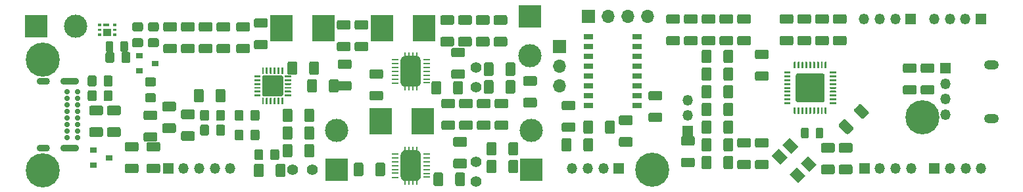
<source format=gts>
G04 #@! TF.GenerationSoftware,KiCad,Pcbnew,(5.1.5)-3*
G04 #@! TF.CreationDate,2020-12-19T17:07:05+01:00*
G04 #@! TF.ProjectId,BalthazarPSU2,42616c74-6861-47a6-9172-505355322e6b,rev?*
G04 #@! TF.SameCoordinates,Original*
G04 #@! TF.FileFunction,Soldermask,Top*
G04 #@! TF.FilePolarity,Negative*
%FSLAX46Y46*%
G04 Gerber Fmt 4.6, Leading zero omitted, Abs format (unit mm)*
G04 Created by KiCad (PCBNEW (5.1.5)-3) date 2020-12-19 17:07:05*
%MOMM*%
%LPD*%
G04 APERTURE LIST*
%ADD10C,0.500000*%
%ADD11C,0.100000*%
%ADD12R,0.825000X0.250000*%
%ADD13R,0.250000X0.825000*%
%ADD14R,1.300000X0.800000*%
%ADD15C,1.400000*%
%ADD16C,3.000000*%
%ADD17R,3.000000X3.000000*%
%ADD18C,0.700000*%
%ADD19O,2.400000X0.900000*%
%ADD20O,1.700000X0.900000*%
%ADD21R,2.950000X3.500000*%
%ADD22O,1.900000X1.200000*%
%ADD23R,0.900000X0.800000*%
%ADD24R,1.350000X1.350000*%
%ADD25O,1.350000X1.350000*%
%ADD26R,1.700000X1.700000*%
%ADD27O,1.700000X1.700000*%
%ADD28C,4.400000*%
G04 APERTURE END LIST*
D10*
X153401000Y-67960000D03*
X151369000Y-67960000D03*
X153401000Y-66944000D03*
X151369000Y-66944000D03*
X151369000Y-68976000D03*
X152385000Y-67960000D03*
X152385000Y-66944000D03*
X152385000Y-68976000D03*
D11*
G36*
X153098711Y-65963130D02*
G01*
X153161809Y-65972490D01*
X153223685Y-65987989D01*
X153283744Y-66009478D01*
X153341408Y-66036751D01*
X153396121Y-66069545D01*
X153447356Y-66107543D01*
X153494619Y-66150381D01*
X153537457Y-66197644D01*
X153575455Y-66248879D01*
X153608249Y-66303592D01*
X153635522Y-66361256D01*
X153657011Y-66421315D01*
X153672510Y-66483191D01*
X153681870Y-66546289D01*
X153685000Y-66610000D01*
X153685000Y-69310000D01*
X153681870Y-69373711D01*
X153672510Y-69436809D01*
X153657011Y-69498685D01*
X153635522Y-69558744D01*
X153608249Y-69616408D01*
X153575455Y-69671121D01*
X153537457Y-69722356D01*
X153494619Y-69769619D01*
X153447356Y-69812457D01*
X153396121Y-69850455D01*
X153341408Y-69883249D01*
X153283744Y-69910522D01*
X153223685Y-69932011D01*
X153161809Y-69947510D01*
X153098711Y-69956870D01*
X153035000Y-69960000D01*
X151735000Y-69960000D01*
X151671289Y-69956870D01*
X151608191Y-69947510D01*
X151546315Y-69932011D01*
X151486256Y-69910522D01*
X151428592Y-69883249D01*
X151373879Y-69850455D01*
X151322644Y-69812457D01*
X151275381Y-69769619D01*
X151232543Y-69722356D01*
X151194545Y-69671121D01*
X151161751Y-69616408D01*
X151134478Y-69558744D01*
X151112989Y-69498685D01*
X151097490Y-69436809D01*
X151088130Y-69373711D01*
X151085000Y-69310000D01*
X151085000Y-66610000D01*
X151088130Y-66546289D01*
X151097490Y-66483191D01*
X151112989Y-66421315D01*
X151134478Y-66361256D01*
X151161751Y-66303592D01*
X151194545Y-66248879D01*
X151232543Y-66197644D01*
X151275381Y-66150381D01*
X151322644Y-66107543D01*
X151373879Y-66069545D01*
X151428592Y-66036751D01*
X151486256Y-66009478D01*
X151546315Y-65987989D01*
X151608191Y-65972490D01*
X151671289Y-65963130D01*
X151735000Y-65960000D01*
X153035000Y-65960000D01*
X153098711Y-65963130D01*
G37*
D10*
X153401000Y-68976000D03*
D12*
X154417000Y-69460000D03*
X154417000Y-68976000D03*
X154417000Y-68468000D03*
X154417000Y-67960000D03*
X154417000Y-67460000D03*
X154417000Y-66944000D03*
X154417000Y-66460000D03*
X150353000Y-66460000D03*
X150353000Y-66960000D03*
X150353000Y-67460000D03*
X150353000Y-67960000D03*
X150353000Y-68468000D03*
X150353000Y-68960000D03*
X150353000Y-69484000D03*
D13*
X153147000Y-65928000D03*
X152639000Y-69992000D03*
X152131000Y-69992000D03*
X153147000Y-69992000D03*
X151623000Y-69992000D03*
X152639000Y-65928000D03*
X152131000Y-65928000D03*
X151623000Y-65928000D03*
D11*
G36*
X124347504Y-61603204D02*
G01*
X124371773Y-61606804D01*
X124395571Y-61612765D01*
X124418671Y-61621030D01*
X124440849Y-61631520D01*
X124461893Y-61644133D01*
X124481598Y-61658747D01*
X124499777Y-61675223D01*
X124516253Y-61693402D01*
X124530867Y-61713107D01*
X124543480Y-61734151D01*
X124553970Y-61756329D01*
X124562235Y-61779429D01*
X124568196Y-61803227D01*
X124571796Y-61827496D01*
X124573000Y-61852000D01*
X124573000Y-62602000D01*
X124571796Y-62626504D01*
X124568196Y-62650773D01*
X124562235Y-62674571D01*
X124553970Y-62697671D01*
X124543480Y-62719849D01*
X124530867Y-62740893D01*
X124516253Y-62760598D01*
X124499777Y-62778777D01*
X124481598Y-62795253D01*
X124461893Y-62809867D01*
X124440849Y-62822480D01*
X124418671Y-62832970D01*
X124395571Y-62841235D01*
X124371773Y-62847196D01*
X124347504Y-62850796D01*
X124323000Y-62852000D01*
X123073000Y-62852000D01*
X123048496Y-62850796D01*
X123024227Y-62847196D01*
X123000429Y-62841235D01*
X122977329Y-62832970D01*
X122955151Y-62822480D01*
X122934107Y-62809867D01*
X122914402Y-62795253D01*
X122896223Y-62778777D01*
X122879747Y-62760598D01*
X122865133Y-62740893D01*
X122852520Y-62719849D01*
X122842030Y-62697671D01*
X122833765Y-62674571D01*
X122827804Y-62650773D01*
X122824204Y-62626504D01*
X122823000Y-62602000D01*
X122823000Y-61852000D01*
X122824204Y-61827496D01*
X122827804Y-61803227D01*
X122833765Y-61779429D01*
X122842030Y-61756329D01*
X122852520Y-61734151D01*
X122865133Y-61713107D01*
X122879747Y-61693402D01*
X122896223Y-61675223D01*
X122914402Y-61658747D01*
X122934107Y-61644133D01*
X122955151Y-61631520D01*
X122977329Y-61621030D01*
X123000429Y-61612765D01*
X123024227Y-61606804D01*
X123048496Y-61603204D01*
X123073000Y-61602000D01*
X124323000Y-61602000D01*
X124347504Y-61603204D01*
G37*
G36*
X124347504Y-64403204D02*
G01*
X124371773Y-64406804D01*
X124395571Y-64412765D01*
X124418671Y-64421030D01*
X124440849Y-64431520D01*
X124461893Y-64444133D01*
X124481598Y-64458747D01*
X124499777Y-64475223D01*
X124516253Y-64493402D01*
X124530867Y-64513107D01*
X124543480Y-64534151D01*
X124553970Y-64556329D01*
X124562235Y-64579429D01*
X124568196Y-64603227D01*
X124571796Y-64627496D01*
X124573000Y-64652000D01*
X124573000Y-65402000D01*
X124571796Y-65426504D01*
X124568196Y-65450773D01*
X124562235Y-65474571D01*
X124553970Y-65497671D01*
X124543480Y-65519849D01*
X124530867Y-65540893D01*
X124516253Y-65560598D01*
X124499777Y-65578777D01*
X124481598Y-65595253D01*
X124461893Y-65609867D01*
X124440849Y-65622480D01*
X124418671Y-65632970D01*
X124395571Y-65641235D01*
X124371773Y-65647196D01*
X124347504Y-65650796D01*
X124323000Y-65652000D01*
X123073000Y-65652000D01*
X123048496Y-65650796D01*
X123024227Y-65647196D01*
X123000429Y-65641235D01*
X122977329Y-65632970D01*
X122955151Y-65622480D01*
X122934107Y-65609867D01*
X122914402Y-65595253D01*
X122896223Y-65578777D01*
X122879747Y-65560598D01*
X122865133Y-65540893D01*
X122852520Y-65519849D01*
X122842030Y-65497671D01*
X122833765Y-65474571D01*
X122827804Y-65450773D01*
X122824204Y-65426504D01*
X122823000Y-65402000D01*
X122823000Y-64652000D01*
X122824204Y-64627496D01*
X122827804Y-64603227D01*
X122833765Y-64579429D01*
X122842030Y-64556329D01*
X122852520Y-64534151D01*
X122865133Y-64513107D01*
X122879747Y-64493402D01*
X122896223Y-64475223D01*
X122914402Y-64458747D01*
X122934107Y-64444133D01*
X122955151Y-64431520D01*
X122977329Y-64421030D01*
X123000429Y-64412765D01*
X123024227Y-64406804D01*
X123048496Y-64403204D01*
X123073000Y-64402000D01*
X124323000Y-64402000D01*
X124347504Y-64403204D01*
G37*
G36*
X146699504Y-61349204D02*
G01*
X146723773Y-61352804D01*
X146747571Y-61358765D01*
X146770671Y-61367030D01*
X146792849Y-61377520D01*
X146813893Y-61390133D01*
X146833598Y-61404747D01*
X146851777Y-61421223D01*
X146868253Y-61439402D01*
X146882867Y-61459107D01*
X146895480Y-61480151D01*
X146905970Y-61502329D01*
X146914235Y-61525429D01*
X146920196Y-61549227D01*
X146923796Y-61573496D01*
X146925000Y-61598000D01*
X146925000Y-62348000D01*
X146923796Y-62372504D01*
X146920196Y-62396773D01*
X146914235Y-62420571D01*
X146905970Y-62443671D01*
X146895480Y-62465849D01*
X146882867Y-62486893D01*
X146868253Y-62506598D01*
X146851777Y-62524777D01*
X146833598Y-62541253D01*
X146813893Y-62555867D01*
X146792849Y-62568480D01*
X146770671Y-62578970D01*
X146747571Y-62587235D01*
X146723773Y-62593196D01*
X146699504Y-62596796D01*
X146675000Y-62598000D01*
X145425000Y-62598000D01*
X145400496Y-62596796D01*
X145376227Y-62593196D01*
X145352429Y-62587235D01*
X145329329Y-62578970D01*
X145307151Y-62568480D01*
X145286107Y-62555867D01*
X145266402Y-62541253D01*
X145248223Y-62524777D01*
X145231747Y-62506598D01*
X145217133Y-62486893D01*
X145204520Y-62465849D01*
X145194030Y-62443671D01*
X145185765Y-62420571D01*
X145179804Y-62396773D01*
X145176204Y-62372504D01*
X145175000Y-62348000D01*
X145175000Y-61598000D01*
X145176204Y-61573496D01*
X145179804Y-61549227D01*
X145185765Y-61525429D01*
X145194030Y-61502329D01*
X145204520Y-61480151D01*
X145217133Y-61459107D01*
X145231747Y-61439402D01*
X145248223Y-61421223D01*
X145266402Y-61404747D01*
X145286107Y-61390133D01*
X145307151Y-61377520D01*
X145329329Y-61367030D01*
X145352429Y-61358765D01*
X145376227Y-61352804D01*
X145400496Y-61349204D01*
X145425000Y-61348000D01*
X146675000Y-61348000D01*
X146699504Y-61349204D01*
G37*
G36*
X146699504Y-64149204D02*
G01*
X146723773Y-64152804D01*
X146747571Y-64158765D01*
X146770671Y-64167030D01*
X146792849Y-64177520D01*
X146813893Y-64190133D01*
X146833598Y-64204747D01*
X146851777Y-64221223D01*
X146868253Y-64239402D01*
X146882867Y-64259107D01*
X146895480Y-64280151D01*
X146905970Y-64302329D01*
X146914235Y-64325429D01*
X146920196Y-64349227D01*
X146923796Y-64373496D01*
X146925000Y-64398000D01*
X146925000Y-65148000D01*
X146923796Y-65172504D01*
X146920196Y-65196773D01*
X146914235Y-65220571D01*
X146905970Y-65243671D01*
X146895480Y-65265849D01*
X146882867Y-65286893D01*
X146868253Y-65306598D01*
X146851777Y-65324777D01*
X146833598Y-65341253D01*
X146813893Y-65355867D01*
X146792849Y-65368480D01*
X146770671Y-65378970D01*
X146747571Y-65387235D01*
X146723773Y-65393196D01*
X146699504Y-65396796D01*
X146675000Y-65398000D01*
X145425000Y-65398000D01*
X145400496Y-65396796D01*
X145376227Y-65393196D01*
X145352429Y-65387235D01*
X145329329Y-65378970D01*
X145307151Y-65368480D01*
X145286107Y-65355867D01*
X145266402Y-65341253D01*
X145248223Y-65324777D01*
X145231747Y-65306598D01*
X145217133Y-65286893D01*
X145204520Y-65265849D01*
X145194030Y-65243671D01*
X145185765Y-65220571D01*
X145179804Y-65196773D01*
X145176204Y-65172504D01*
X145175000Y-65148000D01*
X145175000Y-64398000D01*
X145176204Y-64373496D01*
X145179804Y-64349227D01*
X145185765Y-64325429D01*
X145194030Y-64302329D01*
X145204520Y-64280151D01*
X145217133Y-64259107D01*
X145231747Y-64239402D01*
X145248223Y-64221223D01*
X145266402Y-64204747D01*
X145286107Y-64190133D01*
X145307151Y-64177520D01*
X145329329Y-64167030D01*
X145352429Y-64158765D01*
X145376227Y-64152804D01*
X145400496Y-64149204D01*
X145425000Y-64148000D01*
X146675000Y-64148000D01*
X146699504Y-64149204D01*
G37*
G36*
X144540504Y-66429204D02*
G01*
X144564773Y-66432804D01*
X144588571Y-66438765D01*
X144611671Y-66447030D01*
X144633849Y-66457520D01*
X144654893Y-66470133D01*
X144674598Y-66484747D01*
X144692777Y-66501223D01*
X144709253Y-66519402D01*
X144723867Y-66539107D01*
X144736480Y-66560151D01*
X144746970Y-66582329D01*
X144755235Y-66605429D01*
X144761196Y-66629227D01*
X144764796Y-66653496D01*
X144766000Y-66678000D01*
X144766000Y-67428000D01*
X144764796Y-67452504D01*
X144761196Y-67476773D01*
X144755235Y-67500571D01*
X144746970Y-67523671D01*
X144736480Y-67545849D01*
X144723867Y-67566893D01*
X144709253Y-67586598D01*
X144692777Y-67604777D01*
X144674598Y-67621253D01*
X144654893Y-67635867D01*
X144633849Y-67648480D01*
X144611671Y-67658970D01*
X144588571Y-67667235D01*
X144564773Y-67673196D01*
X144540504Y-67676796D01*
X144516000Y-67678000D01*
X143266000Y-67678000D01*
X143241496Y-67676796D01*
X143217227Y-67673196D01*
X143193429Y-67667235D01*
X143170329Y-67658970D01*
X143148151Y-67648480D01*
X143127107Y-67635867D01*
X143107402Y-67621253D01*
X143089223Y-67604777D01*
X143072747Y-67586598D01*
X143058133Y-67566893D01*
X143045520Y-67545849D01*
X143035030Y-67523671D01*
X143026765Y-67500571D01*
X143020804Y-67476773D01*
X143017204Y-67452504D01*
X143016000Y-67428000D01*
X143016000Y-66678000D01*
X143017204Y-66653496D01*
X143020804Y-66629227D01*
X143026765Y-66605429D01*
X143035030Y-66582329D01*
X143045520Y-66560151D01*
X143058133Y-66539107D01*
X143072747Y-66519402D01*
X143089223Y-66501223D01*
X143107402Y-66484747D01*
X143127107Y-66470133D01*
X143148151Y-66457520D01*
X143170329Y-66447030D01*
X143193429Y-66438765D01*
X143217227Y-66432804D01*
X143241496Y-66429204D01*
X143266000Y-66428000D01*
X144516000Y-66428000D01*
X144540504Y-66429204D01*
G37*
G36*
X144540504Y-69229204D02*
G01*
X144564773Y-69232804D01*
X144588571Y-69238765D01*
X144611671Y-69247030D01*
X144633849Y-69257520D01*
X144654893Y-69270133D01*
X144674598Y-69284747D01*
X144692777Y-69301223D01*
X144709253Y-69319402D01*
X144723867Y-69339107D01*
X144736480Y-69360151D01*
X144746970Y-69382329D01*
X144755235Y-69405429D01*
X144761196Y-69429227D01*
X144764796Y-69453496D01*
X144766000Y-69478000D01*
X144766000Y-70228000D01*
X144764796Y-70252504D01*
X144761196Y-70276773D01*
X144755235Y-70300571D01*
X144746970Y-70323671D01*
X144736480Y-70345849D01*
X144723867Y-70366893D01*
X144709253Y-70386598D01*
X144692777Y-70404777D01*
X144674598Y-70421253D01*
X144654893Y-70435867D01*
X144633849Y-70448480D01*
X144611671Y-70458970D01*
X144588571Y-70467235D01*
X144564773Y-70473196D01*
X144540504Y-70476796D01*
X144516000Y-70478000D01*
X143266000Y-70478000D01*
X143241496Y-70476796D01*
X143217227Y-70473196D01*
X143193429Y-70467235D01*
X143170329Y-70458970D01*
X143148151Y-70448480D01*
X143127107Y-70435867D01*
X143107402Y-70421253D01*
X143089223Y-70404777D01*
X143072747Y-70386598D01*
X143058133Y-70366893D01*
X143045520Y-70345849D01*
X143035030Y-70323671D01*
X143026765Y-70300571D01*
X143020804Y-70276773D01*
X143017204Y-70252504D01*
X143016000Y-70228000D01*
X143016000Y-69478000D01*
X143017204Y-69453496D01*
X143020804Y-69429227D01*
X143026765Y-69405429D01*
X143035030Y-69382329D01*
X143045520Y-69360151D01*
X143058133Y-69339107D01*
X143072747Y-69319402D01*
X143089223Y-69301223D01*
X143107402Y-69284747D01*
X143127107Y-69270133D01*
X143148151Y-69257520D01*
X143170329Y-69247030D01*
X143193429Y-69238765D01*
X143217227Y-69232804D01*
X143241496Y-69229204D01*
X143266000Y-69228000D01*
X144516000Y-69228000D01*
X144540504Y-69229204D01*
G37*
G36*
X159145504Y-64908204D02*
G01*
X159169773Y-64911804D01*
X159193571Y-64917765D01*
X159216671Y-64926030D01*
X159238849Y-64936520D01*
X159259893Y-64949133D01*
X159279598Y-64963747D01*
X159297777Y-64980223D01*
X159314253Y-64998402D01*
X159328867Y-65018107D01*
X159341480Y-65039151D01*
X159351970Y-65061329D01*
X159360235Y-65084429D01*
X159366196Y-65108227D01*
X159369796Y-65132496D01*
X159371000Y-65157000D01*
X159371000Y-65907000D01*
X159369796Y-65931504D01*
X159366196Y-65955773D01*
X159360235Y-65979571D01*
X159351970Y-66002671D01*
X159341480Y-66024849D01*
X159328867Y-66045893D01*
X159314253Y-66065598D01*
X159297777Y-66083777D01*
X159279598Y-66100253D01*
X159259893Y-66114867D01*
X159238849Y-66127480D01*
X159216671Y-66137970D01*
X159193571Y-66146235D01*
X159169773Y-66152196D01*
X159145504Y-66155796D01*
X159121000Y-66157000D01*
X157871000Y-66157000D01*
X157846496Y-66155796D01*
X157822227Y-66152196D01*
X157798429Y-66146235D01*
X157775329Y-66137970D01*
X157753151Y-66127480D01*
X157732107Y-66114867D01*
X157712402Y-66100253D01*
X157694223Y-66083777D01*
X157677747Y-66065598D01*
X157663133Y-66045893D01*
X157650520Y-66024849D01*
X157640030Y-66002671D01*
X157631765Y-65979571D01*
X157625804Y-65955773D01*
X157622204Y-65931504D01*
X157621000Y-65907000D01*
X157621000Y-65157000D01*
X157622204Y-65132496D01*
X157625804Y-65108227D01*
X157631765Y-65084429D01*
X157640030Y-65061329D01*
X157650520Y-65039151D01*
X157663133Y-65018107D01*
X157677747Y-64998402D01*
X157694223Y-64980223D01*
X157712402Y-64963747D01*
X157732107Y-64949133D01*
X157753151Y-64936520D01*
X157775329Y-64926030D01*
X157798429Y-64917765D01*
X157822227Y-64911804D01*
X157846496Y-64908204D01*
X157871000Y-64907000D01*
X159121000Y-64907000D01*
X159145504Y-64908204D01*
G37*
G36*
X159145504Y-67708204D02*
G01*
X159169773Y-67711804D01*
X159193571Y-67717765D01*
X159216671Y-67726030D01*
X159238849Y-67736520D01*
X159259893Y-67749133D01*
X159279598Y-67763747D01*
X159297777Y-67780223D01*
X159314253Y-67798402D01*
X159328867Y-67818107D01*
X159341480Y-67839151D01*
X159351970Y-67861329D01*
X159360235Y-67884429D01*
X159366196Y-67908227D01*
X159369796Y-67932496D01*
X159371000Y-67957000D01*
X159371000Y-68707000D01*
X159369796Y-68731504D01*
X159366196Y-68755773D01*
X159360235Y-68779571D01*
X159351970Y-68802671D01*
X159341480Y-68824849D01*
X159328867Y-68845893D01*
X159314253Y-68865598D01*
X159297777Y-68883777D01*
X159279598Y-68900253D01*
X159259893Y-68914867D01*
X159238849Y-68927480D01*
X159216671Y-68937970D01*
X159193571Y-68946235D01*
X159169773Y-68952196D01*
X159145504Y-68955796D01*
X159121000Y-68957000D01*
X157871000Y-68957000D01*
X157846496Y-68955796D01*
X157822227Y-68952196D01*
X157798429Y-68946235D01*
X157775329Y-68937970D01*
X157753151Y-68927480D01*
X157732107Y-68914867D01*
X157712402Y-68900253D01*
X157694223Y-68883777D01*
X157677747Y-68865598D01*
X157663133Y-68845893D01*
X157650520Y-68824849D01*
X157640030Y-68802671D01*
X157631765Y-68779571D01*
X157625804Y-68755773D01*
X157622204Y-68731504D01*
X157621000Y-68707000D01*
X157621000Y-67957000D01*
X157622204Y-67932496D01*
X157625804Y-67908227D01*
X157631765Y-67884429D01*
X157640030Y-67861329D01*
X157650520Y-67839151D01*
X157663133Y-67818107D01*
X157677747Y-67798402D01*
X157694223Y-67780223D01*
X157712402Y-67763747D01*
X157732107Y-67749133D01*
X157753151Y-67736520D01*
X157775329Y-67726030D01*
X157798429Y-67717765D01*
X157822227Y-67711804D01*
X157846496Y-67708204D01*
X157871000Y-67707000D01*
X159121000Y-67707000D01*
X159145504Y-67708204D01*
G37*
G36*
X156095504Y-69230204D02*
G01*
X156119773Y-69233804D01*
X156143571Y-69239765D01*
X156166671Y-69248030D01*
X156188849Y-69258520D01*
X156209893Y-69271133D01*
X156229598Y-69285747D01*
X156247777Y-69302223D01*
X156264253Y-69320402D01*
X156278867Y-69340107D01*
X156291480Y-69361151D01*
X156301970Y-69383329D01*
X156310235Y-69406429D01*
X156316196Y-69430227D01*
X156319796Y-69454496D01*
X156321000Y-69479000D01*
X156321000Y-70729000D01*
X156319796Y-70753504D01*
X156316196Y-70777773D01*
X156310235Y-70801571D01*
X156301970Y-70824671D01*
X156291480Y-70846849D01*
X156278867Y-70867893D01*
X156264253Y-70887598D01*
X156247777Y-70905777D01*
X156229598Y-70922253D01*
X156209893Y-70936867D01*
X156188849Y-70949480D01*
X156166671Y-70959970D01*
X156143571Y-70968235D01*
X156119773Y-70974196D01*
X156095504Y-70977796D01*
X156071000Y-70979000D01*
X155321000Y-70979000D01*
X155296496Y-70977796D01*
X155272227Y-70974196D01*
X155248429Y-70968235D01*
X155225329Y-70959970D01*
X155203151Y-70949480D01*
X155182107Y-70936867D01*
X155162402Y-70922253D01*
X155144223Y-70905777D01*
X155127747Y-70887598D01*
X155113133Y-70867893D01*
X155100520Y-70846849D01*
X155090030Y-70824671D01*
X155081765Y-70801571D01*
X155075804Y-70777773D01*
X155072204Y-70753504D01*
X155071000Y-70729000D01*
X155071000Y-69479000D01*
X155072204Y-69454496D01*
X155075804Y-69430227D01*
X155081765Y-69406429D01*
X155090030Y-69383329D01*
X155100520Y-69361151D01*
X155113133Y-69340107D01*
X155127747Y-69320402D01*
X155144223Y-69302223D01*
X155162402Y-69285747D01*
X155182107Y-69271133D01*
X155203151Y-69258520D01*
X155225329Y-69248030D01*
X155248429Y-69239765D01*
X155272227Y-69233804D01*
X155296496Y-69230204D01*
X155321000Y-69229000D01*
X156071000Y-69229000D01*
X156095504Y-69230204D01*
G37*
G36*
X158895504Y-69230204D02*
G01*
X158919773Y-69233804D01*
X158943571Y-69239765D01*
X158966671Y-69248030D01*
X158988849Y-69258520D01*
X159009893Y-69271133D01*
X159029598Y-69285747D01*
X159047777Y-69302223D01*
X159064253Y-69320402D01*
X159078867Y-69340107D01*
X159091480Y-69361151D01*
X159101970Y-69383329D01*
X159110235Y-69406429D01*
X159116196Y-69430227D01*
X159119796Y-69454496D01*
X159121000Y-69479000D01*
X159121000Y-70729000D01*
X159119796Y-70753504D01*
X159116196Y-70777773D01*
X159110235Y-70801571D01*
X159101970Y-70824671D01*
X159091480Y-70846849D01*
X159078867Y-70867893D01*
X159064253Y-70887598D01*
X159047777Y-70905777D01*
X159029598Y-70922253D01*
X159009893Y-70936867D01*
X158988849Y-70949480D01*
X158966671Y-70959970D01*
X158943571Y-70968235D01*
X158919773Y-70974196D01*
X158895504Y-70977796D01*
X158871000Y-70979000D01*
X158121000Y-70979000D01*
X158096496Y-70977796D01*
X158072227Y-70974196D01*
X158048429Y-70968235D01*
X158025329Y-70959970D01*
X158003151Y-70949480D01*
X157982107Y-70936867D01*
X157962402Y-70922253D01*
X157944223Y-70905777D01*
X157927747Y-70887598D01*
X157913133Y-70867893D01*
X157900520Y-70846849D01*
X157890030Y-70824671D01*
X157881765Y-70801571D01*
X157875804Y-70777773D01*
X157872204Y-70753504D01*
X157871000Y-70729000D01*
X157871000Y-69479000D01*
X157872204Y-69454496D01*
X157875804Y-69430227D01*
X157881765Y-69406429D01*
X157890030Y-69383329D01*
X157900520Y-69361151D01*
X157913133Y-69340107D01*
X157927747Y-69320402D01*
X157944223Y-69302223D01*
X157962402Y-69285747D01*
X157982107Y-69271133D01*
X158003151Y-69258520D01*
X158025329Y-69248030D01*
X158048429Y-69239765D01*
X158072227Y-69233804D01*
X158096496Y-69230204D01*
X158121000Y-69229000D01*
X158871000Y-69229000D01*
X158895504Y-69230204D01*
G37*
G36*
X159399504Y-76462204D02*
G01*
X159423773Y-76465804D01*
X159447571Y-76471765D01*
X159470671Y-76480030D01*
X159492849Y-76490520D01*
X159513893Y-76503133D01*
X159533598Y-76517747D01*
X159551777Y-76534223D01*
X159568253Y-76552402D01*
X159582867Y-76572107D01*
X159595480Y-76593151D01*
X159605970Y-76615329D01*
X159614235Y-76638429D01*
X159620196Y-76662227D01*
X159623796Y-76686496D01*
X159625000Y-76711000D01*
X159625000Y-77461000D01*
X159623796Y-77485504D01*
X159620196Y-77509773D01*
X159614235Y-77533571D01*
X159605970Y-77556671D01*
X159595480Y-77578849D01*
X159582867Y-77599893D01*
X159568253Y-77619598D01*
X159551777Y-77637777D01*
X159533598Y-77654253D01*
X159513893Y-77668867D01*
X159492849Y-77681480D01*
X159470671Y-77691970D01*
X159447571Y-77700235D01*
X159423773Y-77706196D01*
X159399504Y-77709796D01*
X159375000Y-77711000D01*
X158125000Y-77711000D01*
X158100496Y-77709796D01*
X158076227Y-77706196D01*
X158052429Y-77700235D01*
X158029329Y-77691970D01*
X158007151Y-77681480D01*
X157986107Y-77668867D01*
X157966402Y-77654253D01*
X157948223Y-77637777D01*
X157931747Y-77619598D01*
X157917133Y-77599893D01*
X157904520Y-77578849D01*
X157894030Y-77556671D01*
X157885765Y-77533571D01*
X157879804Y-77509773D01*
X157876204Y-77485504D01*
X157875000Y-77461000D01*
X157875000Y-76711000D01*
X157876204Y-76686496D01*
X157879804Y-76662227D01*
X157885765Y-76638429D01*
X157894030Y-76615329D01*
X157904520Y-76593151D01*
X157917133Y-76572107D01*
X157931747Y-76552402D01*
X157948223Y-76534223D01*
X157966402Y-76517747D01*
X157986107Y-76503133D01*
X158007151Y-76490520D01*
X158029329Y-76480030D01*
X158052429Y-76471765D01*
X158076227Y-76465804D01*
X158100496Y-76462204D01*
X158125000Y-76461000D01*
X159375000Y-76461000D01*
X159399504Y-76462204D01*
G37*
G36*
X159399504Y-79262204D02*
G01*
X159423773Y-79265804D01*
X159447571Y-79271765D01*
X159470671Y-79280030D01*
X159492849Y-79290520D01*
X159513893Y-79303133D01*
X159533598Y-79317747D01*
X159551777Y-79334223D01*
X159568253Y-79352402D01*
X159582867Y-79372107D01*
X159595480Y-79393151D01*
X159605970Y-79415329D01*
X159614235Y-79438429D01*
X159620196Y-79462227D01*
X159623796Y-79486496D01*
X159625000Y-79511000D01*
X159625000Y-80261000D01*
X159623796Y-80285504D01*
X159620196Y-80309773D01*
X159614235Y-80333571D01*
X159605970Y-80356671D01*
X159595480Y-80378849D01*
X159582867Y-80399893D01*
X159568253Y-80419598D01*
X159551777Y-80437777D01*
X159533598Y-80454253D01*
X159513893Y-80468867D01*
X159492849Y-80481480D01*
X159470671Y-80491970D01*
X159447571Y-80500235D01*
X159423773Y-80506196D01*
X159399504Y-80509796D01*
X159375000Y-80511000D01*
X158125000Y-80511000D01*
X158100496Y-80509796D01*
X158076227Y-80506196D01*
X158052429Y-80500235D01*
X158029329Y-80491970D01*
X158007151Y-80481480D01*
X157986107Y-80468867D01*
X157966402Y-80454253D01*
X157948223Y-80437777D01*
X157931747Y-80419598D01*
X157917133Y-80399893D01*
X157904520Y-80378849D01*
X157894030Y-80356671D01*
X157885765Y-80333571D01*
X157879804Y-80309773D01*
X157876204Y-80285504D01*
X157875000Y-80261000D01*
X157875000Y-79511000D01*
X157876204Y-79486496D01*
X157879804Y-79462227D01*
X157885765Y-79438429D01*
X157894030Y-79415329D01*
X157904520Y-79393151D01*
X157917133Y-79372107D01*
X157931747Y-79352402D01*
X157948223Y-79334223D01*
X157966402Y-79317747D01*
X157986107Y-79303133D01*
X158007151Y-79290520D01*
X158029329Y-79280030D01*
X158052429Y-79271765D01*
X158076227Y-79265804D01*
X158100496Y-79262204D01*
X158125000Y-79261000D01*
X159375000Y-79261000D01*
X159399504Y-79262204D01*
G37*
G36*
X159155504Y-81041204D02*
G01*
X159179773Y-81044804D01*
X159203571Y-81050765D01*
X159226671Y-81059030D01*
X159248849Y-81069520D01*
X159269893Y-81082133D01*
X159289598Y-81096747D01*
X159307777Y-81113223D01*
X159324253Y-81131402D01*
X159338867Y-81151107D01*
X159351480Y-81172151D01*
X159361970Y-81194329D01*
X159370235Y-81217429D01*
X159376196Y-81241227D01*
X159379796Y-81265496D01*
X159381000Y-81290000D01*
X159381000Y-82540000D01*
X159379796Y-82564504D01*
X159376196Y-82588773D01*
X159370235Y-82612571D01*
X159361970Y-82635671D01*
X159351480Y-82657849D01*
X159338867Y-82678893D01*
X159324253Y-82698598D01*
X159307777Y-82716777D01*
X159289598Y-82733253D01*
X159269893Y-82747867D01*
X159248849Y-82760480D01*
X159226671Y-82770970D01*
X159203571Y-82779235D01*
X159179773Y-82785196D01*
X159155504Y-82788796D01*
X159131000Y-82790000D01*
X158381000Y-82790000D01*
X158356496Y-82788796D01*
X158332227Y-82785196D01*
X158308429Y-82779235D01*
X158285329Y-82770970D01*
X158263151Y-82760480D01*
X158242107Y-82747867D01*
X158222402Y-82733253D01*
X158204223Y-82716777D01*
X158187747Y-82698598D01*
X158173133Y-82678893D01*
X158160520Y-82657849D01*
X158150030Y-82635671D01*
X158141765Y-82612571D01*
X158135804Y-82588773D01*
X158132204Y-82564504D01*
X158131000Y-82540000D01*
X158131000Y-81290000D01*
X158132204Y-81265496D01*
X158135804Y-81241227D01*
X158141765Y-81217429D01*
X158150030Y-81194329D01*
X158160520Y-81172151D01*
X158173133Y-81151107D01*
X158187747Y-81131402D01*
X158204223Y-81113223D01*
X158222402Y-81096747D01*
X158242107Y-81082133D01*
X158263151Y-81069520D01*
X158285329Y-81059030D01*
X158308429Y-81050765D01*
X158332227Y-81044804D01*
X158356496Y-81041204D01*
X158381000Y-81040000D01*
X159131000Y-81040000D01*
X159155504Y-81041204D01*
G37*
G36*
X156355504Y-81041204D02*
G01*
X156379773Y-81044804D01*
X156403571Y-81050765D01*
X156426671Y-81059030D01*
X156448849Y-81069520D01*
X156469893Y-81082133D01*
X156489598Y-81096747D01*
X156507777Y-81113223D01*
X156524253Y-81131402D01*
X156538867Y-81151107D01*
X156551480Y-81172151D01*
X156561970Y-81194329D01*
X156570235Y-81217429D01*
X156576196Y-81241227D01*
X156579796Y-81265496D01*
X156581000Y-81290000D01*
X156581000Y-82540000D01*
X156579796Y-82564504D01*
X156576196Y-82588773D01*
X156570235Y-82612571D01*
X156561970Y-82635671D01*
X156551480Y-82657849D01*
X156538867Y-82678893D01*
X156524253Y-82698598D01*
X156507777Y-82716777D01*
X156489598Y-82733253D01*
X156469893Y-82747867D01*
X156448849Y-82760480D01*
X156426671Y-82770970D01*
X156403571Y-82779235D01*
X156379773Y-82785196D01*
X156355504Y-82788796D01*
X156331000Y-82790000D01*
X155581000Y-82790000D01*
X155556496Y-82788796D01*
X155532227Y-82785196D01*
X155508429Y-82779235D01*
X155485329Y-82770970D01*
X155463151Y-82760480D01*
X155442107Y-82747867D01*
X155422402Y-82733253D01*
X155404223Y-82716777D01*
X155387747Y-82698598D01*
X155373133Y-82678893D01*
X155360520Y-82657849D01*
X155350030Y-82635671D01*
X155341765Y-82612571D01*
X155335804Y-82588773D01*
X155332204Y-82564504D01*
X155331000Y-82540000D01*
X155331000Y-81290000D01*
X155332204Y-81265496D01*
X155335804Y-81241227D01*
X155341765Y-81217429D01*
X155350030Y-81194329D01*
X155360520Y-81172151D01*
X155373133Y-81151107D01*
X155387747Y-81131402D01*
X155404223Y-81113223D01*
X155422402Y-81096747D01*
X155442107Y-81082133D01*
X155463151Y-81069520D01*
X155485329Y-81059030D01*
X155508429Y-81050765D01*
X155532227Y-81044804D01*
X155556496Y-81041204D01*
X155581000Y-81040000D01*
X156331000Y-81040000D01*
X156355504Y-81041204D01*
G37*
G36*
X164733504Y-71509204D02*
G01*
X164757773Y-71512804D01*
X164781571Y-71518765D01*
X164804671Y-71527030D01*
X164826849Y-71537520D01*
X164847893Y-71550133D01*
X164867598Y-71564747D01*
X164885777Y-71581223D01*
X164902253Y-71599402D01*
X164916867Y-71619107D01*
X164929480Y-71640151D01*
X164939970Y-71662329D01*
X164948235Y-71685429D01*
X164954196Y-71709227D01*
X164957796Y-71733496D01*
X164959000Y-71758000D01*
X164959000Y-72508000D01*
X164957796Y-72532504D01*
X164954196Y-72556773D01*
X164948235Y-72580571D01*
X164939970Y-72603671D01*
X164929480Y-72625849D01*
X164916867Y-72646893D01*
X164902253Y-72666598D01*
X164885777Y-72684777D01*
X164867598Y-72701253D01*
X164847893Y-72715867D01*
X164826849Y-72728480D01*
X164804671Y-72738970D01*
X164781571Y-72747235D01*
X164757773Y-72753196D01*
X164733504Y-72756796D01*
X164709000Y-72758000D01*
X163459000Y-72758000D01*
X163434496Y-72756796D01*
X163410227Y-72753196D01*
X163386429Y-72747235D01*
X163363329Y-72738970D01*
X163341151Y-72728480D01*
X163320107Y-72715867D01*
X163300402Y-72701253D01*
X163282223Y-72684777D01*
X163265747Y-72666598D01*
X163251133Y-72646893D01*
X163238520Y-72625849D01*
X163228030Y-72603671D01*
X163219765Y-72580571D01*
X163213804Y-72556773D01*
X163210204Y-72532504D01*
X163209000Y-72508000D01*
X163209000Y-71758000D01*
X163210204Y-71733496D01*
X163213804Y-71709227D01*
X163219765Y-71685429D01*
X163228030Y-71662329D01*
X163238520Y-71640151D01*
X163251133Y-71619107D01*
X163265747Y-71599402D01*
X163282223Y-71581223D01*
X163300402Y-71564747D01*
X163320107Y-71550133D01*
X163341151Y-71537520D01*
X163363329Y-71527030D01*
X163386429Y-71518765D01*
X163410227Y-71512804D01*
X163434496Y-71509204D01*
X163459000Y-71508000D01*
X164709000Y-71508000D01*
X164733504Y-71509204D01*
G37*
G36*
X164733504Y-74309204D02*
G01*
X164757773Y-74312804D01*
X164781571Y-74318765D01*
X164804671Y-74327030D01*
X164826849Y-74337520D01*
X164847893Y-74350133D01*
X164867598Y-74364747D01*
X164885777Y-74381223D01*
X164902253Y-74399402D01*
X164916867Y-74419107D01*
X164929480Y-74440151D01*
X164939970Y-74462329D01*
X164948235Y-74485429D01*
X164954196Y-74509227D01*
X164957796Y-74533496D01*
X164959000Y-74558000D01*
X164959000Y-75308000D01*
X164957796Y-75332504D01*
X164954196Y-75356773D01*
X164948235Y-75380571D01*
X164939970Y-75403671D01*
X164929480Y-75425849D01*
X164916867Y-75446893D01*
X164902253Y-75466598D01*
X164885777Y-75484777D01*
X164867598Y-75501253D01*
X164847893Y-75515867D01*
X164826849Y-75528480D01*
X164804671Y-75538970D01*
X164781571Y-75547235D01*
X164757773Y-75553196D01*
X164733504Y-75556796D01*
X164709000Y-75558000D01*
X163459000Y-75558000D01*
X163434496Y-75556796D01*
X163410227Y-75553196D01*
X163386429Y-75547235D01*
X163363329Y-75538970D01*
X163341151Y-75528480D01*
X163320107Y-75515867D01*
X163300402Y-75501253D01*
X163282223Y-75484777D01*
X163265747Y-75466598D01*
X163251133Y-75446893D01*
X163238520Y-75425849D01*
X163228030Y-75403671D01*
X163219765Y-75380571D01*
X163213804Y-75356773D01*
X163210204Y-75332504D01*
X163209000Y-75308000D01*
X163209000Y-74558000D01*
X163210204Y-74533496D01*
X163213804Y-74509227D01*
X163219765Y-74485429D01*
X163228030Y-74462329D01*
X163238520Y-74440151D01*
X163251133Y-74419107D01*
X163265747Y-74399402D01*
X163282223Y-74381223D01*
X163300402Y-74364747D01*
X163320107Y-74350133D01*
X163341151Y-74337520D01*
X163363329Y-74327030D01*
X163386429Y-74318765D01*
X163410227Y-74312804D01*
X163434496Y-74309204D01*
X163459000Y-74308000D01*
X164709000Y-74308000D01*
X164733504Y-74309204D01*
G37*
G36*
X162320504Y-60714204D02*
G01*
X162344773Y-60717804D01*
X162368571Y-60723765D01*
X162391671Y-60732030D01*
X162413849Y-60742520D01*
X162434893Y-60755133D01*
X162454598Y-60769747D01*
X162472777Y-60786223D01*
X162489253Y-60804402D01*
X162503867Y-60824107D01*
X162516480Y-60845151D01*
X162526970Y-60867329D01*
X162535235Y-60890429D01*
X162541196Y-60914227D01*
X162544796Y-60938496D01*
X162546000Y-60963000D01*
X162546000Y-61713000D01*
X162544796Y-61737504D01*
X162541196Y-61761773D01*
X162535235Y-61785571D01*
X162526970Y-61808671D01*
X162516480Y-61830849D01*
X162503867Y-61851893D01*
X162489253Y-61871598D01*
X162472777Y-61889777D01*
X162454598Y-61906253D01*
X162434893Y-61920867D01*
X162413849Y-61933480D01*
X162391671Y-61943970D01*
X162368571Y-61952235D01*
X162344773Y-61958196D01*
X162320504Y-61961796D01*
X162296000Y-61963000D01*
X161046000Y-61963000D01*
X161021496Y-61961796D01*
X160997227Y-61958196D01*
X160973429Y-61952235D01*
X160950329Y-61943970D01*
X160928151Y-61933480D01*
X160907107Y-61920867D01*
X160887402Y-61906253D01*
X160869223Y-61889777D01*
X160852747Y-61871598D01*
X160838133Y-61851893D01*
X160825520Y-61830849D01*
X160815030Y-61808671D01*
X160806765Y-61785571D01*
X160800804Y-61761773D01*
X160797204Y-61737504D01*
X160796000Y-61713000D01*
X160796000Y-60963000D01*
X160797204Y-60938496D01*
X160800804Y-60914227D01*
X160806765Y-60890429D01*
X160815030Y-60867329D01*
X160825520Y-60845151D01*
X160838133Y-60824107D01*
X160852747Y-60804402D01*
X160869223Y-60786223D01*
X160887402Y-60769747D01*
X160907107Y-60755133D01*
X160928151Y-60742520D01*
X160950329Y-60732030D01*
X160973429Y-60723765D01*
X160997227Y-60717804D01*
X161021496Y-60714204D01*
X161046000Y-60713000D01*
X162296000Y-60713000D01*
X162320504Y-60714204D01*
G37*
G36*
X162320504Y-63514204D02*
G01*
X162344773Y-63517804D01*
X162368571Y-63523765D01*
X162391671Y-63532030D01*
X162413849Y-63542520D01*
X162434893Y-63555133D01*
X162454598Y-63569747D01*
X162472777Y-63586223D01*
X162489253Y-63604402D01*
X162503867Y-63624107D01*
X162516480Y-63645151D01*
X162526970Y-63667329D01*
X162535235Y-63690429D01*
X162541196Y-63714227D01*
X162544796Y-63738496D01*
X162546000Y-63763000D01*
X162546000Y-64513000D01*
X162544796Y-64537504D01*
X162541196Y-64561773D01*
X162535235Y-64585571D01*
X162526970Y-64608671D01*
X162516480Y-64630849D01*
X162503867Y-64651893D01*
X162489253Y-64671598D01*
X162472777Y-64689777D01*
X162454598Y-64706253D01*
X162434893Y-64720867D01*
X162413849Y-64733480D01*
X162391671Y-64743970D01*
X162368571Y-64752235D01*
X162344773Y-64758196D01*
X162320504Y-64761796D01*
X162296000Y-64763000D01*
X161046000Y-64763000D01*
X161021496Y-64761796D01*
X160997227Y-64758196D01*
X160973429Y-64752235D01*
X160950329Y-64743970D01*
X160928151Y-64733480D01*
X160907107Y-64720867D01*
X160887402Y-64706253D01*
X160869223Y-64689777D01*
X160852747Y-64671598D01*
X160838133Y-64651893D01*
X160825520Y-64630849D01*
X160815030Y-64608671D01*
X160806765Y-64585571D01*
X160800804Y-64561773D01*
X160797204Y-64537504D01*
X160796000Y-64513000D01*
X160796000Y-63763000D01*
X160797204Y-63738496D01*
X160800804Y-63714227D01*
X160806765Y-63690429D01*
X160815030Y-63667329D01*
X160825520Y-63645151D01*
X160838133Y-63624107D01*
X160852747Y-63604402D01*
X160869223Y-63586223D01*
X160887402Y-63569747D01*
X160907107Y-63555133D01*
X160928151Y-63542520D01*
X160950329Y-63532030D01*
X160973429Y-63523765D01*
X160997227Y-63517804D01*
X161021496Y-63514204D01*
X161046000Y-63513000D01*
X162296000Y-63513000D01*
X162320504Y-63514204D01*
G37*
G36*
X148604504Y-67699204D02*
G01*
X148628773Y-67702804D01*
X148652571Y-67708765D01*
X148675671Y-67717030D01*
X148697849Y-67727520D01*
X148718893Y-67740133D01*
X148738598Y-67754747D01*
X148756777Y-67771223D01*
X148773253Y-67789402D01*
X148787867Y-67809107D01*
X148800480Y-67830151D01*
X148810970Y-67852329D01*
X148819235Y-67875429D01*
X148825196Y-67899227D01*
X148828796Y-67923496D01*
X148830000Y-67948000D01*
X148830000Y-68698000D01*
X148828796Y-68722504D01*
X148825196Y-68746773D01*
X148819235Y-68770571D01*
X148810970Y-68793671D01*
X148800480Y-68815849D01*
X148787867Y-68836893D01*
X148773253Y-68856598D01*
X148756777Y-68874777D01*
X148738598Y-68891253D01*
X148718893Y-68905867D01*
X148697849Y-68918480D01*
X148675671Y-68928970D01*
X148652571Y-68937235D01*
X148628773Y-68943196D01*
X148604504Y-68946796D01*
X148580000Y-68948000D01*
X147330000Y-68948000D01*
X147305496Y-68946796D01*
X147281227Y-68943196D01*
X147257429Y-68937235D01*
X147234329Y-68928970D01*
X147212151Y-68918480D01*
X147191107Y-68905867D01*
X147171402Y-68891253D01*
X147153223Y-68874777D01*
X147136747Y-68856598D01*
X147122133Y-68836893D01*
X147109520Y-68815849D01*
X147099030Y-68793671D01*
X147090765Y-68770571D01*
X147084804Y-68746773D01*
X147081204Y-68722504D01*
X147080000Y-68698000D01*
X147080000Y-67948000D01*
X147081204Y-67923496D01*
X147084804Y-67899227D01*
X147090765Y-67875429D01*
X147099030Y-67852329D01*
X147109520Y-67830151D01*
X147122133Y-67809107D01*
X147136747Y-67789402D01*
X147153223Y-67771223D01*
X147171402Y-67754747D01*
X147191107Y-67740133D01*
X147212151Y-67727520D01*
X147234329Y-67717030D01*
X147257429Y-67708765D01*
X147281227Y-67702804D01*
X147305496Y-67699204D01*
X147330000Y-67698000D01*
X148580000Y-67698000D01*
X148604504Y-67699204D01*
G37*
G36*
X148604504Y-70499204D02*
G01*
X148628773Y-70502804D01*
X148652571Y-70508765D01*
X148675671Y-70517030D01*
X148697849Y-70527520D01*
X148718893Y-70540133D01*
X148738598Y-70554747D01*
X148756777Y-70571223D01*
X148773253Y-70589402D01*
X148787867Y-70609107D01*
X148800480Y-70630151D01*
X148810970Y-70652329D01*
X148819235Y-70675429D01*
X148825196Y-70699227D01*
X148828796Y-70723496D01*
X148830000Y-70748000D01*
X148830000Y-71498000D01*
X148828796Y-71522504D01*
X148825196Y-71546773D01*
X148819235Y-71570571D01*
X148810970Y-71593671D01*
X148800480Y-71615849D01*
X148787867Y-71636893D01*
X148773253Y-71656598D01*
X148756777Y-71674777D01*
X148738598Y-71691253D01*
X148718893Y-71705867D01*
X148697849Y-71718480D01*
X148675671Y-71728970D01*
X148652571Y-71737235D01*
X148628773Y-71743196D01*
X148604504Y-71746796D01*
X148580000Y-71748000D01*
X147330000Y-71748000D01*
X147305496Y-71746796D01*
X147281227Y-71743196D01*
X147257429Y-71737235D01*
X147234329Y-71728970D01*
X147212151Y-71718480D01*
X147191107Y-71705867D01*
X147171402Y-71691253D01*
X147153223Y-71674777D01*
X147136747Y-71656598D01*
X147122133Y-71636893D01*
X147109520Y-71615849D01*
X147099030Y-71593671D01*
X147090765Y-71570571D01*
X147084804Y-71546773D01*
X147081204Y-71522504D01*
X147080000Y-71498000D01*
X147080000Y-70748000D01*
X147081204Y-70723496D01*
X147084804Y-70699227D01*
X147090765Y-70675429D01*
X147099030Y-70652329D01*
X147109520Y-70630151D01*
X147122133Y-70609107D01*
X147136747Y-70589402D01*
X147153223Y-70571223D01*
X147171402Y-70554747D01*
X147191107Y-70540133D01*
X147212151Y-70527520D01*
X147234329Y-70517030D01*
X147257429Y-70508765D01*
X147281227Y-70502804D01*
X147305496Y-70499204D01*
X147330000Y-70498000D01*
X148580000Y-70498000D01*
X148604504Y-70499204D01*
G37*
G36*
X146065504Y-79771204D02*
G01*
X146089773Y-79774804D01*
X146113571Y-79780765D01*
X146136671Y-79789030D01*
X146158849Y-79799520D01*
X146179893Y-79812133D01*
X146199598Y-79826747D01*
X146217777Y-79843223D01*
X146234253Y-79861402D01*
X146248867Y-79881107D01*
X146261480Y-79902151D01*
X146271970Y-79924329D01*
X146280235Y-79947429D01*
X146286196Y-79971227D01*
X146289796Y-79995496D01*
X146291000Y-80020000D01*
X146291000Y-81270000D01*
X146289796Y-81294504D01*
X146286196Y-81318773D01*
X146280235Y-81342571D01*
X146271970Y-81365671D01*
X146261480Y-81387849D01*
X146248867Y-81408893D01*
X146234253Y-81428598D01*
X146217777Y-81446777D01*
X146199598Y-81463253D01*
X146179893Y-81477867D01*
X146158849Y-81490480D01*
X146136671Y-81500970D01*
X146113571Y-81509235D01*
X146089773Y-81515196D01*
X146065504Y-81518796D01*
X146041000Y-81520000D01*
X145291000Y-81520000D01*
X145266496Y-81518796D01*
X145242227Y-81515196D01*
X145218429Y-81509235D01*
X145195329Y-81500970D01*
X145173151Y-81490480D01*
X145152107Y-81477867D01*
X145132402Y-81463253D01*
X145114223Y-81446777D01*
X145097747Y-81428598D01*
X145083133Y-81408893D01*
X145070520Y-81387849D01*
X145060030Y-81365671D01*
X145051765Y-81342571D01*
X145045804Y-81318773D01*
X145042204Y-81294504D01*
X145041000Y-81270000D01*
X145041000Y-80020000D01*
X145042204Y-79995496D01*
X145045804Y-79971227D01*
X145051765Y-79947429D01*
X145060030Y-79924329D01*
X145070520Y-79902151D01*
X145083133Y-79881107D01*
X145097747Y-79861402D01*
X145114223Y-79843223D01*
X145132402Y-79826747D01*
X145152107Y-79812133D01*
X145173151Y-79799520D01*
X145195329Y-79789030D01*
X145218429Y-79780765D01*
X145242227Y-79774804D01*
X145266496Y-79771204D01*
X145291000Y-79770000D01*
X146041000Y-79770000D01*
X146065504Y-79771204D01*
G37*
G36*
X148865504Y-79771204D02*
G01*
X148889773Y-79774804D01*
X148913571Y-79780765D01*
X148936671Y-79789030D01*
X148958849Y-79799520D01*
X148979893Y-79812133D01*
X148999598Y-79826747D01*
X149017777Y-79843223D01*
X149034253Y-79861402D01*
X149048867Y-79881107D01*
X149061480Y-79902151D01*
X149071970Y-79924329D01*
X149080235Y-79947429D01*
X149086196Y-79971227D01*
X149089796Y-79995496D01*
X149091000Y-80020000D01*
X149091000Y-81270000D01*
X149089796Y-81294504D01*
X149086196Y-81318773D01*
X149080235Y-81342571D01*
X149071970Y-81365671D01*
X149061480Y-81387849D01*
X149048867Y-81408893D01*
X149034253Y-81428598D01*
X149017777Y-81446777D01*
X148999598Y-81463253D01*
X148979893Y-81477867D01*
X148958849Y-81490480D01*
X148936671Y-81500970D01*
X148913571Y-81509235D01*
X148889773Y-81515196D01*
X148865504Y-81518796D01*
X148841000Y-81520000D01*
X148091000Y-81520000D01*
X148066496Y-81518796D01*
X148042227Y-81515196D01*
X148018429Y-81509235D01*
X147995329Y-81500970D01*
X147973151Y-81490480D01*
X147952107Y-81477867D01*
X147932402Y-81463253D01*
X147914223Y-81446777D01*
X147897747Y-81428598D01*
X147883133Y-81408893D01*
X147870520Y-81387849D01*
X147860030Y-81365671D01*
X147851765Y-81342571D01*
X147845804Y-81318773D01*
X147842204Y-81294504D01*
X147841000Y-81270000D01*
X147841000Y-80020000D01*
X147842204Y-79995496D01*
X147845804Y-79971227D01*
X147851765Y-79947429D01*
X147860030Y-79924329D01*
X147870520Y-79902151D01*
X147883133Y-79881107D01*
X147897747Y-79861402D01*
X147914223Y-79843223D01*
X147932402Y-79826747D01*
X147952107Y-79812133D01*
X147973151Y-79799520D01*
X147995329Y-79789030D01*
X148018429Y-79780765D01*
X148042227Y-79774804D01*
X148066496Y-79771204D01*
X148091000Y-79770000D01*
X148841000Y-79770000D01*
X148865504Y-79771204D01*
G37*
G36*
X157748504Y-60714204D02*
G01*
X157772773Y-60717804D01*
X157796571Y-60723765D01*
X157819671Y-60732030D01*
X157841849Y-60742520D01*
X157862893Y-60755133D01*
X157882598Y-60769747D01*
X157900777Y-60786223D01*
X157917253Y-60804402D01*
X157931867Y-60824107D01*
X157944480Y-60845151D01*
X157954970Y-60867329D01*
X157963235Y-60890429D01*
X157969196Y-60914227D01*
X157972796Y-60938496D01*
X157974000Y-60963000D01*
X157974000Y-61713000D01*
X157972796Y-61737504D01*
X157969196Y-61761773D01*
X157963235Y-61785571D01*
X157954970Y-61808671D01*
X157944480Y-61830849D01*
X157931867Y-61851893D01*
X157917253Y-61871598D01*
X157900777Y-61889777D01*
X157882598Y-61906253D01*
X157862893Y-61920867D01*
X157841849Y-61933480D01*
X157819671Y-61943970D01*
X157796571Y-61952235D01*
X157772773Y-61958196D01*
X157748504Y-61961796D01*
X157724000Y-61963000D01*
X156474000Y-61963000D01*
X156449496Y-61961796D01*
X156425227Y-61958196D01*
X156401429Y-61952235D01*
X156378329Y-61943970D01*
X156356151Y-61933480D01*
X156335107Y-61920867D01*
X156315402Y-61906253D01*
X156297223Y-61889777D01*
X156280747Y-61871598D01*
X156266133Y-61851893D01*
X156253520Y-61830849D01*
X156243030Y-61808671D01*
X156234765Y-61785571D01*
X156228804Y-61761773D01*
X156225204Y-61737504D01*
X156224000Y-61713000D01*
X156224000Y-60963000D01*
X156225204Y-60938496D01*
X156228804Y-60914227D01*
X156234765Y-60890429D01*
X156243030Y-60867329D01*
X156253520Y-60845151D01*
X156266133Y-60824107D01*
X156280747Y-60804402D01*
X156297223Y-60786223D01*
X156315402Y-60769747D01*
X156335107Y-60755133D01*
X156356151Y-60742520D01*
X156378329Y-60732030D01*
X156401429Y-60723765D01*
X156425227Y-60717804D01*
X156449496Y-60714204D01*
X156474000Y-60713000D01*
X157724000Y-60713000D01*
X157748504Y-60714204D01*
G37*
G36*
X157748504Y-63514204D02*
G01*
X157772773Y-63517804D01*
X157796571Y-63523765D01*
X157819671Y-63532030D01*
X157841849Y-63542520D01*
X157862893Y-63555133D01*
X157882598Y-63569747D01*
X157900777Y-63586223D01*
X157917253Y-63604402D01*
X157931867Y-63624107D01*
X157944480Y-63645151D01*
X157954970Y-63667329D01*
X157963235Y-63690429D01*
X157969196Y-63714227D01*
X157972796Y-63738496D01*
X157974000Y-63763000D01*
X157974000Y-64513000D01*
X157972796Y-64537504D01*
X157969196Y-64561773D01*
X157963235Y-64585571D01*
X157954970Y-64608671D01*
X157944480Y-64630849D01*
X157931867Y-64651893D01*
X157917253Y-64671598D01*
X157900777Y-64689777D01*
X157882598Y-64706253D01*
X157862893Y-64720867D01*
X157841849Y-64733480D01*
X157819671Y-64743970D01*
X157796571Y-64752235D01*
X157772773Y-64758196D01*
X157748504Y-64761796D01*
X157724000Y-64763000D01*
X156474000Y-64763000D01*
X156449496Y-64761796D01*
X156425227Y-64758196D01*
X156401429Y-64752235D01*
X156378329Y-64743970D01*
X156356151Y-64733480D01*
X156335107Y-64720867D01*
X156315402Y-64706253D01*
X156297223Y-64689777D01*
X156280747Y-64671598D01*
X156266133Y-64651893D01*
X156253520Y-64630849D01*
X156243030Y-64608671D01*
X156234765Y-64585571D01*
X156228804Y-64561773D01*
X156225204Y-64537504D01*
X156224000Y-64513000D01*
X156224000Y-63763000D01*
X156225204Y-63738496D01*
X156228804Y-63714227D01*
X156234765Y-63690429D01*
X156243030Y-63667329D01*
X156253520Y-63645151D01*
X156266133Y-63624107D01*
X156280747Y-63604402D01*
X156297223Y-63586223D01*
X156315402Y-63569747D01*
X156335107Y-63555133D01*
X156356151Y-63542520D01*
X156378329Y-63532030D01*
X156401429Y-63523765D01*
X156425227Y-63517804D01*
X156449496Y-63514204D01*
X156474000Y-63513000D01*
X157724000Y-63513000D01*
X157748504Y-63514204D01*
G37*
G36*
X162447504Y-74312204D02*
G01*
X162471773Y-74315804D01*
X162495571Y-74321765D01*
X162518671Y-74330030D01*
X162540849Y-74340520D01*
X162561893Y-74353133D01*
X162581598Y-74367747D01*
X162599777Y-74384223D01*
X162616253Y-74402402D01*
X162630867Y-74422107D01*
X162643480Y-74443151D01*
X162653970Y-74465329D01*
X162662235Y-74488429D01*
X162668196Y-74512227D01*
X162671796Y-74536496D01*
X162673000Y-74561000D01*
X162673000Y-75311000D01*
X162671796Y-75335504D01*
X162668196Y-75359773D01*
X162662235Y-75383571D01*
X162653970Y-75406671D01*
X162643480Y-75428849D01*
X162630867Y-75449893D01*
X162616253Y-75469598D01*
X162599777Y-75487777D01*
X162581598Y-75504253D01*
X162561893Y-75518867D01*
X162540849Y-75531480D01*
X162518671Y-75541970D01*
X162495571Y-75550235D01*
X162471773Y-75556196D01*
X162447504Y-75559796D01*
X162423000Y-75561000D01*
X161173000Y-75561000D01*
X161148496Y-75559796D01*
X161124227Y-75556196D01*
X161100429Y-75550235D01*
X161077329Y-75541970D01*
X161055151Y-75531480D01*
X161034107Y-75518867D01*
X161014402Y-75504253D01*
X160996223Y-75487777D01*
X160979747Y-75469598D01*
X160965133Y-75449893D01*
X160952520Y-75428849D01*
X160942030Y-75406671D01*
X160933765Y-75383571D01*
X160927804Y-75359773D01*
X160924204Y-75335504D01*
X160923000Y-75311000D01*
X160923000Y-74561000D01*
X160924204Y-74536496D01*
X160927804Y-74512227D01*
X160933765Y-74488429D01*
X160942030Y-74465329D01*
X160952520Y-74443151D01*
X160965133Y-74422107D01*
X160979747Y-74402402D01*
X160996223Y-74384223D01*
X161014402Y-74367747D01*
X161034107Y-74353133D01*
X161055151Y-74340520D01*
X161077329Y-74330030D01*
X161100429Y-74321765D01*
X161124227Y-74315804D01*
X161148496Y-74312204D01*
X161173000Y-74311000D01*
X162423000Y-74311000D01*
X162447504Y-74312204D01*
G37*
G36*
X162447504Y-71512204D02*
G01*
X162471773Y-71515804D01*
X162495571Y-71521765D01*
X162518671Y-71530030D01*
X162540849Y-71540520D01*
X162561893Y-71553133D01*
X162581598Y-71567747D01*
X162599777Y-71584223D01*
X162616253Y-71602402D01*
X162630867Y-71622107D01*
X162643480Y-71643151D01*
X162653970Y-71665329D01*
X162662235Y-71688429D01*
X162668196Y-71712227D01*
X162671796Y-71736496D01*
X162673000Y-71761000D01*
X162673000Y-72511000D01*
X162671796Y-72535504D01*
X162668196Y-72559773D01*
X162662235Y-72583571D01*
X162653970Y-72606671D01*
X162643480Y-72628849D01*
X162630867Y-72649893D01*
X162616253Y-72669598D01*
X162599777Y-72687777D01*
X162581598Y-72704253D01*
X162561893Y-72718867D01*
X162540849Y-72731480D01*
X162518671Y-72741970D01*
X162495571Y-72750235D01*
X162471773Y-72756196D01*
X162447504Y-72759796D01*
X162423000Y-72761000D01*
X161173000Y-72761000D01*
X161148496Y-72759796D01*
X161124227Y-72756196D01*
X161100429Y-72750235D01*
X161077329Y-72741970D01*
X161055151Y-72731480D01*
X161034107Y-72718867D01*
X161014402Y-72704253D01*
X160996223Y-72687777D01*
X160979747Y-72669598D01*
X160965133Y-72649893D01*
X160952520Y-72628849D01*
X160942030Y-72606671D01*
X160933765Y-72583571D01*
X160927804Y-72559773D01*
X160924204Y-72535504D01*
X160923000Y-72511000D01*
X160923000Y-71761000D01*
X160924204Y-71736496D01*
X160927804Y-71712227D01*
X160933765Y-71688429D01*
X160942030Y-71665329D01*
X160952520Y-71643151D01*
X160965133Y-71622107D01*
X160979747Y-71602402D01*
X160996223Y-71584223D01*
X161014402Y-71567747D01*
X161034107Y-71553133D01*
X161055151Y-71540520D01*
X161077329Y-71530030D01*
X161100429Y-71521765D01*
X161124227Y-71515804D01*
X161148496Y-71512204D01*
X161173000Y-71511000D01*
X162423000Y-71511000D01*
X162447504Y-71512204D01*
G37*
G36*
X122061504Y-61603204D02*
G01*
X122085773Y-61606804D01*
X122109571Y-61612765D01*
X122132671Y-61621030D01*
X122154849Y-61631520D01*
X122175893Y-61644133D01*
X122195598Y-61658747D01*
X122213777Y-61675223D01*
X122230253Y-61693402D01*
X122244867Y-61713107D01*
X122257480Y-61734151D01*
X122267970Y-61756329D01*
X122276235Y-61779429D01*
X122282196Y-61803227D01*
X122285796Y-61827496D01*
X122287000Y-61852000D01*
X122287000Y-62602000D01*
X122285796Y-62626504D01*
X122282196Y-62650773D01*
X122276235Y-62674571D01*
X122267970Y-62697671D01*
X122257480Y-62719849D01*
X122244867Y-62740893D01*
X122230253Y-62760598D01*
X122213777Y-62778777D01*
X122195598Y-62795253D01*
X122175893Y-62809867D01*
X122154849Y-62822480D01*
X122132671Y-62832970D01*
X122109571Y-62841235D01*
X122085773Y-62847196D01*
X122061504Y-62850796D01*
X122037000Y-62852000D01*
X120787000Y-62852000D01*
X120762496Y-62850796D01*
X120738227Y-62847196D01*
X120714429Y-62841235D01*
X120691329Y-62832970D01*
X120669151Y-62822480D01*
X120648107Y-62809867D01*
X120628402Y-62795253D01*
X120610223Y-62778777D01*
X120593747Y-62760598D01*
X120579133Y-62740893D01*
X120566520Y-62719849D01*
X120556030Y-62697671D01*
X120547765Y-62674571D01*
X120541804Y-62650773D01*
X120538204Y-62626504D01*
X120537000Y-62602000D01*
X120537000Y-61852000D01*
X120538204Y-61827496D01*
X120541804Y-61803227D01*
X120547765Y-61779429D01*
X120556030Y-61756329D01*
X120566520Y-61734151D01*
X120579133Y-61713107D01*
X120593747Y-61693402D01*
X120610223Y-61675223D01*
X120628402Y-61658747D01*
X120648107Y-61644133D01*
X120669151Y-61631520D01*
X120691329Y-61621030D01*
X120714429Y-61612765D01*
X120738227Y-61606804D01*
X120762496Y-61603204D01*
X120787000Y-61602000D01*
X122037000Y-61602000D01*
X122061504Y-61603204D01*
G37*
G36*
X122061504Y-64403204D02*
G01*
X122085773Y-64406804D01*
X122109571Y-64412765D01*
X122132671Y-64421030D01*
X122154849Y-64431520D01*
X122175893Y-64444133D01*
X122195598Y-64458747D01*
X122213777Y-64475223D01*
X122230253Y-64493402D01*
X122244867Y-64513107D01*
X122257480Y-64534151D01*
X122267970Y-64556329D01*
X122276235Y-64579429D01*
X122282196Y-64603227D01*
X122285796Y-64627496D01*
X122287000Y-64652000D01*
X122287000Y-65402000D01*
X122285796Y-65426504D01*
X122282196Y-65450773D01*
X122276235Y-65474571D01*
X122267970Y-65497671D01*
X122257480Y-65519849D01*
X122244867Y-65540893D01*
X122230253Y-65560598D01*
X122213777Y-65578777D01*
X122195598Y-65595253D01*
X122175893Y-65609867D01*
X122154849Y-65622480D01*
X122132671Y-65632970D01*
X122109571Y-65641235D01*
X122085773Y-65647196D01*
X122061504Y-65650796D01*
X122037000Y-65652000D01*
X120787000Y-65652000D01*
X120762496Y-65650796D01*
X120738227Y-65647196D01*
X120714429Y-65641235D01*
X120691329Y-65632970D01*
X120669151Y-65622480D01*
X120648107Y-65609867D01*
X120628402Y-65595253D01*
X120610223Y-65578777D01*
X120593747Y-65560598D01*
X120579133Y-65540893D01*
X120566520Y-65519849D01*
X120556030Y-65497671D01*
X120547765Y-65474571D01*
X120541804Y-65450773D01*
X120538204Y-65426504D01*
X120537000Y-65402000D01*
X120537000Y-64652000D01*
X120538204Y-64627496D01*
X120541804Y-64603227D01*
X120547765Y-64579429D01*
X120556030Y-64556329D01*
X120566520Y-64534151D01*
X120579133Y-64513107D01*
X120593747Y-64493402D01*
X120610223Y-64475223D01*
X120628402Y-64458747D01*
X120648107Y-64444133D01*
X120669151Y-64431520D01*
X120691329Y-64421030D01*
X120714429Y-64412765D01*
X120738227Y-64406804D01*
X120762496Y-64403204D01*
X120787000Y-64402000D01*
X122037000Y-64402000D01*
X122061504Y-64403204D01*
G37*
G36*
X160161504Y-74306204D02*
G01*
X160185773Y-74309804D01*
X160209571Y-74315765D01*
X160232671Y-74324030D01*
X160254849Y-74334520D01*
X160275893Y-74347133D01*
X160295598Y-74361747D01*
X160313777Y-74378223D01*
X160330253Y-74396402D01*
X160344867Y-74416107D01*
X160357480Y-74437151D01*
X160367970Y-74459329D01*
X160376235Y-74482429D01*
X160382196Y-74506227D01*
X160385796Y-74530496D01*
X160387000Y-74555000D01*
X160387000Y-75305000D01*
X160385796Y-75329504D01*
X160382196Y-75353773D01*
X160376235Y-75377571D01*
X160367970Y-75400671D01*
X160357480Y-75422849D01*
X160344867Y-75443893D01*
X160330253Y-75463598D01*
X160313777Y-75481777D01*
X160295598Y-75498253D01*
X160275893Y-75512867D01*
X160254849Y-75525480D01*
X160232671Y-75535970D01*
X160209571Y-75544235D01*
X160185773Y-75550196D01*
X160161504Y-75553796D01*
X160137000Y-75555000D01*
X158887000Y-75555000D01*
X158862496Y-75553796D01*
X158838227Y-75550196D01*
X158814429Y-75544235D01*
X158791329Y-75535970D01*
X158769151Y-75525480D01*
X158748107Y-75512867D01*
X158728402Y-75498253D01*
X158710223Y-75481777D01*
X158693747Y-75463598D01*
X158679133Y-75443893D01*
X158666520Y-75422849D01*
X158656030Y-75400671D01*
X158647765Y-75377571D01*
X158641804Y-75353773D01*
X158638204Y-75329504D01*
X158637000Y-75305000D01*
X158637000Y-74555000D01*
X158638204Y-74530496D01*
X158641804Y-74506227D01*
X158647765Y-74482429D01*
X158656030Y-74459329D01*
X158666520Y-74437151D01*
X158679133Y-74416107D01*
X158693747Y-74396402D01*
X158710223Y-74378223D01*
X158728402Y-74361747D01*
X158748107Y-74347133D01*
X158769151Y-74334520D01*
X158791329Y-74324030D01*
X158814429Y-74315765D01*
X158838227Y-74309804D01*
X158862496Y-74306204D01*
X158887000Y-74305000D01*
X160137000Y-74305000D01*
X160161504Y-74306204D01*
G37*
G36*
X160161504Y-71506204D02*
G01*
X160185773Y-71509804D01*
X160209571Y-71515765D01*
X160232671Y-71524030D01*
X160254849Y-71534520D01*
X160275893Y-71547133D01*
X160295598Y-71561747D01*
X160313777Y-71578223D01*
X160330253Y-71596402D01*
X160344867Y-71616107D01*
X160357480Y-71637151D01*
X160367970Y-71659329D01*
X160376235Y-71682429D01*
X160382196Y-71706227D01*
X160385796Y-71730496D01*
X160387000Y-71755000D01*
X160387000Y-72505000D01*
X160385796Y-72529504D01*
X160382196Y-72553773D01*
X160376235Y-72577571D01*
X160367970Y-72600671D01*
X160357480Y-72622849D01*
X160344867Y-72643893D01*
X160330253Y-72663598D01*
X160313777Y-72681777D01*
X160295598Y-72698253D01*
X160275893Y-72712867D01*
X160254849Y-72725480D01*
X160232671Y-72735970D01*
X160209571Y-72744235D01*
X160185773Y-72750196D01*
X160161504Y-72753796D01*
X160137000Y-72755000D01*
X158887000Y-72755000D01*
X158862496Y-72753796D01*
X158838227Y-72750196D01*
X158814429Y-72744235D01*
X158791329Y-72735970D01*
X158769151Y-72725480D01*
X158748107Y-72712867D01*
X158728402Y-72698253D01*
X158710223Y-72681777D01*
X158693747Y-72663598D01*
X158679133Y-72643893D01*
X158666520Y-72622849D01*
X158656030Y-72600671D01*
X158647765Y-72577571D01*
X158641804Y-72553773D01*
X158638204Y-72529504D01*
X158637000Y-72505000D01*
X158637000Y-71755000D01*
X158638204Y-71730496D01*
X158641804Y-71706227D01*
X158647765Y-71682429D01*
X158656030Y-71659329D01*
X158666520Y-71637151D01*
X158679133Y-71616107D01*
X158693747Y-71596402D01*
X158710223Y-71578223D01*
X158728402Y-71561747D01*
X158748107Y-71547133D01*
X158769151Y-71534520D01*
X158791329Y-71524030D01*
X158814429Y-71515765D01*
X158838227Y-71509804D01*
X158862496Y-71506204D01*
X158887000Y-71505000D01*
X160137000Y-71505000D01*
X160161504Y-71506204D01*
G37*
G36*
X164606504Y-63517204D02*
G01*
X164630773Y-63520804D01*
X164654571Y-63526765D01*
X164677671Y-63535030D01*
X164699849Y-63545520D01*
X164720893Y-63558133D01*
X164740598Y-63572747D01*
X164758777Y-63589223D01*
X164775253Y-63607402D01*
X164789867Y-63627107D01*
X164802480Y-63648151D01*
X164812970Y-63670329D01*
X164821235Y-63693429D01*
X164827196Y-63717227D01*
X164830796Y-63741496D01*
X164832000Y-63766000D01*
X164832000Y-64516000D01*
X164830796Y-64540504D01*
X164827196Y-64564773D01*
X164821235Y-64588571D01*
X164812970Y-64611671D01*
X164802480Y-64633849D01*
X164789867Y-64654893D01*
X164775253Y-64674598D01*
X164758777Y-64692777D01*
X164740598Y-64709253D01*
X164720893Y-64723867D01*
X164699849Y-64736480D01*
X164677671Y-64746970D01*
X164654571Y-64755235D01*
X164630773Y-64761196D01*
X164606504Y-64764796D01*
X164582000Y-64766000D01*
X163332000Y-64766000D01*
X163307496Y-64764796D01*
X163283227Y-64761196D01*
X163259429Y-64755235D01*
X163236329Y-64746970D01*
X163214151Y-64736480D01*
X163193107Y-64723867D01*
X163173402Y-64709253D01*
X163155223Y-64692777D01*
X163138747Y-64674598D01*
X163124133Y-64654893D01*
X163111520Y-64633849D01*
X163101030Y-64611671D01*
X163092765Y-64588571D01*
X163086804Y-64564773D01*
X163083204Y-64540504D01*
X163082000Y-64516000D01*
X163082000Y-63766000D01*
X163083204Y-63741496D01*
X163086804Y-63717227D01*
X163092765Y-63693429D01*
X163101030Y-63670329D01*
X163111520Y-63648151D01*
X163124133Y-63627107D01*
X163138747Y-63607402D01*
X163155223Y-63589223D01*
X163173402Y-63572747D01*
X163193107Y-63558133D01*
X163214151Y-63545520D01*
X163236329Y-63535030D01*
X163259429Y-63526765D01*
X163283227Y-63520804D01*
X163307496Y-63517204D01*
X163332000Y-63516000D01*
X164582000Y-63516000D01*
X164606504Y-63517204D01*
G37*
G36*
X164606504Y-60717204D02*
G01*
X164630773Y-60720804D01*
X164654571Y-60726765D01*
X164677671Y-60735030D01*
X164699849Y-60745520D01*
X164720893Y-60758133D01*
X164740598Y-60772747D01*
X164758777Y-60789223D01*
X164775253Y-60807402D01*
X164789867Y-60827107D01*
X164802480Y-60848151D01*
X164812970Y-60870329D01*
X164821235Y-60893429D01*
X164827196Y-60917227D01*
X164830796Y-60941496D01*
X164832000Y-60966000D01*
X164832000Y-61716000D01*
X164830796Y-61740504D01*
X164827196Y-61764773D01*
X164821235Y-61788571D01*
X164812970Y-61811671D01*
X164802480Y-61833849D01*
X164789867Y-61854893D01*
X164775253Y-61874598D01*
X164758777Y-61892777D01*
X164740598Y-61909253D01*
X164720893Y-61923867D01*
X164699849Y-61936480D01*
X164677671Y-61946970D01*
X164654571Y-61955235D01*
X164630773Y-61961196D01*
X164606504Y-61964796D01*
X164582000Y-61966000D01*
X163332000Y-61966000D01*
X163307496Y-61964796D01*
X163283227Y-61961196D01*
X163259429Y-61955235D01*
X163236329Y-61946970D01*
X163214151Y-61936480D01*
X163193107Y-61923867D01*
X163173402Y-61909253D01*
X163155223Y-61892777D01*
X163138747Y-61874598D01*
X163124133Y-61854893D01*
X163111520Y-61833849D01*
X163101030Y-61811671D01*
X163092765Y-61788571D01*
X163086804Y-61764773D01*
X163083204Y-61740504D01*
X163082000Y-61716000D01*
X163082000Y-60966000D01*
X163083204Y-60941496D01*
X163086804Y-60917227D01*
X163092765Y-60893429D01*
X163101030Y-60870329D01*
X163111520Y-60848151D01*
X163124133Y-60827107D01*
X163138747Y-60807402D01*
X163155223Y-60789223D01*
X163173402Y-60772747D01*
X163193107Y-60758133D01*
X163214151Y-60745520D01*
X163236329Y-60735030D01*
X163259429Y-60726765D01*
X163283227Y-60720804D01*
X163307496Y-60717204D01*
X163332000Y-60716000D01*
X164582000Y-60716000D01*
X164606504Y-60717204D01*
G37*
G36*
X160034504Y-60711204D02*
G01*
X160058773Y-60714804D01*
X160082571Y-60720765D01*
X160105671Y-60729030D01*
X160127849Y-60739520D01*
X160148893Y-60752133D01*
X160168598Y-60766747D01*
X160186777Y-60783223D01*
X160203253Y-60801402D01*
X160217867Y-60821107D01*
X160230480Y-60842151D01*
X160240970Y-60864329D01*
X160249235Y-60887429D01*
X160255196Y-60911227D01*
X160258796Y-60935496D01*
X160260000Y-60960000D01*
X160260000Y-61710000D01*
X160258796Y-61734504D01*
X160255196Y-61758773D01*
X160249235Y-61782571D01*
X160240970Y-61805671D01*
X160230480Y-61827849D01*
X160217867Y-61848893D01*
X160203253Y-61868598D01*
X160186777Y-61886777D01*
X160168598Y-61903253D01*
X160148893Y-61917867D01*
X160127849Y-61930480D01*
X160105671Y-61940970D01*
X160082571Y-61949235D01*
X160058773Y-61955196D01*
X160034504Y-61958796D01*
X160010000Y-61960000D01*
X158760000Y-61960000D01*
X158735496Y-61958796D01*
X158711227Y-61955196D01*
X158687429Y-61949235D01*
X158664329Y-61940970D01*
X158642151Y-61930480D01*
X158621107Y-61917867D01*
X158601402Y-61903253D01*
X158583223Y-61886777D01*
X158566747Y-61868598D01*
X158552133Y-61848893D01*
X158539520Y-61827849D01*
X158529030Y-61805671D01*
X158520765Y-61782571D01*
X158514804Y-61758773D01*
X158511204Y-61734504D01*
X158510000Y-61710000D01*
X158510000Y-60960000D01*
X158511204Y-60935496D01*
X158514804Y-60911227D01*
X158520765Y-60887429D01*
X158529030Y-60864329D01*
X158539520Y-60842151D01*
X158552133Y-60821107D01*
X158566747Y-60801402D01*
X158583223Y-60783223D01*
X158601402Y-60766747D01*
X158621107Y-60752133D01*
X158642151Y-60739520D01*
X158664329Y-60729030D01*
X158687429Y-60720765D01*
X158711227Y-60714804D01*
X158735496Y-60711204D01*
X158760000Y-60710000D01*
X160010000Y-60710000D01*
X160034504Y-60711204D01*
G37*
G36*
X160034504Y-63511204D02*
G01*
X160058773Y-63514804D01*
X160082571Y-63520765D01*
X160105671Y-63529030D01*
X160127849Y-63539520D01*
X160148893Y-63552133D01*
X160168598Y-63566747D01*
X160186777Y-63583223D01*
X160203253Y-63601402D01*
X160217867Y-63621107D01*
X160230480Y-63642151D01*
X160240970Y-63664329D01*
X160249235Y-63687429D01*
X160255196Y-63711227D01*
X160258796Y-63735496D01*
X160260000Y-63760000D01*
X160260000Y-64510000D01*
X160258796Y-64534504D01*
X160255196Y-64558773D01*
X160249235Y-64582571D01*
X160240970Y-64605671D01*
X160230480Y-64627849D01*
X160217867Y-64648893D01*
X160203253Y-64668598D01*
X160186777Y-64686777D01*
X160168598Y-64703253D01*
X160148893Y-64717867D01*
X160127849Y-64730480D01*
X160105671Y-64740970D01*
X160082571Y-64749235D01*
X160058773Y-64755196D01*
X160034504Y-64758796D01*
X160010000Y-64760000D01*
X158760000Y-64760000D01*
X158735496Y-64758796D01*
X158711227Y-64755196D01*
X158687429Y-64749235D01*
X158664329Y-64740970D01*
X158642151Y-64730480D01*
X158621107Y-64717867D01*
X158601402Y-64703253D01*
X158583223Y-64686777D01*
X158566747Y-64668598D01*
X158552133Y-64648893D01*
X158539520Y-64627849D01*
X158529030Y-64605671D01*
X158520765Y-64582571D01*
X158514804Y-64558773D01*
X158511204Y-64534504D01*
X158510000Y-64510000D01*
X158510000Y-63760000D01*
X158511204Y-63735496D01*
X158514804Y-63711227D01*
X158520765Y-63687429D01*
X158529030Y-63664329D01*
X158539520Y-63642151D01*
X158552133Y-63621107D01*
X158566747Y-63601402D01*
X158583223Y-63583223D01*
X158601402Y-63566747D01*
X158621107Y-63552133D01*
X158642151Y-63539520D01*
X158664329Y-63529030D01*
X158687429Y-63520765D01*
X158711227Y-63514804D01*
X158735496Y-63511204D01*
X158760000Y-63510000D01*
X160010000Y-63510000D01*
X160034504Y-63511204D01*
G37*
G36*
X157875504Y-74309204D02*
G01*
X157899773Y-74312804D01*
X157923571Y-74318765D01*
X157946671Y-74327030D01*
X157968849Y-74337520D01*
X157989893Y-74350133D01*
X158009598Y-74364747D01*
X158027777Y-74381223D01*
X158044253Y-74399402D01*
X158058867Y-74419107D01*
X158071480Y-74440151D01*
X158081970Y-74462329D01*
X158090235Y-74485429D01*
X158096196Y-74509227D01*
X158099796Y-74533496D01*
X158101000Y-74558000D01*
X158101000Y-75308000D01*
X158099796Y-75332504D01*
X158096196Y-75356773D01*
X158090235Y-75380571D01*
X158081970Y-75403671D01*
X158071480Y-75425849D01*
X158058867Y-75446893D01*
X158044253Y-75466598D01*
X158027777Y-75484777D01*
X158009598Y-75501253D01*
X157989893Y-75515867D01*
X157968849Y-75528480D01*
X157946671Y-75538970D01*
X157923571Y-75547235D01*
X157899773Y-75553196D01*
X157875504Y-75556796D01*
X157851000Y-75558000D01*
X156601000Y-75558000D01*
X156576496Y-75556796D01*
X156552227Y-75553196D01*
X156528429Y-75547235D01*
X156505329Y-75538970D01*
X156483151Y-75528480D01*
X156462107Y-75515867D01*
X156442402Y-75501253D01*
X156424223Y-75484777D01*
X156407747Y-75466598D01*
X156393133Y-75446893D01*
X156380520Y-75425849D01*
X156370030Y-75403671D01*
X156361765Y-75380571D01*
X156355804Y-75356773D01*
X156352204Y-75332504D01*
X156351000Y-75308000D01*
X156351000Y-74558000D01*
X156352204Y-74533496D01*
X156355804Y-74509227D01*
X156361765Y-74485429D01*
X156370030Y-74462329D01*
X156380520Y-74440151D01*
X156393133Y-74419107D01*
X156407747Y-74399402D01*
X156424223Y-74381223D01*
X156442402Y-74364747D01*
X156462107Y-74350133D01*
X156483151Y-74337520D01*
X156505329Y-74327030D01*
X156528429Y-74318765D01*
X156552227Y-74312804D01*
X156576496Y-74309204D01*
X156601000Y-74308000D01*
X157851000Y-74308000D01*
X157875504Y-74309204D01*
G37*
G36*
X157875504Y-71509204D02*
G01*
X157899773Y-71512804D01*
X157923571Y-71518765D01*
X157946671Y-71527030D01*
X157968849Y-71537520D01*
X157989893Y-71550133D01*
X158009598Y-71564747D01*
X158027777Y-71581223D01*
X158044253Y-71599402D01*
X158058867Y-71619107D01*
X158071480Y-71640151D01*
X158081970Y-71662329D01*
X158090235Y-71685429D01*
X158096196Y-71709227D01*
X158099796Y-71733496D01*
X158101000Y-71758000D01*
X158101000Y-72508000D01*
X158099796Y-72532504D01*
X158096196Y-72556773D01*
X158090235Y-72580571D01*
X158081970Y-72603671D01*
X158071480Y-72625849D01*
X158058867Y-72646893D01*
X158044253Y-72666598D01*
X158027777Y-72684777D01*
X158009598Y-72701253D01*
X157989893Y-72715867D01*
X157968849Y-72728480D01*
X157946671Y-72738970D01*
X157923571Y-72747235D01*
X157899773Y-72753196D01*
X157875504Y-72756796D01*
X157851000Y-72758000D01*
X156601000Y-72758000D01*
X156576496Y-72756796D01*
X156552227Y-72753196D01*
X156528429Y-72747235D01*
X156505329Y-72738970D01*
X156483151Y-72728480D01*
X156462107Y-72715867D01*
X156442402Y-72701253D01*
X156424223Y-72684777D01*
X156407747Y-72666598D01*
X156393133Y-72646893D01*
X156380520Y-72625849D01*
X156370030Y-72603671D01*
X156361765Y-72580571D01*
X156355804Y-72556773D01*
X156352204Y-72532504D01*
X156351000Y-72508000D01*
X156351000Y-71758000D01*
X156352204Y-71733496D01*
X156355804Y-71709227D01*
X156361765Y-71685429D01*
X156370030Y-71662329D01*
X156380520Y-71640151D01*
X156393133Y-71619107D01*
X156407747Y-71599402D01*
X156424223Y-71581223D01*
X156442402Y-71564747D01*
X156462107Y-71550133D01*
X156483151Y-71537520D01*
X156505329Y-71527030D01*
X156528429Y-71518765D01*
X156552227Y-71512804D01*
X156576496Y-71509204D01*
X156601000Y-71508000D01*
X157851000Y-71508000D01*
X157875504Y-71509204D01*
G37*
G36*
X142899504Y-68976204D02*
G01*
X142923773Y-68979804D01*
X142947571Y-68985765D01*
X142970671Y-68994030D01*
X142992849Y-69004520D01*
X143013893Y-69017133D01*
X143033598Y-69031747D01*
X143051777Y-69048223D01*
X143068253Y-69066402D01*
X143082867Y-69086107D01*
X143095480Y-69107151D01*
X143105970Y-69129329D01*
X143114235Y-69152429D01*
X143120196Y-69176227D01*
X143123796Y-69200496D01*
X143125000Y-69225000D01*
X143125000Y-70475000D01*
X143123796Y-70499504D01*
X143120196Y-70523773D01*
X143114235Y-70547571D01*
X143105970Y-70570671D01*
X143095480Y-70592849D01*
X143082867Y-70613893D01*
X143068253Y-70633598D01*
X143051777Y-70651777D01*
X143033598Y-70668253D01*
X143013893Y-70682867D01*
X142992849Y-70695480D01*
X142970671Y-70705970D01*
X142947571Y-70714235D01*
X142923773Y-70720196D01*
X142899504Y-70723796D01*
X142875000Y-70725000D01*
X142125000Y-70725000D01*
X142100496Y-70723796D01*
X142076227Y-70720196D01*
X142052429Y-70714235D01*
X142029329Y-70705970D01*
X142007151Y-70695480D01*
X141986107Y-70682867D01*
X141966402Y-70668253D01*
X141948223Y-70651777D01*
X141931747Y-70633598D01*
X141917133Y-70613893D01*
X141904520Y-70592849D01*
X141894030Y-70570671D01*
X141885765Y-70547571D01*
X141879804Y-70523773D01*
X141876204Y-70499504D01*
X141875000Y-70475000D01*
X141875000Y-69225000D01*
X141876204Y-69200496D01*
X141879804Y-69176227D01*
X141885765Y-69152429D01*
X141894030Y-69129329D01*
X141904520Y-69107151D01*
X141917133Y-69086107D01*
X141931747Y-69066402D01*
X141948223Y-69048223D01*
X141966402Y-69031747D01*
X141986107Y-69017133D01*
X142007151Y-69004520D01*
X142029329Y-68994030D01*
X142052429Y-68985765D01*
X142076227Y-68979804D01*
X142100496Y-68976204D01*
X142125000Y-68975000D01*
X142875000Y-68975000D01*
X142899504Y-68976204D01*
G37*
G36*
X140099504Y-68976204D02*
G01*
X140123773Y-68979804D01*
X140147571Y-68985765D01*
X140170671Y-68994030D01*
X140192849Y-69004520D01*
X140213893Y-69017133D01*
X140233598Y-69031747D01*
X140251777Y-69048223D01*
X140268253Y-69066402D01*
X140282867Y-69086107D01*
X140295480Y-69107151D01*
X140305970Y-69129329D01*
X140314235Y-69152429D01*
X140320196Y-69176227D01*
X140323796Y-69200496D01*
X140325000Y-69225000D01*
X140325000Y-70475000D01*
X140323796Y-70499504D01*
X140320196Y-70523773D01*
X140314235Y-70547571D01*
X140305970Y-70570671D01*
X140295480Y-70592849D01*
X140282867Y-70613893D01*
X140268253Y-70633598D01*
X140251777Y-70651777D01*
X140233598Y-70668253D01*
X140213893Y-70682867D01*
X140192849Y-70695480D01*
X140170671Y-70705970D01*
X140147571Y-70714235D01*
X140123773Y-70720196D01*
X140099504Y-70723796D01*
X140075000Y-70725000D01*
X139325000Y-70725000D01*
X139300496Y-70723796D01*
X139276227Y-70720196D01*
X139252429Y-70714235D01*
X139229329Y-70705970D01*
X139207151Y-70695480D01*
X139186107Y-70682867D01*
X139166402Y-70668253D01*
X139148223Y-70651777D01*
X139131747Y-70633598D01*
X139117133Y-70613893D01*
X139104520Y-70592849D01*
X139094030Y-70570671D01*
X139085765Y-70547571D01*
X139079804Y-70523773D01*
X139076204Y-70499504D01*
X139075000Y-70475000D01*
X139075000Y-69225000D01*
X139076204Y-69200496D01*
X139079804Y-69176227D01*
X139085765Y-69152429D01*
X139094030Y-69129329D01*
X139104520Y-69107151D01*
X139117133Y-69086107D01*
X139131747Y-69066402D01*
X139148223Y-69048223D01*
X139166402Y-69031747D01*
X139186107Y-69017133D01*
X139207151Y-69004520D01*
X139229329Y-68994030D01*
X139252429Y-68985765D01*
X139276227Y-68979804D01*
X139300496Y-68976204D01*
X139325000Y-68975000D01*
X140075000Y-68975000D01*
X140099504Y-68976204D01*
G37*
G36*
X133745504Y-61098204D02*
G01*
X133769773Y-61101804D01*
X133793571Y-61107765D01*
X133816671Y-61116030D01*
X133838849Y-61126520D01*
X133859893Y-61139133D01*
X133879598Y-61153747D01*
X133897777Y-61170223D01*
X133914253Y-61188402D01*
X133928867Y-61208107D01*
X133941480Y-61229151D01*
X133951970Y-61251329D01*
X133960235Y-61274429D01*
X133966196Y-61298227D01*
X133969796Y-61322496D01*
X133971000Y-61347000D01*
X133971000Y-62097000D01*
X133969796Y-62121504D01*
X133966196Y-62145773D01*
X133960235Y-62169571D01*
X133951970Y-62192671D01*
X133941480Y-62214849D01*
X133928867Y-62235893D01*
X133914253Y-62255598D01*
X133897777Y-62273777D01*
X133879598Y-62290253D01*
X133859893Y-62304867D01*
X133838849Y-62317480D01*
X133816671Y-62327970D01*
X133793571Y-62336235D01*
X133769773Y-62342196D01*
X133745504Y-62345796D01*
X133721000Y-62347000D01*
X132471000Y-62347000D01*
X132446496Y-62345796D01*
X132422227Y-62342196D01*
X132398429Y-62336235D01*
X132375329Y-62327970D01*
X132353151Y-62317480D01*
X132332107Y-62304867D01*
X132312402Y-62290253D01*
X132294223Y-62273777D01*
X132277747Y-62255598D01*
X132263133Y-62235893D01*
X132250520Y-62214849D01*
X132240030Y-62192671D01*
X132231765Y-62169571D01*
X132225804Y-62145773D01*
X132222204Y-62121504D01*
X132221000Y-62097000D01*
X132221000Y-61347000D01*
X132222204Y-61322496D01*
X132225804Y-61298227D01*
X132231765Y-61274429D01*
X132240030Y-61251329D01*
X132250520Y-61229151D01*
X132263133Y-61208107D01*
X132277747Y-61188402D01*
X132294223Y-61170223D01*
X132312402Y-61153747D01*
X132332107Y-61139133D01*
X132353151Y-61126520D01*
X132375329Y-61116030D01*
X132398429Y-61107765D01*
X132422227Y-61101804D01*
X132446496Y-61098204D01*
X132471000Y-61097000D01*
X133721000Y-61097000D01*
X133745504Y-61098204D01*
G37*
G36*
X133745504Y-63898204D02*
G01*
X133769773Y-63901804D01*
X133793571Y-63907765D01*
X133816671Y-63916030D01*
X133838849Y-63926520D01*
X133859893Y-63939133D01*
X133879598Y-63953747D01*
X133897777Y-63970223D01*
X133914253Y-63988402D01*
X133928867Y-64008107D01*
X133941480Y-64029151D01*
X133951970Y-64051329D01*
X133960235Y-64074429D01*
X133966196Y-64098227D01*
X133969796Y-64122496D01*
X133971000Y-64147000D01*
X133971000Y-64897000D01*
X133969796Y-64921504D01*
X133966196Y-64945773D01*
X133960235Y-64969571D01*
X133951970Y-64992671D01*
X133941480Y-65014849D01*
X133928867Y-65035893D01*
X133914253Y-65055598D01*
X133897777Y-65073777D01*
X133879598Y-65090253D01*
X133859893Y-65104867D01*
X133838849Y-65117480D01*
X133816671Y-65127970D01*
X133793571Y-65136235D01*
X133769773Y-65142196D01*
X133745504Y-65145796D01*
X133721000Y-65147000D01*
X132471000Y-65147000D01*
X132446496Y-65145796D01*
X132422227Y-65142196D01*
X132398429Y-65136235D01*
X132375329Y-65127970D01*
X132353151Y-65117480D01*
X132332107Y-65104867D01*
X132312402Y-65090253D01*
X132294223Y-65073777D01*
X132277747Y-65055598D01*
X132263133Y-65035893D01*
X132250520Y-65014849D01*
X132240030Y-64992671D01*
X132231765Y-64969571D01*
X132225804Y-64945773D01*
X132222204Y-64921504D01*
X132221000Y-64897000D01*
X132221000Y-64147000D01*
X132222204Y-64122496D01*
X132225804Y-64098227D01*
X132231765Y-64074429D01*
X132240030Y-64051329D01*
X132250520Y-64029151D01*
X132263133Y-64008107D01*
X132277747Y-63988402D01*
X132294223Y-63970223D01*
X132312402Y-63953747D01*
X132332107Y-63939133D01*
X132353151Y-63926520D01*
X132375329Y-63916030D01*
X132398429Y-63907765D01*
X132422227Y-63901804D01*
X132446496Y-63898204D01*
X132471000Y-63897000D01*
X133721000Y-63897000D01*
X133745504Y-63898204D01*
G37*
G36*
X119902504Y-77097204D02*
G01*
X119926773Y-77100804D01*
X119950571Y-77106765D01*
X119973671Y-77115030D01*
X119995849Y-77125520D01*
X120016893Y-77138133D01*
X120036598Y-77152747D01*
X120054777Y-77169223D01*
X120071253Y-77187402D01*
X120085867Y-77207107D01*
X120098480Y-77228151D01*
X120108970Y-77250329D01*
X120117235Y-77273429D01*
X120123196Y-77297227D01*
X120126796Y-77321496D01*
X120128000Y-77346000D01*
X120128000Y-78096000D01*
X120126796Y-78120504D01*
X120123196Y-78144773D01*
X120117235Y-78168571D01*
X120108970Y-78191671D01*
X120098480Y-78213849D01*
X120085867Y-78234893D01*
X120071253Y-78254598D01*
X120054777Y-78272777D01*
X120036598Y-78289253D01*
X120016893Y-78303867D01*
X119995849Y-78316480D01*
X119973671Y-78326970D01*
X119950571Y-78335235D01*
X119926773Y-78341196D01*
X119902504Y-78344796D01*
X119878000Y-78346000D01*
X118628000Y-78346000D01*
X118603496Y-78344796D01*
X118579227Y-78341196D01*
X118555429Y-78335235D01*
X118532329Y-78326970D01*
X118510151Y-78316480D01*
X118489107Y-78303867D01*
X118469402Y-78289253D01*
X118451223Y-78272777D01*
X118434747Y-78254598D01*
X118420133Y-78234893D01*
X118407520Y-78213849D01*
X118397030Y-78191671D01*
X118388765Y-78168571D01*
X118382804Y-78144773D01*
X118379204Y-78120504D01*
X118378000Y-78096000D01*
X118378000Y-77346000D01*
X118379204Y-77321496D01*
X118382804Y-77297227D01*
X118388765Y-77273429D01*
X118397030Y-77250329D01*
X118407520Y-77228151D01*
X118420133Y-77207107D01*
X118434747Y-77187402D01*
X118451223Y-77169223D01*
X118469402Y-77152747D01*
X118489107Y-77138133D01*
X118510151Y-77125520D01*
X118532329Y-77115030D01*
X118555429Y-77106765D01*
X118579227Y-77100804D01*
X118603496Y-77097204D01*
X118628000Y-77096000D01*
X119878000Y-77096000D01*
X119902504Y-77097204D01*
G37*
G36*
X119902504Y-79897204D02*
G01*
X119926773Y-79900804D01*
X119950571Y-79906765D01*
X119973671Y-79915030D01*
X119995849Y-79925520D01*
X120016893Y-79938133D01*
X120036598Y-79952747D01*
X120054777Y-79969223D01*
X120071253Y-79987402D01*
X120085867Y-80007107D01*
X120098480Y-80028151D01*
X120108970Y-80050329D01*
X120117235Y-80073429D01*
X120123196Y-80097227D01*
X120126796Y-80121496D01*
X120128000Y-80146000D01*
X120128000Y-80896000D01*
X120126796Y-80920504D01*
X120123196Y-80944773D01*
X120117235Y-80968571D01*
X120108970Y-80991671D01*
X120098480Y-81013849D01*
X120085867Y-81034893D01*
X120071253Y-81054598D01*
X120054777Y-81072777D01*
X120036598Y-81089253D01*
X120016893Y-81103867D01*
X119995849Y-81116480D01*
X119973671Y-81126970D01*
X119950571Y-81135235D01*
X119926773Y-81141196D01*
X119902504Y-81144796D01*
X119878000Y-81146000D01*
X118628000Y-81146000D01*
X118603496Y-81144796D01*
X118579227Y-81141196D01*
X118555429Y-81135235D01*
X118532329Y-81126970D01*
X118510151Y-81116480D01*
X118489107Y-81103867D01*
X118469402Y-81089253D01*
X118451223Y-81072777D01*
X118434747Y-81054598D01*
X118420133Y-81034893D01*
X118407520Y-81013849D01*
X118397030Y-80991671D01*
X118388765Y-80968571D01*
X118382804Y-80944773D01*
X118379204Y-80920504D01*
X118378000Y-80896000D01*
X118378000Y-80146000D01*
X118379204Y-80121496D01*
X118382804Y-80097227D01*
X118388765Y-80073429D01*
X118397030Y-80050329D01*
X118407520Y-80028151D01*
X118420133Y-80007107D01*
X118434747Y-79987402D01*
X118451223Y-79969223D01*
X118469402Y-79952747D01*
X118489107Y-79938133D01*
X118510151Y-79925520D01*
X118532329Y-79915030D01*
X118555429Y-79906765D01*
X118579227Y-79900804D01*
X118603496Y-79897204D01*
X118628000Y-79896000D01*
X119878000Y-79896000D01*
X119902504Y-79897204D01*
G37*
G36*
X126633504Y-61603204D02*
G01*
X126657773Y-61606804D01*
X126681571Y-61612765D01*
X126704671Y-61621030D01*
X126726849Y-61631520D01*
X126747893Y-61644133D01*
X126767598Y-61658747D01*
X126785777Y-61675223D01*
X126802253Y-61693402D01*
X126816867Y-61713107D01*
X126829480Y-61734151D01*
X126839970Y-61756329D01*
X126848235Y-61779429D01*
X126854196Y-61803227D01*
X126857796Y-61827496D01*
X126859000Y-61852000D01*
X126859000Y-62602000D01*
X126857796Y-62626504D01*
X126854196Y-62650773D01*
X126848235Y-62674571D01*
X126839970Y-62697671D01*
X126829480Y-62719849D01*
X126816867Y-62740893D01*
X126802253Y-62760598D01*
X126785777Y-62778777D01*
X126767598Y-62795253D01*
X126747893Y-62809867D01*
X126726849Y-62822480D01*
X126704671Y-62832970D01*
X126681571Y-62841235D01*
X126657773Y-62847196D01*
X126633504Y-62850796D01*
X126609000Y-62852000D01*
X125359000Y-62852000D01*
X125334496Y-62850796D01*
X125310227Y-62847196D01*
X125286429Y-62841235D01*
X125263329Y-62832970D01*
X125241151Y-62822480D01*
X125220107Y-62809867D01*
X125200402Y-62795253D01*
X125182223Y-62778777D01*
X125165747Y-62760598D01*
X125151133Y-62740893D01*
X125138520Y-62719849D01*
X125128030Y-62697671D01*
X125119765Y-62674571D01*
X125113804Y-62650773D01*
X125110204Y-62626504D01*
X125109000Y-62602000D01*
X125109000Y-61852000D01*
X125110204Y-61827496D01*
X125113804Y-61803227D01*
X125119765Y-61779429D01*
X125128030Y-61756329D01*
X125138520Y-61734151D01*
X125151133Y-61713107D01*
X125165747Y-61693402D01*
X125182223Y-61675223D01*
X125200402Y-61658747D01*
X125220107Y-61644133D01*
X125241151Y-61631520D01*
X125263329Y-61621030D01*
X125286429Y-61612765D01*
X125310227Y-61606804D01*
X125334496Y-61603204D01*
X125359000Y-61602000D01*
X126609000Y-61602000D01*
X126633504Y-61603204D01*
G37*
G36*
X126633504Y-64403204D02*
G01*
X126657773Y-64406804D01*
X126681571Y-64412765D01*
X126704671Y-64421030D01*
X126726849Y-64431520D01*
X126747893Y-64444133D01*
X126767598Y-64458747D01*
X126785777Y-64475223D01*
X126802253Y-64493402D01*
X126816867Y-64513107D01*
X126829480Y-64534151D01*
X126839970Y-64556329D01*
X126848235Y-64579429D01*
X126854196Y-64603227D01*
X126857796Y-64627496D01*
X126859000Y-64652000D01*
X126859000Y-65402000D01*
X126857796Y-65426504D01*
X126854196Y-65450773D01*
X126848235Y-65474571D01*
X126839970Y-65497671D01*
X126829480Y-65519849D01*
X126816867Y-65540893D01*
X126802253Y-65560598D01*
X126785777Y-65578777D01*
X126767598Y-65595253D01*
X126747893Y-65609867D01*
X126726849Y-65622480D01*
X126704671Y-65632970D01*
X126681571Y-65641235D01*
X126657773Y-65647196D01*
X126633504Y-65650796D01*
X126609000Y-65652000D01*
X125359000Y-65652000D01*
X125334496Y-65650796D01*
X125310227Y-65647196D01*
X125286429Y-65641235D01*
X125263329Y-65632970D01*
X125241151Y-65622480D01*
X125220107Y-65609867D01*
X125200402Y-65595253D01*
X125182223Y-65578777D01*
X125165747Y-65560598D01*
X125151133Y-65540893D01*
X125138520Y-65519849D01*
X125128030Y-65497671D01*
X125119765Y-65474571D01*
X125113804Y-65450773D01*
X125110204Y-65426504D01*
X125109000Y-65402000D01*
X125109000Y-64652000D01*
X125110204Y-64627496D01*
X125113804Y-64603227D01*
X125119765Y-64579429D01*
X125128030Y-64556329D01*
X125138520Y-64534151D01*
X125151133Y-64513107D01*
X125165747Y-64493402D01*
X125182223Y-64475223D01*
X125200402Y-64458747D01*
X125220107Y-64444133D01*
X125241151Y-64431520D01*
X125263329Y-64421030D01*
X125286429Y-64412765D01*
X125310227Y-64406804D01*
X125334496Y-64403204D01*
X125359000Y-64402000D01*
X126609000Y-64402000D01*
X126633504Y-64403204D01*
G37*
G36*
X168416504Y-68588204D02*
G01*
X168440773Y-68591804D01*
X168464571Y-68597765D01*
X168487671Y-68606030D01*
X168509849Y-68616520D01*
X168530893Y-68629133D01*
X168550598Y-68643747D01*
X168568777Y-68660223D01*
X168585253Y-68678402D01*
X168599867Y-68698107D01*
X168612480Y-68719151D01*
X168622970Y-68741329D01*
X168631235Y-68764429D01*
X168637196Y-68788227D01*
X168640796Y-68812496D01*
X168642000Y-68837000D01*
X168642000Y-69587000D01*
X168640796Y-69611504D01*
X168637196Y-69635773D01*
X168631235Y-69659571D01*
X168622970Y-69682671D01*
X168612480Y-69704849D01*
X168599867Y-69725893D01*
X168585253Y-69745598D01*
X168568777Y-69763777D01*
X168550598Y-69780253D01*
X168530893Y-69794867D01*
X168509849Y-69807480D01*
X168487671Y-69817970D01*
X168464571Y-69826235D01*
X168440773Y-69832196D01*
X168416504Y-69835796D01*
X168392000Y-69837000D01*
X167142000Y-69837000D01*
X167117496Y-69835796D01*
X167093227Y-69832196D01*
X167069429Y-69826235D01*
X167046329Y-69817970D01*
X167024151Y-69807480D01*
X167003107Y-69794867D01*
X166983402Y-69780253D01*
X166965223Y-69763777D01*
X166948747Y-69745598D01*
X166934133Y-69725893D01*
X166921520Y-69704849D01*
X166911030Y-69682671D01*
X166902765Y-69659571D01*
X166896804Y-69635773D01*
X166893204Y-69611504D01*
X166892000Y-69587000D01*
X166892000Y-68837000D01*
X166893204Y-68812496D01*
X166896804Y-68788227D01*
X166902765Y-68764429D01*
X166911030Y-68741329D01*
X166921520Y-68719151D01*
X166934133Y-68698107D01*
X166948747Y-68678402D01*
X166965223Y-68660223D01*
X166983402Y-68643747D01*
X167003107Y-68629133D01*
X167024151Y-68616520D01*
X167046329Y-68606030D01*
X167069429Y-68597765D01*
X167093227Y-68591804D01*
X167117496Y-68588204D01*
X167142000Y-68587000D01*
X168392000Y-68587000D01*
X168416504Y-68588204D01*
G37*
G36*
X168416504Y-71388204D02*
G01*
X168440773Y-71391804D01*
X168464571Y-71397765D01*
X168487671Y-71406030D01*
X168509849Y-71416520D01*
X168530893Y-71429133D01*
X168550598Y-71443747D01*
X168568777Y-71460223D01*
X168585253Y-71478402D01*
X168599867Y-71498107D01*
X168612480Y-71519151D01*
X168622970Y-71541329D01*
X168631235Y-71564429D01*
X168637196Y-71588227D01*
X168640796Y-71612496D01*
X168642000Y-71637000D01*
X168642000Y-72387000D01*
X168640796Y-72411504D01*
X168637196Y-72435773D01*
X168631235Y-72459571D01*
X168622970Y-72482671D01*
X168612480Y-72504849D01*
X168599867Y-72525893D01*
X168585253Y-72545598D01*
X168568777Y-72563777D01*
X168550598Y-72580253D01*
X168530893Y-72594867D01*
X168509849Y-72607480D01*
X168487671Y-72617970D01*
X168464571Y-72626235D01*
X168440773Y-72632196D01*
X168416504Y-72635796D01*
X168392000Y-72637000D01*
X167142000Y-72637000D01*
X167117496Y-72635796D01*
X167093227Y-72632196D01*
X167069429Y-72626235D01*
X167046329Y-72617970D01*
X167024151Y-72607480D01*
X167003107Y-72594867D01*
X166983402Y-72580253D01*
X166965223Y-72563777D01*
X166948747Y-72545598D01*
X166934133Y-72525893D01*
X166921520Y-72504849D01*
X166911030Y-72482671D01*
X166902765Y-72459571D01*
X166896804Y-72435773D01*
X166893204Y-72411504D01*
X166892000Y-72387000D01*
X166892000Y-71637000D01*
X166893204Y-71612496D01*
X166896804Y-71588227D01*
X166902765Y-71564429D01*
X166911030Y-71541329D01*
X166921520Y-71519151D01*
X166934133Y-71498107D01*
X166948747Y-71478402D01*
X166965223Y-71460223D01*
X166983402Y-71443747D01*
X167003107Y-71429133D01*
X167024151Y-71416520D01*
X167046329Y-71406030D01*
X167069429Y-71397765D01*
X167093227Y-71391804D01*
X167117496Y-71388204D01*
X167142000Y-71387000D01*
X168392000Y-71387000D01*
X168416504Y-71388204D01*
G37*
G36*
X184545504Y-73296204D02*
G01*
X184569773Y-73299804D01*
X184593571Y-73305765D01*
X184616671Y-73314030D01*
X184638849Y-73324520D01*
X184659893Y-73337133D01*
X184679598Y-73351747D01*
X184697777Y-73368223D01*
X184714253Y-73386402D01*
X184728867Y-73406107D01*
X184741480Y-73427151D01*
X184751970Y-73449329D01*
X184760235Y-73472429D01*
X184766196Y-73496227D01*
X184769796Y-73520496D01*
X184771000Y-73545000D01*
X184771000Y-74295000D01*
X184769796Y-74319504D01*
X184766196Y-74343773D01*
X184760235Y-74367571D01*
X184751970Y-74390671D01*
X184741480Y-74412849D01*
X184728867Y-74433893D01*
X184714253Y-74453598D01*
X184697777Y-74471777D01*
X184679598Y-74488253D01*
X184659893Y-74502867D01*
X184638849Y-74515480D01*
X184616671Y-74525970D01*
X184593571Y-74534235D01*
X184569773Y-74540196D01*
X184545504Y-74543796D01*
X184521000Y-74545000D01*
X183271000Y-74545000D01*
X183246496Y-74543796D01*
X183222227Y-74540196D01*
X183198429Y-74534235D01*
X183175329Y-74525970D01*
X183153151Y-74515480D01*
X183132107Y-74502867D01*
X183112402Y-74488253D01*
X183094223Y-74471777D01*
X183077747Y-74453598D01*
X183063133Y-74433893D01*
X183050520Y-74412849D01*
X183040030Y-74390671D01*
X183031765Y-74367571D01*
X183025804Y-74343773D01*
X183022204Y-74319504D01*
X183021000Y-74295000D01*
X183021000Y-73545000D01*
X183022204Y-73520496D01*
X183025804Y-73496227D01*
X183031765Y-73472429D01*
X183040030Y-73449329D01*
X183050520Y-73427151D01*
X183063133Y-73406107D01*
X183077747Y-73386402D01*
X183094223Y-73368223D01*
X183112402Y-73351747D01*
X183132107Y-73337133D01*
X183153151Y-73324520D01*
X183175329Y-73314030D01*
X183198429Y-73305765D01*
X183222227Y-73299804D01*
X183246496Y-73296204D01*
X183271000Y-73295000D01*
X184521000Y-73295000D01*
X184545504Y-73296204D01*
G37*
G36*
X184545504Y-70496204D02*
G01*
X184569773Y-70499804D01*
X184593571Y-70505765D01*
X184616671Y-70514030D01*
X184638849Y-70524520D01*
X184659893Y-70537133D01*
X184679598Y-70551747D01*
X184697777Y-70568223D01*
X184714253Y-70586402D01*
X184728867Y-70606107D01*
X184741480Y-70627151D01*
X184751970Y-70649329D01*
X184760235Y-70672429D01*
X184766196Y-70696227D01*
X184769796Y-70720496D01*
X184771000Y-70745000D01*
X184771000Y-71495000D01*
X184769796Y-71519504D01*
X184766196Y-71543773D01*
X184760235Y-71567571D01*
X184751970Y-71590671D01*
X184741480Y-71612849D01*
X184728867Y-71633893D01*
X184714253Y-71653598D01*
X184697777Y-71671777D01*
X184679598Y-71688253D01*
X184659893Y-71702867D01*
X184638849Y-71715480D01*
X184616671Y-71725970D01*
X184593571Y-71734235D01*
X184569773Y-71740196D01*
X184545504Y-71743796D01*
X184521000Y-71745000D01*
X183271000Y-71745000D01*
X183246496Y-71743796D01*
X183222227Y-71740196D01*
X183198429Y-71734235D01*
X183175329Y-71725970D01*
X183153151Y-71715480D01*
X183132107Y-71702867D01*
X183112402Y-71688253D01*
X183094223Y-71671777D01*
X183077747Y-71653598D01*
X183063133Y-71633893D01*
X183050520Y-71612849D01*
X183040030Y-71590671D01*
X183031765Y-71567571D01*
X183025804Y-71543773D01*
X183022204Y-71519504D01*
X183021000Y-71495000D01*
X183021000Y-70745000D01*
X183022204Y-70720496D01*
X183025804Y-70696227D01*
X183031765Y-70672429D01*
X183040030Y-70649329D01*
X183050520Y-70627151D01*
X183063133Y-70606107D01*
X183077747Y-70586402D01*
X183094223Y-70568223D01*
X183112402Y-70551747D01*
X183132107Y-70537133D01*
X183153151Y-70524520D01*
X183175329Y-70514030D01*
X183198429Y-70505765D01*
X183222227Y-70499804D01*
X183246496Y-70496204D01*
X183271000Y-70495000D01*
X184521000Y-70495000D01*
X184545504Y-70496204D01*
G37*
G36*
X175659504Y-74310204D02*
G01*
X175683773Y-74313804D01*
X175707571Y-74319765D01*
X175730671Y-74328030D01*
X175752849Y-74338520D01*
X175773893Y-74351133D01*
X175793598Y-74365747D01*
X175811777Y-74382223D01*
X175828253Y-74400402D01*
X175842867Y-74420107D01*
X175855480Y-74441151D01*
X175865970Y-74463329D01*
X175874235Y-74486429D01*
X175880196Y-74510227D01*
X175883796Y-74534496D01*
X175885000Y-74559000D01*
X175885000Y-75809000D01*
X175883796Y-75833504D01*
X175880196Y-75857773D01*
X175874235Y-75881571D01*
X175865970Y-75904671D01*
X175855480Y-75926849D01*
X175842867Y-75947893D01*
X175828253Y-75967598D01*
X175811777Y-75985777D01*
X175793598Y-76002253D01*
X175773893Y-76016867D01*
X175752849Y-76029480D01*
X175730671Y-76039970D01*
X175707571Y-76048235D01*
X175683773Y-76054196D01*
X175659504Y-76057796D01*
X175635000Y-76059000D01*
X174885000Y-76059000D01*
X174860496Y-76057796D01*
X174836227Y-76054196D01*
X174812429Y-76048235D01*
X174789329Y-76039970D01*
X174767151Y-76029480D01*
X174746107Y-76016867D01*
X174726402Y-76002253D01*
X174708223Y-75985777D01*
X174691747Y-75967598D01*
X174677133Y-75947893D01*
X174664520Y-75926849D01*
X174654030Y-75904671D01*
X174645765Y-75881571D01*
X174639804Y-75857773D01*
X174636204Y-75833504D01*
X174635000Y-75809000D01*
X174635000Y-74559000D01*
X174636204Y-74534496D01*
X174639804Y-74510227D01*
X174645765Y-74486429D01*
X174654030Y-74463329D01*
X174664520Y-74441151D01*
X174677133Y-74420107D01*
X174691747Y-74400402D01*
X174708223Y-74382223D01*
X174726402Y-74365747D01*
X174746107Y-74351133D01*
X174767151Y-74338520D01*
X174789329Y-74328030D01*
X174812429Y-74319765D01*
X174836227Y-74313804D01*
X174860496Y-74310204D01*
X174885000Y-74309000D01*
X175635000Y-74309000D01*
X175659504Y-74310204D01*
G37*
G36*
X178459504Y-74310204D02*
G01*
X178483773Y-74313804D01*
X178507571Y-74319765D01*
X178530671Y-74328030D01*
X178552849Y-74338520D01*
X178573893Y-74351133D01*
X178593598Y-74365747D01*
X178611777Y-74382223D01*
X178628253Y-74400402D01*
X178642867Y-74420107D01*
X178655480Y-74441151D01*
X178665970Y-74463329D01*
X178674235Y-74486429D01*
X178680196Y-74510227D01*
X178683796Y-74534496D01*
X178685000Y-74559000D01*
X178685000Y-75809000D01*
X178683796Y-75833504D01*
X178680196Y-75857773D01*
X178674235Y-75881571D01*
X178665970Y-75904671D01*
X178655480Y-75926849D01*
X178642867Y-75947893D01*
X178628253Y-75967598D01*
X178611777Y-75985777D01*
X178593598Y-76002253D01*
X178573893Y-76016867D01*
X178552849Y-76029480D01*
X178530671Y-76039970D01*
X178507571Y-76048235D01*
X178483773Y-76054196D01*
X178459504Y-76057796D01*
X178435000Y-76059000D01*
X177685000Y-76059000D01*
X177660496Y-76057796D01*
X177636227Y-76054196D01*
X177612429Y-76048235D01*
X177589329Y-76039970D01*
X177567151Y-76029480D01*
X177546107Y-76016867D01*
X177526402Y-76002253D01*
X177508223Y-75985777D01*
X177491747Y-75967598D01*
X177477133Y-75947893D01*
X177464520Y-75926849D01*
X177454030Y-75904671D01*
X177445765Y-75881571D01*
X177439804Y-75857773D01*
X177436204Y-75833504D01*
X177435000Y-75809000D01*
X177435000Y-74559000D01*
X177436204Y-74534496D01*
X177439804Y-74510227D01*
X177445765Y-74486429D01*
X177454030Y-74463329D01*
X177464520Y-74441151D01*
X177477133Y-74420107D01*
X177491747Y-74400402D01*
X177508223Y-74382223D01*
X177526402Y-74365747D01*
X177546107Y-74351133D01*
X177567151Y-74338520D01*
X177589329Y-74328030D01*
X177612429Y-74319765D01*
X177636227Y-74313804D01*
X177660496Y-74310204D01*
X177685000Y-74309000D01*
X178435000Y-74309000D01*
X178459504Y-74310204D01*
G37*
G36*
X173369504Y-71766204D02*
G01*
X173393773Y-71769804D01*
X173417571Y-71775765D01*
X173440671Y-71784030D01*
X173462849Y-71794520D01*
X173483893Y-71807133D01*
X173503598Y-71821747D01*
X173521777Y-71838223D01*
X173538253Y-71856402D01*
X173552867Y-71876107D01*
X173565480Y-71897151D01*
X173575970Y-71919329D01*
X173584235Y-71942429D01*
X173590196Y-71966227D01*
X173593796Y-71990496D01*
X173595000Y-72015000D01*
X173595000Y-72765000D01*
X173593796Y-72789504D01*
X173590196Y-72813773D01*
X173584235Y-72837571D01*
X173575970Y-72860671D01*
X173565480Y-72882849D01*
X173552867Y-72903893D01*
X173538253Y-72923598D01*
X173521777Y-72941777D01*
X173503598Y-72958253D01*
X173483893Y-72972867D01*
X173462849Y-72985480D01*
X173440671Y-72995970D01*
X173417571Y-73004235D01*
X173393773Y-73010196D01*
X173369504Y-73013796D01*
X173345000Y-73015000D01*
X172095000Y-73015000D01*
X172070496Y-73013796D01*
X172046227Y-73010196D01*
X172022429Y-73004235D01*
X171999329Y-72995970D01*
X171977151Y-72985480D01*
X171956107Y-72972867D01*
X171936402Y-72958253D01*
X171918223Y-72941777D01*
X171901747Y-72923598D01*
X171887133Y-72903893D01*
X171874520Y-72882849D01*
X171864030Y-72860671D01*
X171855765Y-72837571D01*
X171849804Y-72813773D01*
X171846204Y-72789504D01*
X171845000Y-72765000D01*
X171845000Y-72015000D01*
X171846204Y-71990496D01*
X171849804Y-71966227D01*
X171855765Y-71942429D01*
X171864030Y-71919329D01*
X171874520Y-71897151D01*
X171887133Y-71876107D01*
X171901747Y-71856402D01*
X171918223Y-71838223D01*
X171936402Y-71821747D01*
X171956107Y-71807133D01*
X171977151Y-71794520D01*
X171999329Y-71784030D01*
X172022429Y-71775765D01*
X172046227Y-71769804D01*
X172070496Y-71766204D01*
X172095000Y-71765000D01*
X173345000Y-71765000D01*
X173369504Y-71766204D01*
G37*
G36*
X173369504Y-74566204D02*
G01*
X173393773Y-74569804D01*
X173417571Y-74575765D01*
X173440671Y-74584030D01*
X173462849Y-74594520D01*
X173483893Y-74607133D01*
X173503598Y-74621747D01*
X173521777Y-74638223D01*
X173538253Y-74656402D01*
X173552867Y-74676107D01*
X173565480Y-74697151D01*
X173575970Y-74719329D01*
X173584235Y-74742429D01*
X173590196Y-74766227D01*
X173593796Y-74790496D01*
X173595000Y-74815000D01*
X173595000Y-75565000D01*
X173593796Y-75589504D01*
X173590196Y-75613773D01*
X173584235Y-75637571D01*
X173575970Y-75660671D01*
X173565480Y-75682849D01*
X173552867Y-75703893D01*
X173538253Y-75723598D01*
X173521777Y-75741777D01*
X173503598Y-75758253D01*
X173483893Y-75772867D01*
X173462849Y-75785480D01*
X173440671Y-75795970D01*
X173417571Y-75804235D01*
X173393773Y-75810196D01*
X173369504Y-75813796D01*
X173345000Y-75815000D01*
X172095000Y-75815000D01*
X172070496Y-75813796D01*
X172046227Y-75810196D01*
X172022429Y-75804235D01*
X171999329Y-75795970D01*
X171977151Y-75785480D01*
X171956107Y-75772867D01*
X171936402Y-75758253D01*
X171918223Y-75741777D01*
X171901747Y-75723598D01*
X171887133Y-75703893D01*
X171874520Y-75682849D01*
X171864030Y-75660671D01*
X171855765Y-75637571D01*
X171849804Y-75613773D01*
X171846204Y-75589504D01*
X171845000Y-75565000D01*
X171845000Y-74815000D01*
X171846204Y-74790496D01*
X171849804Y-74766227D01*
X171855765Y-74742429D01*
X171864030Y-74719329D01*
X171874520Y-74697151D01*
X171887133Y-74676107D01*
X171901747Y-74656402D01*
X171918223Y-74638223D01*
X171936402Y-74621747D01*
X171956107Y-74607133D01*
X171977151Y-74594520D01*
X171999329Y-74584030D01*
X172022429Y-74575765D01*
X172046227Y-74569804D01*
X172070496Y-74566204D01*
X172095000Y-74565000D01*
X173345000Y-74565000D01*
X173369504Y-74566204D01*
G37*
G36*
X128919504Y-64406204D02*
G01*
X128943773Y-64409804D01*
X128967571Y-64415765D01*
X128990671Y-64424030D01*
X129012849Y-64434520D01*
X129033893Y-64447133D01*
X129053598Y-64461747D01*
X129071777Y-64478223D01*
X129088253Y-64496402D01*
X129102867Y-64516107D01*
X129115480Y-64537151D01*
X129125970Y-64559329D01*
X129134235Y-64582429D01*
X129140196Y-64606227D01*
X129143796Y-64630496D01*
X129145000Y-64655000D01*
X129145000Y-65405000D01*
X129143796Y-65429504D01*
X129140196Y-65453773D01*
X129134235Y-65477571D01*
X129125970Y-65500671D01*
X129115480Y-65522849D01*
X129102867Y-65543893D01*
X129088253Y-65563598D01*
X129071777Y-65581777D01*
X129053598Y-65598253D01*
X129033893Y-65612867D01*
X129012849Y-65625480D01*
X128990671Y-65635970D01*
X128967571Y-65644235D01*
X128943773Y-65650196D01*
X128919504Y-65653796D01*
X128895000Y-65655000D01*
X127645000Y-65655000D01*
X127620496Y-65653796D01*
X127596227Y-65650196D01*
X127572429Y-65644235D01*
X127549329Y-65635970D01*
X127527151Y-65625480D01*
X127506107Y-65612867D01*
X127486402Y-65598253D01*
X127468223Y-65581777D01*
X127451747Y-65563598D01*
X127437133Y-65543893D01*
X127424520Y-65522849D01*
X127414030Y-65500671D01*
X127405765Y-65477571D01*
X127399804Y-65453773D01*
X127396204Y-65429504D01*
X127395000Y-65405000D01*
X127395000Y-64655000D01*
X127396204Y-64630496D01*
X127399804Y-64606227D01*
X127405765Y-64582429D01*
X127414030Y-64559329D01*
X127424520Y-64537151D01*
X127437133Y-64516107D01*
X127451747Y-64496402D01*
X127468223Y-64478223D01*
X127486402Y-64461747D01*
X127506107Y-64447133D01*
X127527151Y-64434520D01*
X127549329Y-64424030D01*
X127572429Y-64415765D01*
X127596227Y-64409804D01*
X127620496Y-64406204D01*
X127645000Y-64405000D01*
X128895000Y-64405000D01*
X128919504Y-64406204D01*
G37*
G36*
X128919504Y-61606204D02*
G01*
X128943773Y-61609804D01*
X128967571Y-61615765D01*
X128990671Y-61624030D01*
X129012849Y-61634520D01*
X129033893Y-61647133D01*
X129053598Y-61661747D01*
X129071777Y-61678223D01*
X129088253Y-61696402D01*
X129102867Y-61716107D01*
X129115480Y-61737151D01*
X129125970Y-61759329D01*
X129134235Y-61782429D01*
X129140196Y-61806227D01*
X129143796Y-61830496D01*
X129145000Y-61855000D01*
X129145000Y-62605000D01*
X129143796Y-62629504D01*
X129140196Y-62653773D01*
X129134235Y-62677571D01*
X129125970Y-62700671D01*
X129115480Y-62722849D01*
X129102867Y-62743893D01*
X129088253Y-62763598D01*
X129071777Y-62781777D01*
X129053598Y-62798253D01*
X129033893Y-62812867D01*
X129012849Y-62825480D01*
X128990671Y-62835970D01*
X128967571Y-62844235D01*
X128943773Y-62850196D01*
X128919504Y-62853796D01*
X128895000Y-62855000D01*
X127645000Y-62855000D01*
X127620496Y-62853796D01*
X127596227Y-62850196D01*
X127572429Y-62844235D01*
X127549329Y-62835970D01*
X127527151Y-62825480D01*
X127506107Y-62812867D01*
X127486402Y-62798253D01*
X127468223Y-62781777D01*
X127451747Y-62763598D01*
X127437133Y-62743893D01*
X127424520Y-62722849D01*
X127414030Y-62700671D01*
X127405765Y-62677571D01*
X127399804Y-62653773D01*
X127396204Y-62629504D01*
X127395000Y-62605000D01*
X127395000Y-61855000D01*
X127396204Y-61830496D01*
X127399804Y-61806227D01*
X127405765Y-61782429D01*
X127414030Y-61759329D01*
X127424520Y-61737151D01*
X127437133Y-61716107D01*
X127451747Y-61696402D01*
X127468223Y-61678223D01*
X127486402Y-61661747D01*
X127506107Y-61647133D01*
X127527151Y-61634520D01*
X127549329Y-61624030D01*
X127572429Y-61615765D01*
X127596227Y-61609804D01*
X127620496Y-61606204D01*
X127645000Y-61605000D01*
X128895000Y-61605000D01*
X128919504Y-61606204D01*
G37*
G36*
X131459504Y-64406204D02*
G01*
X131483773Y-64409804D01*
X131507571Y-64415765D01*
X131530671Y-64424030D01*
X131552849Y-64434520D01*
X131573893Y-64447133D01*
X131593598Y-64461747D01*
X131611777Y-64478223D01*
X131628253Y-64496402D01*
X131642867Y-64516107D01*
X131655480Y-64537151D01*
X131665970Y-64559329D01*
X131674235Y-64582429D01*
X131680196Y-64606227D01*
X131683796Y-64630496D01*
X131685000Y-64655000D01*
X131685000Y-65405000D01*
X131683796Y-65429504D01*
X131680196Y-65453773D01*
X131674235Y-65477571D01*
X131665970Y-65500671D01*
X131655480Y-65522849D01*
X131642867Y-65543893D01*
X131628253Y-65563598D01*
X131611777Y-65581777D01*
X131593598Y-65598253D01*
X131573893Y-65612867D01*
X131552849Y-65625480D01*
X131530671Y-65635970D01*
X131507571Y-65644235D01*
X131483773Y-65650196D01*
X131459504Y-65653796D01*
X131435000Y-65655000D01*
X130185000Y-65655000D01*
X130160496Y-65653796D01*
X130136227Y-65650196D01*
X130112429Y-65644235D01*
X130089329Y-65635970D01*
X130067151Y-65625480D01*
X130046107Y-65612867D01*
X130026402Y-65598253D01*
X130008223Y-65581777D01*
X129991747Y-65563598D01*
X129977133Y-65543893D01*
X129964520Y-65522849D01*
X129954030Y-65500671D01*
X129945765Y-65477571D01*
X129939804Y-65453773D01*
X129936204Y-65429504D01*
X129935000Y-65405000D01*
X129935000Y-64655000D01*
X129936204Y-64630496D01*
X129939804Y-64606227D01*
X129945765Y-64582429D01*
X129954030Y-64559329D01*
X129964520Y-64537151D01*
X129977133Y-64516107D01*
X129991747Y-64496402D01*
X130008223Y-64478223D01*
X130026402Y-64461747D01*
X130046107Y-64447133D01*
X130067151Y-64434520D01*
X130089329Y-64424030D01*
X130112429Y-64415765D01*
X130136227Y-64409804D01*
X130160496Y-64406204D01*
X130185000Y-64405000D01*
X131435000Y-64405000D01*
X131459504Y-64406204D01*
G37*
G36*
X131459504Y-61606204D02*
G01*
X131483773Y-61609804D01*
X131507571Y-61615765D01*
X131530671Y-61624030D01*
X131552849Y-61634520D01*
X131573893Y-61647133D01*
X131593598Y-61661747D01*
X131611777Y-61678223D01*
X131628253Y-61696402D01*
X131642867Y-61716107D01*
X131655480Y-61737151D01*
X131665970Y-61759329D01*
X131674235Y-61782429D01*
X131680196Y-61806227D01*
X131683796Y-61830496D01*
X131685000Y-61855000D01*
X131685000Y-62605000D01*
X131683796Y-62629504D01*
X131680196Y-62653773D01*
X131674235Y-62677571D01*
X131665970Y-62700671D01*
X131655480Y-62722849D01*
X131642867Y-62743893D01*
X131628253Y-62763598D01*
X131611777Y-62781777D01*
X131593598Y-62798253D01*
X131573893Y-62812867D01*
X131552849Y-62825480D01*
X131530671Y-62835970D01*
X131507571Y-62844235D01*
X131483773Y-62850196D01*
X131459504Y-62853796D01*
X131435000Y-62855000D01*
X130185000Y-62855000D01*
X130160496Y-62853796D01*
X130136227Y-62850196D01*
X130112429Y-62844235D01*
X130089329Y-62835970D01*
X130067151Y-62825480D01*
X130046107Y-62812867D01*
X130026402Y-62798253D01*
X130008223Y-62781777D01*
X129991747Y-62763598D01*
X129977133Y-62743893D01*
X129964520Y-62722849D01*
X129954030Y-62700671D01*
X129945765Y-62677571D01*
X129939804Y-62653773D01*
X129936204Y-62629504D01*
X129935000Y-62605000D01*
X129935000Y-61855000D01*
X129936204Y-61830496D01*
X129939804Y-61806227D01*
X129945765Y-61782429D01*
X129954030Y-61759329D01*
X129964520Y-61737151D01*
X129977133Y-61716107D01*
X129991747Y-61696402D01*
X130008223Y-61678223D01*
X130026402Y-61661747D01*
X130046107Y-61647133D01*
X130067151Y-61634520D01*
X130089329Y-61624030D01*
X130112429Y-61615765D01*
X130136227Y-61609804D01*
X130160496Y-61606204D01*
X130185000Y-61605000D01*
X131435000Y-61605000D01*
X131459504Y-61606204D01*
G37*
G36*
X137553504Y-66690204D02*
G01*
X137577773Y-66693804D01*
X137601571Y-66699765D01*
X137624671Y-66708030D01*
X137646849Y-66718520D01*
X137667893Y-66731133D01*
X137687598Y-66745747D01*
X137705777Y-66762223D01*
X137722253Y-66780402D01*
X137736867Y-66800107D01*
X137749480Y-66821151D01*
X137759970Y-66843329D01*
X137768235Y-66866429D01*
X137774196Y-66890227D01*
X137777796Y-66914496D01*
X137779000Y-66939000D01*
X137779000Y-68189000D01*
X137777796Y-68213504D01*
X137774196Y-68237773D01*
X137768235Y-68261571D01*
X137759970Y-68284671D01*
X137749480Y-68306849D01*
X137736867Y-68327893D01*
X137722253Y-68347598D01*
X137705777Y-68365777D01*
X137687598Y-68382253D01*
X137667893Y-68396867D01*
X137646849Y-68409480D01*
X137624671Y-68419970D01*
X137601571Y-68428235D01*
X137577773Y-68434196D01*
X137553504Y-68437796D01*
X137529000Y-68439000D01*
X136779000Y-68439000D01*
X136754496Y-68437796D01*
X136730227Y-68434196D01*
X136706429Y-68428235D01*
X136683329Y-68419970D01*
X136661151Y-68409480D01*
X136640107Y-68396867D01*
X136620402Y-68382253D01*
X136602223Y-68365777D01*
X136585747Y-68347598D01*
X136571133Y-68327893D01*
X136558520Y-68306849D01*
X136548030Y-68284671D01*
X136539765Y-68261571D01*
X136533804Y-68237773D01*
X136530204Y-68213504D01*
X136529000Y-68189000D01*
X136529000Y-66939000D01*
X136530204Y-66914496D01*
X136533804Y-66890227D01*
X136539765Y-66866429D01*
X136548030Y-66843329D01*
X136558520Y-66821151D01*
X136571133Y-66800107D01*
X136585747Y-66780402D01*
X136602223Y-66762223D01*
X136620402Y-66745747D01*
X136640107Y-66731133D01*
X136661151Y-66718520D01*
X136683329Y-66708030D01*
X136706429Y-66699765D01*
X136730227Y-66693804D01*
X136754496Y-66690204D01*
X136779000Y-66689000D01*
X137529000Y-66689000D01*
X137553504Y-66690204D01*
G37*
G36*
X140353504Y-66690204D02*
G01*
X140377773Y-66693804D01*
X140401571Y-66699765D01*
X140424671Y-66708030D01*
X140446849Y-66718520D01*
X140467893Y-66731133D01*
X140487598Y-66745747D01*
X140505777Y-66762223D01*
X140522253Y-66780402D01*
X140536867Y-66800107D01*
X140549480Y-66821151D01*
X140559970Y-66843329D01*
X140568235Y-66866429D01*
X140574196Y-66890227D01*
X140577796Y-66914496D01*
X140579000Y-66939000D01*
X140579000Y-68189000D01*
X140577796Y-68213504D01*
X140574196Y-68237773D01*
X140568235Y-68261571D01*
X140559970Y-68284671D01*
X140549480Y-68306849D01*
X140536867Y-68327893D01*
X140522253Y-68347598D01*
X140505777Y-68365777D01*
X140487598Y-68382253D01*
X140467893Y-68396867D01*
X140446849Y-68409480D01*
X140424671Y-68419970D01*
X140401571Y-68428235D01*
X140377773Y-68434196D01*
X140353504Y-68437796D01*
X140329000Y-68439000D01*
X139579000Y-68439000D01*
X139554496Y-68437796D01*
X139530227Y-68434196D01*
X139506429Y-68428235D01*
X139483329Y-68419970D01*
X139461151Y-68409480D01*
X139440107Y-68396867D01*
X139420402Y-68382253D01*
X139402223Y-68365777D01*
X139385747Y-68347598D01*
X139371133Y-68327893D01*
X139358520Y-68306849D01*
X139348030Y-68284671D01*
X139339765Y-68261571D01*
X139333804Y-68237773D01*
X139330204Y-68213504D01*
X139329000Y-68189000D01*
X139329000Y-66939000D01*
X139330204Y-66914496D01*
X139333804Y-66890227D01*
X139339765Y-66866429D01*
X139348030Y-66843329D01*
X139358520Y-66821151D01*
X139371133Y-66800107D01*
X139385747Y-66780402D01*
X139402223Y-66762223D01*
X139420402Y-66745747D01*
X139440107Y-66731133D01*
X139461151Y-66718520D01*
X139483329Y-66708030D01*
X139506429Y-66699765D01*
X139530227Y-66693804D01*
X139554496Y-66690204D01*
X139579000Y-66689000D01*
X140329000Y-66689000D01*
X140353504Y-66690204D01*
G37*
G36*
X144413504Y-64149204D02*
G01*
X144437773Y-64152804D01*
X144461571Y-64158765D01*
X144484671Y-64167030D01*
X144506849Y-64177520D01*
X144527893Y-64190133D01*
X144547598Y-64204747D01*
X144565777Y-64221223D01*
X144582253Y-64239402D01*
X144596867Y-64259107D01*
X144609480Y-64280151D01*
X144619970Y-64302329D01*
X144628235Y-64325429D01*
X144634196Y-64349227D01*
X144637796Y-64373496D01*
X144639000Y-64398000D01*
X144639000Y-65148000D01*
X144637796Y-65172504D01*
X144634196Y-65196773D01*
X144628235Y-65220571D01*
X144619970Y-65243671D01*
X144609480Y-65265849D01*
X144596867Y-65286893D01*
X144582253Y-65306598D01*
X144565777Y-65324777D01*
X144547598Y-65341253D01*
X144527893Y-65355867D01*
X144506849Y-65368480D01*
X144484671Y-65378970D01*
X144461571Y-65387235D01*
X144437773Y-65393196D01*
X144413504Y-65396796D01*
X144389000Y-65398000D01*
X143139000Y-65398000D01*
X143114496Y-65396796D01*
X143090227Y-65393196D01*
X143066429Y-65387235D01*
X143043329Y-65378970D01*
X143021151Y-65368480D01*
X143000107Y-65355867D01*
X142980402Y-65341253D01*
X142962223Y-65324777D01*
X142945747Y-65306598D01*
X142931133Y-65286893D01*
X142918520Y-65265849D01*
X142908030Y-65243671D01*
X142899765Y-65220571D01*
X142893804Y-65196773D01*
X142890204Y-65172504D01*
X142889000Y-65148000D01*
X142889000Y-64398000D01*
X142890204Y-64373496D01*
X142893804Y-64349227D01*
X142899765Y-64325429D01*
X142908030Y-64302329D01*
X142918520Y-64280151D01*
X142931133Y-64259107D01*
X142945747Y-64239402D01*
X142962223Y-64221223D01*
X142980402Y-64204747D01*
X143000107Y-64190133D01*
X143021151Y-64177520D01*
X143043329Y-64167030D01*
X143066429Y-64158765D01*
X143090227Y-64152804D01*
X143114496Y-64149204D01*
X143139000Y-64148000D01*
X144389000Y-64148000D01*
X144413504Y-64149204D01*
G37*
G36*
X144413504Y-61349204D02*
G01*
X144437773Y-61352804D01*
X144461571Y-61358765D01*
X144484671Y-61367030D01*
X144506849Y-61377520D01*
X144527893Y-61390133D01*
X144547598Y-61404747D01*
X144565777Y-61421223D01*
X144582253Y-61439402D01*
X144596867Y-61459107D01*
X144609480Y-61480151D01*
X144619970Y-61502329D01*
X144628235Y-61525429D01*
X144634196Y-61549227D01*
X144637796Y-61573496D01*
X144639000Y-61598000D01*
X144639000Y-62348000D01*
X144637796Y-62372504D01*
X144634196Y-62396773D01*
X144628235Y-62420571D01*
X144619970Y-62443671D01*
X144609480Y-62465849D01*
X144596867Y-62486893D01*
X144582253Y-62506598D01*
X144565777Y-62524777D01*
X144547598Y-62541253D01*
X144527893Y-62555867D01*
X144506849Y-62568480D01*
X144484671Y-62578970D01*
X144461571Y-62587235D01*
X144437773Y-62593196D01*
X144413504Y-62596796D01*
X144389000Y-62598000D01*
X143139000Y-62598000D01*
X143114496Y-62596796D01*
X143090227Y-62593196D01*
X143066429Y-62587235D01*
X143043329Y-62578970D01*
X143021151Y-62568480D01*
X143000107Y-62555867D01*
X142980402Y-62541253D01*
X142962223Y-62524777D01*
X142945747Y-62506598D01*
X142931133Y-62486893D01*
X142918520Y-62465849D01*
X142908030Y-62443671D01*
X142899765Y-62420571D01*
X142893804Y-62396773D01*
X142890204Y-62372504D01*
X142889000Y-62348000D01*
X142889000Y-61598000D01*
X142890204Y-61573496D01*
X142893804Y-61549227D01*
X142899765Y-61525429D01*
X142908030Y-61502329D01*
X142918520Y-61480151D01*
X142931133Y-61459107D01*
X142945747Y-61439402D01*
X142962223Y-61421223D01*
X142980402Y-61404747D01*
X143000107Y-61390133D01*
X143021151Y-61377520D01*
X143043329Y-61367030D01*
X143066429Y-61358765D01*
X143090227Y-61352804D01*
X143114496Y-61349204D01*
X143139000Y-61348000D01*
X144389000Y-61348000D01*
X144413504Y-61349204D01*
G37*
G36*
X119521504Y-73033204D02*
G01*
X119545773Y-73036804D01*
X119569571Y-73042765D01*
X119592671Y-73051030D01*
X119614849Y-73061520D01*
X119635893Y-73074133D01*
X119655598Y-73088747D01*
X119673777Y-73105223D01*
X119690253Y-73123402D01*
X119704867Y-73143107D01*
X119717480Y-73164151D01*
X119727970Y-73186329D01*
X119736235Y-73209429D01*
X119742196Y-73233227D01*
X119745796Y-73257496D01*
X119747000Y-73282000D01*
X119747000Y-74032000D01*
X119745796Y-74056504D01*
X119742196Y-74080773D01*
X119736235Y-74104571D01*
X119727970Y-74127671D01*
X119717480Y-74149849D01*
X119704867Y-74170893D01*
X119690253Y-74190598D01*
X119673777Y-74208777D01*
X119655598Y-74225253D01*
X119635893Y-74239867D01*
X119614849Y-74252480D01*
X119592671Y-74262970D01*
X119569571Y-74271235D01*
X119545773Y-74277196D01*
X119521504Y-74280796D01*
X119497000Y-74282000D01*
X118247000Y-74282000D01*
X118222496Y-74280796D01*
X118198227Y-74277196D01*
X118174429Y-74271235D01*
X118151329Y-74262970D01*
X118129151Y-74252480D01*
X118108107Y-74239867D01*
X118088402Y-74225253D01*
X118070223Y-74208777D01*
X118053747Y-74190598D01*
X118039133Y-74170893D01*
X118026520Y-74149849D01*
X118016030Y-74127671D01*
X118007765Y-74104571D01*
X118001804Y-74080773D01*
X117998204Y-74056504D01*
X117997000Y-74032000D01*
X117997000Y-73282000D01*
X117998204Y-73257496D01*
X118001804Y-73233227D01*
X118007765Y-73209429D01*
X118016030Y-73186329D01*
X118026520Y-73164151D01*
X118039133Y-73143107D01*
X118053747Y-73123402D01*
X118070223Y-73105223D01*
X118088402Y-73088747D01*
X118108107Y-73074133D01*
X118129151Y-73061520D01*
X118151329Y-73051030D01*
X118174429Y-73042765D01*
X118198227Y-73036804D01*
X118222496Y-73033204D01*
X118247000Y-73032000D01*
X119497000Y-73032000D01*
X119521504Y-73033204D01*
G37*
G36*
X119521504Y-75833204D02*
G01*
X119545773Y-75836804D01*
X119569571Y-75842765D01*
X119592671Y-75851030D01*
X119614849Y-75861520D01*
X119635893Y-75874133D01*
X119655598Y-75888747D01*
X119673777Y-75905223D01*
X119690253Y-75923402D01*
X119704867Y-75943107D01*
X119717480Y-75964151D01*
X119727970Y-75986329D01*
X119736235Y-76009429D01*
X119742196Y-76033227D01*
X119745796Y-76057496D01*
X119747000Y-76082000D01*
X119747000Y-76832000D01*
X119745796Y-76856504D01*
X119742196Y-76880773D01*
X119736235Y-76904571D01*
X119727970Y-76927671D01*
X119717480Y-76949849D01*
X119704867Y-76970893D01*
X119690253Y-76990598D01*
X119673777Y-77008777D01*
X119655598Y-77025253D01*
X119635893Y-77039867D01*
X119614849Y-77052480D01*
X119592671Y-77062970D01*
X119569571Y-77071235D01*
X119545773Y-77077196D01*
X119521504Y-77080796D01*
X119497000Y-77082000D01*
X118247000Y-77082000D01*
X118222496Y-77080796D01*
X118198227Y-77077196D01*
X118174429Y-77071235D01*
X118151329Y-77062970D01*
X118129151Y-77052480D01*
X118108107Y-77039867D01*
X118088402Y-77025253D01*
X118070223Y-77008777D01*
X118053747Y-76990598D01*
X118039133Y-76970893D01*
X118026520Y-76949849D01*
X118016030Y-76927671D01*
X118007765Y-76904571D01*
X118001804Y-76880773D01*
X117998204Y-76856504D01*
X117997000Y-76832000D01*
X117997000Y-76082000D01*
X117998204Y-76057496D01*
X118001804Y-76033227D01*
X118007765Y-76009429D01*
X118016030Y-75986329D01*
X118026520Y-75964151D01*
X118039133Y-75943107D01*
X118053747Y-75923402D01*
X118070223Y-75905223D01*
X118088402Y-75888747D01*
X118108107Y-75874133D01*
X118129151Y-75861520D01*
X118151329Y-75851030D01*
X118174429Y-75842765D01*
X118198227Y-75836804D01*
X118222496Y-75833204D01*
X118247000Y-75832000D01*
X119497000Y-75832000D01*
X119521504Y-75833204D01*
G37*
G36*
X124347504Y-75706204D02*
G01*
X124371773Y-75709804D01*
X124395571Y-75715765D01*
X124418671Y-75724030D01*
X124440849Y-75734520D01*
X124461893Y-75747133D01*
X124481598Y-75761747D01*
X124499777Y-75778223D01*
X124516253Y-75796402D01*
X124530867Y-75816107D01*
X124543480Y-75837151D01*
X124553970Y-75859329D01*
X124562235Y-75882429D01*
X124568196Y-75906227D01*
X124571796Y-75930496D01*
X124573000Y-75955000D01*
X124573000Y-76705000D01*
X124571796Y-76729504D01*
X124568196Y-76753773D01*
X124562235Y-76777571D01*
X124553970Y-76800671D01*
X124543480Y-76822849D01*
X124530867Y-76843893D01*
X124516253Y-76863598D01*
X124499777Y-76881777D01*
X124481598Y-76898253D01*
X124461893Y-76912867D01*
X124440849Y-76925480D01*
X124418671Y-76935970D01*
X124395571Y-76944235D01*
X124371773Y-76950196D01*
X124347504Y-76953796D01*
X124323000Y-76955000D01*
X123073000Y-76955000D01*
X123048496Y-76953796D01*
X123024227Y-76950196D01*
X123000429Y-76944235D01*
X122977329Y-76935970D01*
X122955151Y-76925480D01*
X122934107Y-76912867D01*
X122914402Y-76898253D01*
X122896223Y-76881777D01*
X122879747Y-76863598D01*
X122865133Y-76843893D01*
X122852520Y-76822849D01*
X122842030Y-76800671D01*
X122833765Y-76777571D01*
X122827804Y-76753773D01*
X122824204Y-76729504D01*
X122823000Y-76705000D01*
X122823000Y-75955000D01*
X122824204Y-75930496D01*
X122827804Y-75906227D01*
X122833765Y-75882429D01*
X122842030Y-75859329D01*
X122852520Y-75837151D01*
X122865133Y-75816107D01*
X122879747Y-75796402D01*
X122896223Y-75778223D01*
X122914402Y-75761747D01*
X122934107Y-75747133D01*
X122955151Y-75734520D01*
X122977329Y-75724030D01*
X123000429Y-75715765D01*
X123024227Y-75709804D01*
X123048496Y-75706204D01*
X123073000Y-75705000D01*
X124323000Y-75705000D01*
X124347504Y-75706204D01*
G37*
G36*
X124347504Y-72906204D02*
G01*
X124371773Y-72909804D01*
X124395571Y-72915765D01*
X124418671Y-72924030D01*
X124440849Y-72934520D01*
X124461893Y-72947133D01*
X124481598Y-72961747D01*
X124499777Y-72978223D01*
X124516253Y-72996402D01*
X124530867Y-73016107D01*
X124543480Y-73037151D01*
X124553970Y-73059329D01*
X124562235Y-73082429D01*
X124568196Y-73106227D01*
X124571796Y-73130496D01*
X124573000Y-73155000D01*
X124573000Y-73905000D01*
X124571796Y-73929504D01*
X124568196Y-73953773D01*
X124562235Y-73977571D01*
X124553970Y-74000671D01*
X124543480Y-74022849D01*
X124530867Y-74043893D01*
X124516253Y-74063598D01*
X124499777Y-74081777D01*
X124481598Y-74098253D01*
X124461893Y-74112867D01*
X124440849Y-74125480D01*
X124418671Y-74135970D01*
X124395571Y-74144235D01*
X124371773Y-74150196D01*
X124347504Y-74153796D01*
X124323000Y-74155000D01*
X123073000Y-74155000D01*
X123048496Y-74153796D01*
X123024227Y-74150196D01*
X123000429Y-74144235D01*
X122977329Y-74135970D01*
X122955151Y-74125480D01*
X122934107Y-74112867D01*
X122914402Y-74098253D01*
X122896223Y-74081777D01*
X122879747Y-74063598D01*
X122865133Y-74043893D01*
X122852520Y-74022849D01*
X122842030Y-74000671D01*
X122833765Y-73977571D01*
X122827804Y-73953773D01*
X122824204Y-73929504D01*
X122823000Y-73905000D01*
X122823000Y-73155000D01*
X122824204Y-73130496D01*
X122827804Y-73106227D01*
X122833765Y-73082429D01*
X122842030Y-73059329D01*
X122852520Y-73037151D01*
X122865133Y-73016107D01*
X122879747Y-72996402D01*
X122896223Y-72978223D01*
X122914402Y-72961747D01*
X122934107Y-72947133D01*
X122955151Y-72934520D01*
X122977329Y-72924030D01*
X123000429Y-72915765D01*
X123024227Y-72909804D01*
X123048496Y-72906204D01*
X123073000Y-72905000D01*
X124323000Y-72905000D01*
X124347504Y-72906204D01*
G37*
G36*
X121934504Y-71890204D02*
G01*
X121958773Y-71893804D01*
X121982571Y-71899765D01*
X122005671Y-71908030D01*
X122027849Y-71918520D01*
X122048893Y-71931133D01*
X122068598Y-71945747D01*
X122086777Y-71962223D01*
X122103253Y-71980402D01*
X122117867Y-72000107D01*
X122130480Y-72021151D01*
X122140970Y-72043329D01*
X122149235Y-72066429D01*
X122155196Y-72090227D01*
X122158796Y-72114496D01*
X122160000Y-72139000D01*
X122160000Y-72889000D01*
X122158796Y-72913504D01*
X122155196Y-72937773D01*
X122149235Y-72961571D01*
X122140970Y-72984671D01*
X122130480Y-73006849D01*
X122117867Y-73027893D01*
X122103253Y-73047598D01*
X122086777Y-73065777D01*
X122068598Y-73082253D01*
X122048893Y-73096867D01*
X122027849Y-73109480D01*
X122005671Y-73119970D01*
X121982571Y-73128235D01*
X121958773Y-73134196D01*
X121934504Y-73137796D01*
X121910000Y-73139000D01*
X120660000Y-73139000D01*
X120635496Y-73137796D01*
X120611227Y-73134196D01*
X120587429Y-73128235D01*
X120564329Y-73119970D01*
X120542151Y-73109480D01*
X120521107Y-73096867D01*
X120501402Y-73082253D01*
X120483223Y-73065777D01*
X120466747Y-73047598D01*
X120452133Y-73027893D01*
X120439520Y-73006849D01*
X120429030Y-72984671D01*
X120420765Y-72961571D01*
X120414804Y-72937773D01*
X120411204Y-72913504D01*
X120410000Y-72889000D01*
X120410000Y-72139000D01*
X120411204Y-72114496D01*
X120414804Y-72090227D01*
X120420765Y-72066429D01*
X120429030Y-72043329D01*
X120439520Y-72021151D01*
X120452133Y-72000107D01*
X120466747Y-71980402D01*
X120483223Y-71962223D01*
X120501402Y-71945747D01*
X120521107Y-71931133D01*
X120542151Y-71918520D01*
X120564329Y-71908030D01*
X120587429Y-71899765D01*
X120611227Y-71893804D01*
X120635496Y-71890204D01*
X120660000Y-71889000D01*
X121910000Y-71889000D01*
X121934504Y-71890204D01*
G37*
G36*
X121934504Y-74690204D02*
G01*
X121958773Y-74693804D01*
X121982571Y-74699765D01*
X122005671Y-74708030D01*
X122027849Y-74718520D01*
X122048893Y-74731133D01*
X122068598Y-74745747D01*
X122086777Y-74762223D01*
X122103253Y-74780402D01*
X122117867Y-74800107D01*
X122130480Y-74821151D01*
X122140970Y-74843329D01*
X122149235Y-74866429D01*
X122155196Y-74890227D01*
X122158796Y-74914496D01*
X122160000Y-74939000D01*
X122160000Y-75689000D01*
X122158796Y-75713504D01*
X122155196Y-75737773D01*
X122149235Y-75761571D01*
X122140970Y-75784671D01*
X122130480Y-75806849D01*
X122117867Y-75827893D01*
X122103253Y-75847598D01*
X122086777Y-75865777D01*
X122068598Y-75882253D01*
X122048893Y-75896867D01*
X122027849Y-75909480D01*
X122005671Y-75919970D01*
X121982571Y-75928235D01*
X121958773Y-75934196D01*
X121934504Y-75937796D01*
X121910000Y-75939000D01*
X120660000Y-75939000D01*
X120635496Y-75937796D01*
X120611227Y-75934196D01*
X120587429Y-75928235D01*
X120564329Y-75919970D01*
X120542151Y-75909480D01*
X120521107Y-75896867D01*
X120501402Y-75882253D01*
X120483223Y-75865777D01*
X120466747Y-75847598D01*
X120452133Y-75827893D01*
X120439520Y-75806849D01*
X120429030Y-75784671D01*
X120420765Y-75761571D01*
X120414804Y-75737773D01*
X120411204Y-75713504D01*
X120410000Y-75689000D01*
X120410000Y-74939000D01*
X120411204Y-74914496D01*
X120414804Y-74890227D01*
X120420765Y-74866429D01*
X120429030Y-74843329D01*
X120439520Y-74821151D01*
X120452133Y-74800107D01*
X120466747Y-74780402D01*
X120483223Y-74762223D01*
X120501402Y-74745747D01*
X120521107Y-74731133D01*
X120542151Y-74718520D01*
X120564329Y-74708030D01*
X120587429Y-74699765D01*
X120611227Y-74693804D01*
X120635496Y-74690204D01*
X120660000Y-74689000D01*
X121910000Y-74689000D01*
X121934504Y-74690204D01*
G37*
G36*
X125494504Y-70246204D02*
G01*
X125518773Y-70249804D01*
X125542571Y-70255765D01*
X125565671Y-70264030D01*
X125587849Y-70274520D01*
X125608893Y-70287133D01*
X125628598Y-70301747D01*
X125646777Y-70318223D01*
X125663253Y-70336402D01*
X125677867Y-70356107D01*
X125690480Y-70377151D01*
X125700970Y-70399329D01*
X125709235Y-70422429D01*
X125715196Y-70446227D01*
X125718796Y-70470496D01*
X125720000Y-70495000D01*
X125720000Y-71745000D01*
X125718796Y-71769504D01*
X125715196Y-71793773D01*
X125709235Y-71817571D01*
X125700970Y-71840671D01*
X125690480Y-71862849D01*
X125677867Y-71883893D01*
X125663253Y-71903598D01*
X125646777Y-71921777D01*
X125628598Y-71938253D01*
X125608893Y-71952867D01*
X125587849Y-71965480D01*
X125565671Y-71975970D01*
X125542571Y-71984235D01*
X125518773Y-71990196D01*
X125494504Y-71993796D01*
X125470000Y-71995000D01*
X124720000Y-71995000D01*
X124695496Y-71993796D01*
X124671227Y-71990196D01*
X124647429Y-71984235D01*
X124624329Y-71975970D01*
X124602151Y-71965480D01*
X124581107Y-71952867D01*
X124561402Y-71938253D01*
X124543223Y-71921777D01*
X124526747Y-71903598D01*
X124512133Y-71883893D01*
X124499520Y-71862849D01*
X124489030Y-71840671D01*
X124480765Y-71817571D01*
X124474804Y-71793773D01*
X124471204Y-71769504D01*
X124470000Y-71745000D01*
X124470000Y-70495000D01*
X124471204Y-70470496D01*
X124474804Y-70446227D01*
X124480765Y-70422429D01*
X124489030Y-70399329D01*
X124499520Y-70377151D01*
X124512133Y-70356107D01*
X124526747Y-70336402D01*
X124543223Y-70318223D01*
X124561402Y-70301747D01*
X124581107Y-70287133D01*
X124602151Y-70274520D01*
X124624329Y-70264030D01*
X124647429Y-70255765D01*
X124671227Y-70249804D01*
X124695496Y-70246204D01*
X124720000Y-70245000D01*
X125470000Y-70245000D01*
X125494504Y-70246204D01*
G37*
G36*
X128294504Y-70246204D02*
G01*
X128318773Y-70249804D01*
X128342571Y-70255765D01*
X128365671Y-70264030D01*
X128387849Y-70274520D01*
X128408893Y-70287133D01*
X128428598Y-70301747D01*
X128446777Y-70318223D01*
X128463253Y-70336402D01*
X128477867Y-70356107D01*
X128490480Y-70377151D01*
X128500970Y-70399329D01*
X128509235Y-70422429D01*
X128515196Y-70446227D01*
X128518796Y-70470496D01*
X128520000Y-70495000D01*
X128520000Y-71745000D01*
X128518796Y-71769504D01*
X128515196Y-71793773D01*
X128509235Y-71817571D01*
X128500970Y-71840671D01*
X128490480Y-71862849D01*
X128477867Y-71883893D01*
X128463253Y-71903598D01*
X128446777Y-71921777D01*
X128428598Y-71938253D01*
X128408893Y-71952867D01*
X128387849Y-71965480D01*
X128365671Y-71975970D01*
X128342571Y-71984235D01*
X128318773Y-71990196D01*
X128294504Y-71993796D01*
X128270000Y-71995000D01*
X127520000Y-71995000D01*
X127495496Y-71993796D01*
X127471227Y-71990196D01*
X127447429Y-71984235D01*
X127424329Y-71975970D01*
X127402151Y-71965480D01*
X127381107Y-71952867D01*
X127361402Y-71938253D01*
X127343223Y-71921777D01*
X127326747Y-71903598D01*
X127312133Y-71883893D01*
X127299520Y-71862849D01*
X127289030Y-71840671D01*
X127280765Y-71817571D01*
X127274804Y-71793773D01*
X127271204Y-71769504D01*
X127270000Y-71745000D01*
X127270000Y-70495000D01*
X127271204Y-70470496D01*
X127274804Y-70446227D01*
X127280765Y-70422429D01*
X127289030Y-70399329D01*
X127299520Y-70377151D01*
X127312133Y-70356107D01*
X127326747Y-70336402D01*
X127343223Y-70318223D01*
X127361402Y-70301747D01*
X127381107Y-70287133D01*
X127402151Y-70274520D01*
X127424329Y-70264030D01*
X127447429Y-70255765D01*
X127471227Y-70249804D01*
X127495496Y-70246204D01*
X127520000Y-70245000D01*
X128270000Y-70245000D01*
X128294504Y-70246204D01*
G37*
G36*
X136038504Y-79898204D02*
G01*
X136062773Y-79901804D01*
X136086571Y-79907765D01*
X136109671Y-79916030D01*
X136131849Y-79926520D01*
X136152893Y-79939133D01*
X136172598Y-79953747D01*
X136190777Y-79970223D01*
X136207253Y-79988402D01*
X136221867Y-80008107D01*
X136234480Y-80029151D01*
X136244970Y-80051329D01*
X136253235Y-80074429D01*
X136259196Y-80098227D01*
X136262796Y-80122496D01*
X136264000Y-80147000D01*
X136264000Y-81397000D01*
X136262796Y-81421504D01*
X136259196Y-81445773D01*
X136253235Y-81469571D01*
X136244970Y-81492671D01*
X136234480Y-81514849D01*
X136221867Y-81535893D01*
X136207253Y-81555598D01*
X136190777Y-81573777D01*
X136172598Y-81590253D01*
X136152893Y-81604867D01*
X136131849Y-81617480D01*
X136109671Y-81627970D01*
X136086571Y-81636235D01*
X136062773Y-81642196D01*
X136038504Y-81645796D01*
X136014000Y-81647000D01*
X135264000Y-81647000D01*
X135239496Y-81645796D01*
X135215227Y-81642196D01*
X135191429Y-81636235D01*
X135168329Y-81627970D01*
X135146151Y-81617480D01*
X135125107Y-81604867D01*
X135105402Y-81590253D01*
X135087223Y-81573777D01*
X135070747Y-81555598D01*
X135056133Y-81535893D01*
X135043520Y-81514849D01*
X135033030Y-81492671D01*
X135024765Y-81469571D01*
X135018804Y-81445773D01*
X135015204Y-81421504D01*
X135014000Y-81397000D01*
X135014000Y-80147000D01*
X135015204Y-80122496D01*
X135018804Y-80098227D01*
X135024765Y-80074429D01*
X135033030Y-80051329D01*
X135043520Y-80029151D01*
X135056133Y-80008107D01*
X135070747Y-79988402D01*
X135087223Y-79970223D01*
X135105402Y-79953747D01*
X135125107Y-79939133D01*
X135146151Y-79926520D01*
X135168329Y-79916030D01*
X135191429Y-79907765D01*
X135215227Y-79901804D01*
X135239496Y-79898204D01*
X135264000Y-79897000D01*
X136014000Y-79897000D01*
X136038504Y-79898204D01*
G37*
G36*
X133238504Y-79898204D02*
G01*
X133262773Y-79901804D01*
X133286571Y-79907765D01*
X133309671Y-79916030D01*
X133331849Y-79926520D01*
X133352893Y-79939133D01*
X133372598Y-79953747D01*
X133390777Y-79970223D01*
X133407253Y-79988402D01*
X133421867Y-80008107D01*
X133434480Y-80029151D01*
X133444970Y-80051329D01*
X133453235Y-80074429D01*
X133459196Y-80098227D01*
X133462796Y-80122496D01*
X133464000Y-80147000D01*
X133464000Y-81397000D01*
X133462796Y-81421504D01*
X133459196Y-81445773D01*
X133453235Y-81469571D01*
X133444970Y-81492671D01*
X133434480Y-81514849D01*
X133421867Y-81535893D01*
X133407253Y-81555598D01*
X133390777Y-81573777D01*
X133372598Y-81590253D01*
X133352893Y-81604867D01*
X133331849Y-81617480D01*
X133309671Y-81627970D01*
X133286571Y-81636235D01*
X133262773Y-81642196D01*
X133238504Y-81645796D01*
X133214000Y-81647000D01*
X132464000Y-81647000D01*
X132439496Y-81645796D01*
X132415227Y-81642196D01*
X132391429Y-81636235D01*
X132368329Y-81627970D01*
X132346151Y-81617480D01*
X132325107Y-81604867D01*
X132305402Y-81590253D01*
X132287223Y-81573777D01*
X132270747Y-81555598D01*
X132256133Y-81535893D01*
X132243520Y-81514849D01*
X132233030Y-81492671D01*
X132224765Y-81469571D01*
X132218804Y-81445773D01*
X132215204Y-81421504D01*
X132214000Y-81397000D01*
X132214000Y-80147000D01*
X132215204Y-80122496D01*
X132218804Y-80098227D01*
X132224765Y-80074429D01*
X132233030Y-80051329D01*
X132243520Y-80029151D01*
X132256133Y-80008107D01*
X132270747Y-79988402D01*
X132287223Y-79970223D01*
X132305402Y-79953747D01*
X132325107Y-79939133D01*
X132346151Y-79926520D01*
X132368329Y-79916030D01*
X132391429Y-79907765D01*
X132415227Y-79901804D01*
X132439496Y-79898204D01*
X132464000Y-79897000D01*
X133214000Y-79897000D01*
X133238504Y-79898204D01*
G37*
G36*
X136924504Y-72786204D02*
G01*
X136948773Y-72789804D01*
X136972571Y-72795765D01*
X136995671Y-72804030D01*
X137017849Y-72814520D01*
X137038893Y-72827133D01*
X137058598Y-72841747D01*
X137076777Y-72858223D01*
X137093253Y-72876402D01*
X137107867Y-72896107D01*
X137120480Y-72917151D01*
X137130970Y-72939329D01*
X137139235Y-72962429D01*
X137145196Y-72986227D01*
X137148796Y-73010496D01*
X137150000Y-73035000D01*
X137150000Y-74285000D01*
X137148796Y-74309504D01*
X137145196Y-74333773D01*
X137139235Y-74357571D01*
X137130970Y-74380671D01*
X137120480Y-74402849D01*
X137107867Y-74423893D01*
X137093253Y-74443598D01*
X137076777Y-74461777D01*
X137058598Y-74478253D01*
X137038893Y-74492867D01*
X137017849Y-74505480D01*
X136995671Y-74515970D01*
X136972571Y-74524235D01*
X136948773Y-74530196D01*
X136924504Y-74533796D01*
X136900000Y-74535000D01*
X136150000Y-74535000D01*
X136125496Y-74533796D01*
X136101227Y-74530196D01*
X136077429Y-74524235D01*
X136054329Y-74515970D01*
X136032151Y-74505480D01*
X136011107Y-74492867D01*
X135991402Y-74478253D01*
X135973223Y-74461777D01*
X135956747Y-74443598D01*
X135942133Y-74423893D01*
X135929520Y-74402849D01*
X135919030Y-74380671D01*
X135910765Y-74357571D01*
X135904804Y-74333773D01*
X135901204Y-74309504D01*
X135900000Y-74285000D01*
X135900000Y-73035000D01*
X135901204Y-73010496D01*
X135904804Y-72986227D01*
X135910765Y-72962429D01*
X135919030Y-72939329D01*
X135929520Y-72917151D01*
X135942133Y-72896107D01*
X135956747Y-72876402D01*
X135973223Y-72858223D01*
X135991402Y-72841747D01*
X136011107Y-72827133D01*
X136032151Y-72814520D01*
X136054329Y-72804030D01*
X136077429Y-72795765D01*
X136101227Y-72789804D01*
X136125496Y-72786204D01*
X136150000Y-72785000D01*
X136900000Y-72785000D01*
X136924504Y-72786204D01*
G37*
G36*
X139724504Y-72786204D02*
G01*
X139748773Y-72789804D01*
X139772571Y-72795765D01*
X139795671Y-72804030D01*
X139817849Y-72814520D01*
X139838893Y-72827133D01*
X139858598Y-72841747D01*
X139876777Y-72858223D01*
X139893253Y-72876402D01*
X139907867Y-72896107D01*
X139920480Y-72917151D01*
X139930970Y-72939329D01*
X139939235Y-72962429D01*
X139945196Y-72986227D01*
X139948796Y-73010496D01*
X139950000Y-73035000D01*
X139950000Y-74285000D01*
X139948796Y-74309504D01*
X139945196Y-74333773D01*
X139939235Y-74357571D01*
X139930970Y-74380671D01*
X139920480Y-74402849D01*
X139907867Y-74423893D01*
X139893253Y-74443598D01*
X139876777Y-74461777D01*
X139858598Y-74478253D01*
X139838893Y-74492867D01*
X139817849Y-74505480D01*
X139795671Y-74515970D01*
X139772571Y-74524235D01*
X139748773Y-74530196D01*
X139724504Y-74533796D01*
X139700000Y-74535000D01*
X138950000Y-74535000D01*
X138925496Y-74533796D01*
X138901227Y-74530196D01*
X138877429Y-74524235D01*
X138854329Y-74515970D01*
X138832151Y-74505480D01*
X138811107Y-74492867D01*
X138791402Y-74478253D01*
X138773223Y-74461777D01*
X138756747Y-74443598D01*
X138742133Y-74423893D01*
X138729520Y-74402849D01*
X138719030Y-74380671D01*
X138710765Y-74357571D01*
X138704804Y-74333773D01*
X138701204Y-74309504D01*
X138700000Y-74285000D01*
X138700000Y-73035000D01*
X138701204Y-73010496D01*
X138704804Y-72986227D01*
X138710765Y-72962429D01*
X138719030Y-72939329D01*
X138729520Y-72917151D01*
X138742133Y-72896107D01*
X138756747Y-72876402D01*
X138773223Y-72858223D01*
X138791402Y-72841747D01*
X138811107Y-72827133D01*
X138832151Y-72814520D01*
X138854329Y-72804030D01*
X138877429Y-72795765D01*
X138901227Y-72789804D01*
X138925496Y-72786204D01*
X138950000Y-72785000D01*
X139700000Y-72785000D01*
X139724504Y-72786204D01*
G37*
G36*
X180735504Y-73668204D02*
G01*
X180759773Y-73671804D01*
X180783571Y-73677765D01*
X180806671Y-73686030D01*
X180828849Y-73696520D01*
X180849893Y-73709133D01*
X180869598Y-73723747D01*
X180887777Y-73740223D01*
X180904253Y-73758402D01*
X180918867Y-73778107D01*
X180931480Y-73799151D01*
X180941970Y-73821329D01*
X180950235Y-73844429D01*
X180956196Y-73868227D01*
X180959796Y-73892496D01*
X180961000Y-73917000D01*
X180961000Y-74667000D01*
X180959796Y-74691504D01*
X180956196Y-74715773D01*
X180950235Y-74739571D01*
X180941970Y-74762671D01*
X180931480Y-74784849D01*
X180918867Y-74805893D01*
X180904253Y-74825598D01*
X180887777Y-74843777D01*
X180869598Y-74860253D01*
X180849893Y-74874867D01*
X180828849Y-74887480D01*
X180806671Y-74897970D01*
X180783571Y-74906235D01*
X180759773Y-74912196D01*
X180735504Y-74915796D01*
X180711000Y-74917000D01*
X179461000Y-74917000D01*
X179436496Y-74915796D01*
X179412227Y-74912196D01*
X179388429Y-74906235D01*
X179365329Y-74897970D01*
X179343151Y-74887480D01*
X179322107Y-74874867D01*
X179302402Y-74860253D01*
X179284223Y-74843777D01*
X179267747Y-74825598D01*
X179253133Y-74805893D01*
X179240520Y-74784849D01*
X179230030Y-74762671D01*
X179221765Y-74739571D01*
X179215804Y-74715773D01*
X179212204Y-74691504D01*
X179211000Y-74667000D01*
X179211000Y-73917000D01*
X179212204Y-73892496D01*
X179215804Y-73868227D01*
X179221765Y-73844429D01*
X179230030Y-73821329D01*
X179240520Y-73799151D01*
X179253133Y-73778107D01*
X179267747Y-73758402D01*
X179284223Y-73740223D01*
X179302402Y-73723747D01*
X179322107Y-73709133D01*
X179343151Y-73696520D01*
X179365329Y-73686030D01*
X179388429Y-73677765D01*
X179412227Y-73671804D01*
X179436496Y-73668204D01*
X179461000Y-73667000D01*
X180711000Y-73667000D01*
X180735504Y-73668204D01*
G37*
G36*
X180735504Y-76468204D02*
G01*
X180759773Y-76471804D01*
X180783571Y-76477765D01*
X180806671Y-76486030D01*
X180828849Y-76496520D01*
X180849893Y-76509133D01*
X180869598Y-76523747D01*
X180887777Y-76540223D01*
X180904253Y-76558402D01*
X180918867Y-76578107D01*
X180931480Y-76599151D01*
X180941970Y-76621329D01*
X180950235Y-76644429D01*
X180956196Y-76668227D01*
X180959796Y-76692496D01*
X180961000Y-76717000D01*
X180961000Y-77467000D01*
X180959796Y-77491504D01*
X180956196Y-77515773D01*
X180950235Y-77539571D01*
X180941970Y-77562671D01*
X180931480Y-77584849D01*
X180918867Y-77605893D01*
X180904253Y-77625598D01*
X180887777Y-77643777D01*
X180869598Y-77660253D01*
X180849893Y-77674867D01*
X180828849Y-77687480D01*
X180806671Y-77697970D01*
X180783571Y-77706235D01*
X180759773Y-77712196D01*
X180735504Y-77715796D01*
X180711000Y-77717000D01*
X179461000Y-77717000D01*
X179436496Y-77715796D01*
X179412227Y-77712196D01*
X179388429Y-77706235D01*
X179365329Y-77697970D01*
X179343151Y-77687480D01*
X179322107Y-77674867D01*
X179302402Y-77660253D01*
X179284223Y-77643777D01*
X179267747Y-77625598D01*
X179253133Y-77605893D01*
X179240520Y-77584849D01*
X179230030Y-77562671D01*
X179221765Y-77539571D01*
X179215804Y-77515773D01*
X179212204Y-77491504D01*
X179211000Y-77467000D01*
X179211000Y-76717000D01*
X179212204Y-76692496D01*
X179215804Y-76668227D01*
X179221765Y-76644429D01*
X179230030Y-76621329D01*
X179240520Y-76599151D01*
X179253133Y-76578107D01*
X179267747Y-76558402D01*
X179284223Y-76540223D01*
X179302402Y-76523747D01*
X179322107Y-76509133D01*
X179343151Y-76496520D01*
X179365329Y-76486030D01*
X179388429Y-76477765D01*
X179412227Y-76471804D01*
X179436496Y-76468204D01*
X179461000Y-76467000D01*
X180711000Y-76467000D01*
X180735504Y-76468204D01*
G37*
G36*
X139721504Y-75072204D02*
G01*
X139745773Y-75075804D01*
X139769571Y-75081765D01*
X139792671Y-75090030D01*
X139814849Y-75100520D01*
X139835893Y-75113133D01*
X139855598Y-75127747D01*
X139873777Y-75144223D01*
X139890253Y-75162402D01*
X139904867Y-75182107D01*
X139917480Y-75203151D01*
X139927970Y-75225329D01*
X139936235Y-75248429D01*
X139942196Y-75272227D01*
X139945796Y-75296496D01*
X139947000Y-75321000D01*
X139947000Y-76571000D01*
X139945796Y-76595504D01*
X139942196Y-76619773D01*
X139936235Y-76643571D01*
X139927970Y-76666671D01*
X139917480Y-76688849D01*
X139904867Y-76709893D01*
X139890253Y-76729598D01*
X139873777Y-76747777D01*
X139855598Y-76764253D01*
X139835893Y-76778867D01*
X139814849Y-76791480D01*
X139792671Y-76801970D01*
X139769571Y-76810235D01*
X139745773Y-76816196D01*
X139721504Y-76819796D01*
X139697000Y-76821000D01*
X138947000Y-76821000D01*
X138922496Y-76819796D01*
X138898227Y-76816196D01*
X138874429Y-76810235D01*
X138851329Y-76801970D01*
X138829151Y-76791480D01*
X138808107Y-76778867D01*
X138788402Y-76764253D01*
X138770223Y-76747777D01*
X138753747Y-76729598D01*
X138739133Y-76709893D01*
X138726520Y-76688849D01*
X138716030Y-76666671D01*
X138707765Y-76643571D01*
X138701804Y-76619773D01*
X138698204Y-76595504D01*
X138697000Y-76571000D01*
X138697000Y-75321000D01*
X138698204Y-75296496D01*
X138701804Y-75272227D01*
X138707765Y-75248429D01*
X138716030Y-75225329D01*
X138726520Y-75203151D01*
X138739133Y-75182107D01*
X138753747Y-75162402D01*
X138770223Y-75144223D01*
X138788402Y-75127747D01*
X138808107Y-75113133D01*
X138829151Y-75100520D01*
X138851329Y-75090030D01*
X138874429Y-75081765D01*
X138898227Y-75075804D01*
X138922496Y-75072204D01*
X138947000Y-75071000D01*
X139697000Y-75071000D01*
X139721504Y-75072204D01*
G37*
G36*
X136921504Y-75072204D02*
G01*
X136945773Y-75075804D01*
X136969571Y-75081765D01*
X136992671Y-75090030D01*
X137014849Y-75100520D01*
X137035893Y-75113133D01*
X137055598Y-75127747D01*
X137073777Y-75144223D01*
X137090253Y-75162402D01*
X137104867Y-75182107D01*
X137117480Y-75203151D01*
X137127970Y-75225329D01*
X137136235Y-75248429D01*
X137142196Y-75272227D01*
X137145796Y-75296496D01*
X137147000Y-75321000D01*
X137147000Y-76571000D01*
X137145796Y-76595504D01*
X137142196Y-76619773D01*
X137136235Y-76643571D01*
X137127970Y-76666671D01*
X137117480Y-76688849D01*
X137104867Y-76709893D01*
X137090253Y-76729598D01*
X137073777Y-76747777D01*
X137055598Y-76764253D01*
X137035893Y-76778867D01*
X137014849Y-76791480D01*
X136992671Y-76801970D01*
X136969571Y-76810235D01*
X136945773Y-76816196D01*
X136921504Y-76819796D01*
X136897000Y-76821000D01*
X136147000Y-76821000D01*
X136122496Y-76819796D01*
X136098227Y-76816196D01*
X136074429Y-76810235D01*
X136051329Y-76801970D01*
X136029151Y-76791480D01*
X136008107Y-76778867D01*
X135988402Y-76764253D01*
X135970223Y-76747777D01*
X135953747Y-76729598D01*
X135939133Y-76709893D01*
X135926520Y-76688849D01*
X135916030Y-76666671D01*
X135907765Y-76643571D01*
X135901804Y-76619773D01*
X135898204Y-76595504D01*
X135897000Y-76571000D01*
X135897000Y-75321000D01*
X135898204Y-75296496D01*
X135901804Y-75272227D01*
X135907765Y-75248429D01*
X135916030Y-75225329D01*
X135926520Y-75203151D01*
X135939133Y-75182107D01*
X135953747Y-75162402D01*
X135970223Y-75144223D01*
X135988402Y-75127747D01*
X136008107Y-75113133D01*
X136029151Y-75100520D01*
X136051329Y-75090030D01*
X136074429Y-75081765D01*
X136098227Y-75075804D01*
X136122496Y-75072204D01*
X136147000Y-75071000D01*
X136897000Y-75071000D01*
X136921504Y-75072204D01*
G37*
G36*
X172862504Y-76596204D02*
G01*
X172886773Y-76599804D01*
X172910571Y-76605765D01*
X172933671Y-76614030D01*
X172955849Y-76624520D01*
X172976893Y-76637133D01*
X172996598Y-76651747D01*
X173014777Y-76668223D01*
X173031253Y-76686402D01*
X173045867Y-76706107D01*
X173058480Y-76727151D01*
X173068970Y-76749329D01*
X173077235Y-76772429D01*
X173083196Y-76796227D01*
X173086796Y-76820496D01*
X173088000Y-76845000D01*
X173088000Y-78095000D01*
X173086796Y-78119504D01*
X173083196Y-78143773D01*
X173077235Y-78167571D01*
X173068970Y-78190671D01*
X173058480Y-78212849D01*
X173045867Y-78233893D01*
X173031253Y-78253598D01*
X173014777Y-78271777D01*
X172996598Y-78288253D01*
X172976893Y-78302867D01*
X172955849Y-78315480D01*
X172933671Y-78325970D01*
X172910571Y-78334235D01*
X172886773Y-78340196D01*
X172862504Y-78343796D01*
X172838000Y-78345000D01*
X172088000Y-78345000D01*
X172063496Y-78343796D01*
X172039227Y-78340196D01*
X172015429Y-78334235D01*
X171992329Y-78325970D01*
X171970151Y-78315480D01*
X171949107Y-78302867D01*
X171929402Y-78288253D01*
X171911223Y-78271777D01*
X171894747Y-78253598D01*
X171880133Y-78233893D01*
X171867520Y-78212849D01*
X171857030Y-78190671D01*
X171848765Y-78167571D01*
X171842804Y-78143773D01*
X171839204Y-78119504D01*
X171838000Y-78095000D01*
X171838000Y-76845000D01*
X171839204Y-76820496D01*
X171842804Y-76796227D01*
X171848765Y-76772429D01*
X171857030Y-76749329D01*
X171867520Y-76727151D01*
X171880133Y-76706107D01*
X171894747Y-76686402D01*
X171911223Y-76668223D01*
X171929402Y-76651747D01*
X171949107Y-76637133D01*
X171970151Y-76624520D01*
X171992329Y-76614030D01*
X172015429Y-76605765D01*
X172039227Y-76599804D01*
X172063496Y-76596204D01*
X172088000Y-76595000D01*
X172838000Y-76595000D01*
X172862504Y-76596204D01*
G37*
G36*
X175662504Y-76596204D02*
G01*
X175686773Y-76599804D01*
X175710571Y-76605765D01*
X175733671Y-76614030D01*
X175755849Y-76624520D01*
X175776893Y-76637133D01*
X175796598Y-76651747D01*
X175814777Y-76668223D01*
X175831253Y-76686402D01*
X175845867Y-76706107D01*
X175858480Y-76727151D01*
X175868970Y-76749329D01*
X175877235Y-76772429D01*
X175883196Y-76796227D01*
X175886796Y-76820496D01*
X175888000Y-76845000D01*
X175888000Y-78095000D01*
X175886796Y-78119504D01*
X175883196Y-78143773D01*
X175877235Y-78167571D01*
X175868970Y-78190671D01*
X175858480Y-78212849D01*
X175845867Y-78233893D01*
X175831253Y-78253598D01*
X175814777Y-78271777D01*
X175796598Y-78288253D01*
X175776893Y-78302867D01*
X175755849Y-78315480D01*
X175733671Y-78325970D01*
X175710571Y-78334235D01*
X175686773Y-78340196D01*
X175662504Y-78343796D01*
X175638000Y-78345000D01*
X174888000Y-78345000D01*
X174863496Y-78343796D01*
X174839227Y-78340196D01*
X174815429Y-78334235D01*
X174792329Y-78325970D01*
X174770151Y-78315480D01*
X174749107Y-78302867D01*
X174729402Y-78288253D01*
X174711223Y-78271777D01*
X174694747Y-78253598D01*
X174680133Y-78233893D01*
X174667520Y-78212849D01*
X174657030Y-78190671D01*
X174648765Y-78167571D01*
X174642804Y-78143773D01*
X174639204Y-78119504D01*
X174638000Y-78095000D01*
X174638000Y-76845000D01*
X174639204Y-76820496D01*
X174642804Y-76796227D01*
X174648765Y-76772429D01*
X174657030Y-76749329D01*
X174667520Y-76727151D01*
X174680133Y-76706107D01*
X174694747Y-76686402D01*
X174711223Y-76668223D01*
X174729402Y-76651747D01*
X174749107Y-76637133D01*
X174770151Y-76624520D01*
X174792329Y-76614030D01*
X174815429Y-76605765D01*
X174839227Y-76599804D01*
X174863496Y-76596204D01*
X174888000Y-76595000D01*
X175638000Y-76595000D01*
X175662504Y-76596204D01*
G37*
G36*
X136921504Y-77358204D02*
G01*
X136945773Y-77361804D01*
X136969571Y-77367765D01*
X136992671Y-77376030D01*
X137014849Y-77386520D01*
X137035893Y-77399133D01*
X137055598Y-77413747D01*
X137073777Y-77430223D01*
X137090253Y-77448402D01*
X137104867Y-77468107D01*
X137117480Y-77489151D01*
X137127970Y-77511329D01*
X137136235Y-77534429D01*
X137142196Y-77558227D01*
X137145796Y-77582496D01*
X137147000Y-77607000D01*
X137147000Y-78857000D01*
X137145796Y-78881504D01*
X137142196Y-78905773D01*
X137136235Y-78929571D01*
X137127970Y-78952671D01*
X137117480Y-78974849D01*
X137104867Y-78995893D01*
X137090253Y-79015598D01*
X137073777Y-79033777D01*
X137055598Y-79050253D01*
X137035893Y-79064867D01*
X137014849Y-79077480D01*
X136992671Y-79087970D01*
X136969571Y-79096235D01*
X136945773Y-79102196D01*
X136921504Y-79105796D01*
X136897000Y-79107000D01*
X136147000Y-79107000D01*
X136122496Y-79105796D01*
X136098227Y-79102196D01*
X136074429Y-79096235D01*
X136051329Y-79087970D01*
X136029151Y-79077480D01*
X136008107Y-79064867D01*
X135988402Y-79050253D01*
X135970223Y-79033777D01*
X135953747Y-79015598D01*
X135939133Y-78995893D01*
X135926520Y-78974849D01*
X135916030Y-78952671D01*
X135907765Y-78929571D01*
X135901804Y-78905773D01*
X135898204Y-78881504D01*
X135897000Y-78857000D01*
X135897000Y-77607000D01*
X135898204Y-77582496D01*
X135901804Y-77558227D01*
X135907765Y-77534429D01*
X135916030Y-77511329D01*
X135926520Y-77489151D01*
X135939133Y-77468107D01*
X135953747Y-77448402D01*
X135970223Y-77430223D01*
X135988402Y-77413747D01*
X136008107Y-77399133D01*
X136029151Y-77386520D01*
X136051329Y-77376030D01*
X136074429Y-77367765D01*
X136098227Y-77361804D01*
X136122496Y-77358204D01*
X136147000Y-77357000D01*
X136897000Y-77357000D01*
X136921504Y-77358204D01*
G37*
G36*
X139721504Y-77358204D02*
G01*
X139745773Y-77361804D01*
X139769571Y-77367765D01*
X139792671Y-77376030D01*
X139814849Y-77386520D01*
X139835893Y-77399133D01*
X139855598Y-77413747D01*
X139873777Y-77430223D01*
X139890253Y-77448402D01*
X139904867Y-77468107D01*
X139917480Y-77489151D01*
X139927970Y-77511329D01*
X139936235Y-77534429D01*
X139942196Y-77558227D01*
X139945796Y-77582496D01*
X139947000Y-77607000D01*
X139947000Y-78857000D01*
X139945796Y-78881504D01*
X139942196Y-78905773D01*
X139936235Y-78929571D01*
X139927970Y-78952671D01*
X139917480Y-78974849D01*
X139904867Y-78995893D01*
X139890253Y-79015598D01*
X139873777Y-79033777D01*
X139855598Y-79050253D01*
X139835893Y-79064867D01*
X139814849Y-79077480D01*
X139792671Y-79087970D01*
X139769571Y-79096235D01*
X139745773Y-79102196D01*
X139721504Y-79105796D01*
X139697000Y-79107000D01*
X138947000Y-79107000D01*
X138922496Y-79105796D01*
X138898227Y-79102196D01*
X138874429Y-79096235D01*
X138851329Y-79087970D01*
X138829151Y-79077480D01*
X138808107Y-79064867D01*
X138788402Y-79050253D01*
X138770223Y-79033777D01*
X138753747Y-79015598D01*
X138739133Y-78995893D01*
X138726520Y-78974849D01*
X138716030Y-78952671D01*
X138707765Y-78929571D01*
X138701804Y-78905773D01*
X138698204Y-78881504D01*
X138697000Y-78857000D01*
X138697000Y-77607000D01*
X138698204Y-77582496D01*
X138701804Y-77558227D01*
X138707765Y-77534429D01*
X138716030Y-77511329D01*
X138726520Y-77489151D01*
X138739133Y-77468107D01*
X138753747Y-77448402D01*
X138770223Y-77430223D01*
X138788402Y-77413747D01*
X138808107Y-77399133D01*
X138829151Y-77386520D01*
X138851329Y-77376030D01*
X138874429Y-77367765D01*
X138898227Y-77361804D01*
X138922496Y-77358204D01*
X138947000Y-77357000D01*
X139697000Y-77357000D01*
X139721504Y-77358204D01*
G37*
G36*
X135743512Y-68501209D02*
G01*
X135767887Y-68504825D01*
X135791790Y-68510812D01*
X135814992Y-68519114D01*
X135837268Y-68529650D01*
X135858404Y-68542318D01*
X135878196Y-68556997D01*
X135896455Y-68573545D01*
X135913003Y-68591804D01*
X135927682Y-68611596D01*
X135940350Y-68632732D01*
X135950886Y-68655008D01*
X135959188Y-68678210D01*
X135965175Y-68702113D01*
X135968791Y-68726488D01*
X135970000Y-68751100D01*
X135970000Y-70948900D01*
X135968791Y-70973512D01*
X135965175Y-70997887D01*
X135959188Y-71021790D01*
X135950886Y-71044992D01*
X135940350Y-71067268D01*
X135927682Y-71088404D01*
X135913003Y-71108196D01*
X135896455Y-71126455D01*
X135878196Y-71143003D01*
X135858404Y-71157682D01*
X135837268Y-71170350D01*
X135814992Y-71180886D01*
X135791790Y-71189188D01*
X135767887Y-71195175D01*
X135743512Y-71198791D01*
X135718900Y-71200000D01*
X133521100Y-71200000D01*
X133496488Y-71198791D01*
X133472113Y-71195175D01*
X133448210Y-71189188D01*
X133425008Y-71180886D01*
X133402732Y-71170350D01*
X133381596Y-71157682D01*
X133361804Y-71143003D01*
X133343545Y-71126455D01*
X133326997Y-71108196D01*
X133312318Y-71088404D01*
X133299650Y-71067268D01*
X133289114Y-71044992D01*
X133280812Y-71021790D01*
X133274825Y-70997887D01*
X133271209Y-70973512D01*
X133270000Y-70948900D01*
X133270000Y-68751100D01*
X133271209Y-68726488D01*
X133274825Y-68702113D01*
X133280812Y-68678210D01*
X133289114Y-68655008D01*
X133299650Y-68632732D01*
X133312318Y-68611596D01*
X133326997Y-68591804D01*
X133343545Y-68573545D01*
X133361804Y-68556997D01*
X133381596Y-68542318D01*
X133402732Y-68529650D01*
X133425008Y-68519114D01*
X133448210Y-68510812D01*
X133472113Y-68504825D01*
X133496488Y-68501209D01*
X133521100Y-68500000D01*
X135718900Y-68500000D01*
X135743512Y-68501209D01*
G37*
G36*
X133013626Y-68475301D02*
G01*
X133019693Y-68476201D01*
X133025643Y-68477691D01*
X133031418Y-68479758D01*
X133036962Y-68482380D01*
X133042223Y-68485533D01*
X133047150Y-68489187D01*
X133051694Y-68493306D01*
X133055813Y-68497850D01*
X133059467Y-68502777D01*
X133062620Y-68508038D01*
X133065242Y-68513582D01*
X133067309Y-68519357D01*
X133068799Y-68525307D01*
X133069699Y-68531374D01*
X133070000Y-68537500D01*
X133070000Y-68662500D01*
X133069699Y-68668626D01*
X133068799Y-68674693D01*
X133067309Y-68680643D01*
X133065242Y-68686418D01*
X133062620Y-68691962D01*
X133059467Y-68697223D01*
X133055813Y-68702150D01*
X133051694Y-68706694D01*
X133047150Y-68710813D01*
X133042223Y-68714467D01*
X133036962Y-68717620D01*
X133031418Y-68720242D01*
X133025643Y-68722309D01*
X133019693Y-68723799D01*
X133013626Y-68724699D01*
X133007500Y-68725000D01*
X132307500Y-68725000D01*
X132301374Y-68724699D01*
X132295307Y-68723799D01*
X132289357Y-68722309D01*
X132283582Y-68720242D01*
X132278038Y-68717620D01*
X132272777Y-68714467D01*
X132267850Y-68710813D01*
X132263306Y-68706694D01*
X132259187Y-68702150D01*
X132255533Y-68697223D01*
X132252380Y-68691962D01*
X132249758Y-68686418D01*
X132247691Y-68680643D01*
X132246201Y-68674693D01*
X132245301Y-68668626D01*
X132245000Y-68662500D01*
X132245000Y-68537500D01*
X132245301Y-68531374D01*
X132246201Y-68525307D01*
X132247691Y-68519357D01*
X132249758Y-68513582D01*
X132252380Y-68508038D01*
X132255533Y-68502777D01*
X132259187Y-68497850D01*
X132263306Y-68493306D01*
X132267850Y-68489187D01*
X132272777Y-68485533D01*
X132278038Y-68482380D01*
X132283582Y-68479758D01*
X132289357Y-68477691D01*
X132295307Y-68476201D01*
X132301374Y-68475301D01*
X132307500Y-68475000D01*
X133007500Y-68475000D01*
X133013626Y-68475301D01*
G37*
G36*
X133013626Y-68975301D02*
G01*
X133019693Y-68976201D01*
X133025643Y-68977691D01*
X133031418Y-68979758D01*
X133036962Y-68982380D01*
X133042223Y-68985533D01*
X133047150Y-68989187D01*
X133051694Y-68993306D01*
X133055813Y-68997850D01*
X133059467Y-69002777D01*
X133062620Y-69008038D01*
X133065242Y-69013582D01*
X133067309Y-69019357D01*
X133068799Y-69025307D01*
X133069699Y-69031374D01*
X133070000Y-69037500D01*
X133070000Y-69162500D01*
X133069699Y-69168626D01*
X133068799Y-69174693D01*
X133067309Y-69180643D01*
X133065242Y-69186418D01*
X133062620Y-69191962D01*
X133059467Y-69197223D01*
X133055813Y-69202150D01*
X133051694Y-69206694D01*
X133047150Y-69210813D01*
X133042223Y-69214467D01*
X133036962Y-69217620D01*
X133031418Y-69220242D01*
X133025643Y-69222309D01*
X133019693Y-69223799D01*
X133013626Y-69224699D01*
X133007500Y-69225000D01*
X132307500Y-69225000D01*
X132301374Y-69224699D01*
X132295307Y-69223799D01*
X132289357Y-69222309D01*
X132283582Y-69220242D01*
X132278038Y-69217620D01*
X132272777Y-69214467D01*
X132267850Y-69210813D01*
X132263306Y-69206694D01*
X132259187Y-69202150D01*
X132255533Y-69197223D01*
X132252380Y-69191962D01*
X132249758Y-69186418D01*
X132247691Y-69180643D01*
X132246201Y-69174693D01*
X132245301Y-69168626D01*
X132245000Y-69162500D01*
X132245000Y-69037500D01*
X132245301Y-69031374D01*
X132246201Y-69025307D01*
X132247691Y-69019357D01*
X132249758Y-69013582D01*
X132252380Y-69008038D01*
X132255533Y-69002777D01*
X132259187Y-68997850D01*
X132263306Y-68993306D01*
X132267850Y-68989187D01*
X132272777Y-68985533D01*
X132278038Y-68982380D01*
X132283582Y-68979758D01*
X132289357Y-68977691D01*
X132295307Y-68976201D01*
X132301374Y-68975301D01*
X132307500Y-68975000D01*
X133007500Y-68975000D01*
X133013626Y-68975301D01*
G37*
G36*
X133013626Y-69475301D02*
G01*
X133019693Y-69476201D01*
X133025643Y-69477691D01*
X133031418Y-69479758D01*
X133036962Y-69482380D01*
X133042223Y-69485533D01*
X133047150Y-69489187D01*
X133051694Y-69493306D01*
X133055813Y-69497850D01*
X133059467Y-69502777D01*
X133062620Y-69508038D01*
X133065242Y-69513582D01*
X133067309Y-69519357D01*
X133068799Y-69525307D01*
X133069699Y-69531374D01*
X133070000Y-69537500D01*
X133070000Y-69662500D01*
X133069699Y-69668626D01*
X133068799Y-69674693D01*
X133067309Y-69680643D01*
X133065242Y-69686418D01*
X133062620Y-69691962D01*
X133059467Y-69697223D01*
X133055813Y-69702150D01*
X133051694Y-69706694D01*
X133047150Y-69710813D01*
X133042223Y-69714467D01*
X133036962Y-69717620D01*
X133031418Y-69720242D01*
X133025643Y-69722309D01*
X133019693Y-69723799D01*
X133013626Y-69724699D01*
X133007500Y-69725000D01*
X132307500Y-69725000D01*
X132301374Y-69724699D01*
X132295307Y-69723799D01*
X132289357Y-69722309D01*
X132283582Y-69720242D01*
X132278038Y-69717620D01*
X132272777Y-69714467D01*
X132267850Y-69710813D01*
X132263306Y-69706694D01*
X132259187Y-69702150D01*
X132255533Y-69697223D01*
X132252380Y-69691962D01*
X132249758Y-69686418D01*
X132247691Y-69680643D01*
X132246201Y-69674693D01*
X132245301Y-69668626D01*
X132245000Y-69662500D01*
X132245000Y-69537500D01*
X132245301Y-69531374D01*
X132246201Y-69525307D01*
X132247691Y-69519357D01*
X132249758Y-69513582D01*
X132252380Y-69508038D01*
X132255533Y-69502777D01*
X132259187Y-69497850D01*
X132263306Y-69493306D01*
X132267850Y-69489187D01*
X132272777Y-69485533D01*
X132278038Y-69482380D01*
X132283582Y-69479758D01*
X132289357Y-69477691D01*
X132295307Y-69476201D01*
X132301374Y-69475301D01*
X132307500Y-69475000D01*
X133007500Y-69475000D01*
X133013626Y-69475301D01*
G37*
G36*
X133013626Y-69975301D02*
G01*
X133019693Y-69976201D01*
X133025643Y-69977691D01*
X133031418Y-69979758D01*
X133036962Y-69982380D01*
X133042223Y-69985533D01*
X133047150Y-69989187D01*
X133051694Y-69993306D01*
X133055813Y-69997850D01*
X133059467Y-70002777D01*
X133062620Y-70008038D01*
X133065242Y-70013582D01*
X133067309Y-70019357D01*
X133068799Y-70025307D01*
X133069699Y-70031374D01*
X133070000Y-70037500D01*
X133070000Y-70162500D01*
X133069699Y-70168626D01*
X133068799Y-70174693D01*
X133067309Y-70180643D01*
X133065242Y-70186418D01*
X133062620Y-70191962D01*
X133059467Y-70197223D01*
X133055813Y-70202150D01*
X133051694Y-70206694D01*
X133047150Y-70210813D01*
X133042223Y-70214467D01*
X133036962Y-70217620D01*
X133031418Y-70220242D01*
X133025643Y-70222309D01*
X133019693Y-70223799D01*
X133013626Y-70224699D01*
X133007500Y-70225000D01*
X132307500Y-70225000D01*
X132301374Y-70224699D01*
X132295307Y-70223799D01*
X132289357Y-70222309D01*
X132283582Y-70220242D01*
X132278038Y-70217620D01*
X132272777Y-70214467D01*
X132267850Y-70210813D01*
X132263306Y-70206694D01*
X132259187Y-70202150D01*
X132255533Y-70197223D01*
X132252380Y-70191962D01*
X132249758Y-70186418D01*
X132247691Y-70180643D01*
X132246201Y-70174693D01*
X132245301Y-70168626D01*
X132245000Y-70162500D01*
X132245000Y-70037500D01*
X132245301Y-70031374D01*
X132246201Y-70025307D01*
X132247691Y-70019357D01*
X132249758Y-70013582D01*
X132252380Y-70008038D01*
X132255533Y-70002777D01*
X132259187Y-69997850D01*
X132263306Y-69993306D01*
X132267850Y-69989187D01*
X132272777Y-69985533D01*
X132278038Y-69982380D01*
X132283582Y-69979758D01*
X132289357Y-69977691D01*
X132295307Y-69976201D01*
X132301374Y-69975301D01*
X132307500Y-69975000D01*
X133007500Y-69975000D01*
X133013626Y-69975301D01*
G37*
G36*
X133013626Y-70475301D02*
G01*
X133019693Y-70476201D01*
X133025643Y-70477691D01*
X133031418Y-70479758D01*
X133036962Y-70482380D01*
X133042223Y-70485533D01*
X133047150Y-70489187D01*
X133051694Y-70493306D01*
X133055813Y-70497850D01*
X133059467Y-70502777D01*
X133062620Y-70508038D01*
X133065242Y-70513582D01*
X133067309Y-70519357D01*
X133068799Y-70525307D01*
X133069699Y-70531374D01*
X133070000Y-70537500D01*
X133070000Y-70662500D01*
X133069699Y-70668626D01*
X133068799Y-70674693D01*
X133067309Y-70680643D01*
X133065242Y-70686418D01*
X133062620Y-70691962D01*
X133059467Y-70697223D01*
X133055813Y-70702150D01*
X133051694Y-70706694D01*
X133047150Y-70710813D01*
X133042223Y-70714467D01*
X133036962Y-70717620D01*
X133031418Y-70720242D01*
X133025643Y-70722309D01*
X133019693Y-70723799D01*
X133013626Y-70724699D01*
X133007500Y-70725000D01*
X132307500Y-70725000D01*
X132301374Y-70724699D01*
X132295307Y-70723799D01*
X132289357Y-70722309D01*
X132283582Y-70720242D01*
X132278038Y-70717620D01*
X132272777Y-70714467D01*
X132267850Y-70710813D01*
X132263306Y-70706694D01*
X132259187Y-70702150D01*
X132255533Y-70697223D01*
X132252380Y-70691962D01*
X132249758Y-70686418D01*
X132247691Y-70680643D01*
X132246201Y-70674693D01*
X132245301Y-70668626D01*
X132245000Y-70662500D01*
X132245000Y-70537500D01*
X132245301Y-70531374D01*
X132246201Y-70525307D01*
X132247691Y-70519357D01*
X132249758Y-70513582D01*
X132252380Y-70508038D01*
X132255533Y-70502777D01*
X132259187Y-70497850D01*
X132263306Y-70493306D01*
X132267850Y-70489187D01*
X132272777Y-70485533D01*
X132278038Y-70482380D01*
X132283582Y-70479758D01*
X132289357Y-70477691D01*
X132295307Y-70476201D01*
X132301374Y-70475301D01*
X132307500Y-70475000D01*
X133007500Y-70475000D01*
X133013626Y-70475301D01*
G37*
G36*
X133013626Y-70975301D02*
G01*
X133019693Y-70976201D01*
X133025643Y-70977691D01*
X133031418Y-70979758D01*
X133036962Y-70982380D01*
X133042223Y-70985533D01*
X133047150Y-70989187D01*
X133051694Y-70993306D01*
X133055813Y-70997850D01*
X133059467Y-71002777D01*
X133062620Y-71008038D01*
X133065242Y-71013582D01*
X133067309Y-71019357D01*
X133068799Y-71025307D01*
X133069699Y-71031374D01*
X133070000Y-71037500D01*
X133070000Y-71162500D01*
X133069699Y-71168626D01*
X133068799Y-71174693D01*
X133067309Y-71180643D01*
X133065242Y-71186418D01*
X133062620Y-71191962D01*
X133059467Y-71197223D01*
X133055813Y-71202150D01*
X133051694Y-71206694D01*
X133047150Y-71210813D01*
X133042223Y-71214467D01*
X133036962Y-71217620D01*
X133031418Y-71220242D01*
X133025643Y-71222309D01*
X133019693Y-71223799D01*
X133013626Y-71224699D01*
X133007500Y-71225000D01*
X132307500Y-71225000D01*
X132301374Y-71224699D01*
X132295307Y-71223799D01*
X132289357Y-71222309D01*
X132283582Y-71220242D01*
X132278038Y-71217620D01*
X132272777Y-71214467D01*
X132267850Y-71210813D01*
X132263306Y-71206694D01*
X132259187Y-71202150D01*
X132255533Y-71197223D01*
X132252380Y-71191962D01*
X132249758Y-71186418D01*
X132247691Y-71180643D01*
X132246201Y-71174693D01*
X132245301Y-71168626D01*
X132245000Y-71162500D01*
X132245000Y-71037500D01*
X132245301Y-71031374D01*
X132246201Y-71025307D01*
X132247691Y-71019357D01*
X132249758Y-71013582D01*
X132252380Y-71008038D01*
X132255533Y-71002777D01*
X132259187Y-70997850D01*
X132263306Y-70993306D01*
X132267850Y-70989187D01*
X132272777Y-70985533D01*
X132278038Y-70982380D01*
X132283582Y-70979758D01*
X132289357Y-70977691D01*
X132295307Y-70976201D01*
X132301374Y-70975301D01*
X132307500Y-70975000D01*
X133007500Y-70975000D01*
X133013626Y-70975301D01*
G37*
G36*
X133438626Y-71400301D02*
G01*
X133444693Y-71401201D01*
X133450643Y-71402691D01*
X133456418Y-71404758D01*
X133461962Y-71407380D01*
X133467223Y-71410533D01*
X133472150Y-71414187D01*
X133476694Y-71418306D01*
X133480813Y-71422850D01*
X133484467Y-71427777D01*
X133487620Y-71433038D01*
X133490242Y-71438582D01*
X133492309Y-71444357D01*
X133493799Y-71450307D01*
X133494699Y-71456374D01*
X133495000Y-71462500D01*
X133495000Y-72162500D01*
X133494699Y-72168626D01*
X133493799Y-72174693D01*
X133492309Y-72180643D01*
X133490242Y-72186418D01*
X133487620Y-72191962D01*
X133484467Y-72197223D01*
X133480813Y-72202150D01*
X133476694Y-72206694D01*
X133472150Y-72210813D01*
X133467223Y-72214467D01*
X133461962Y-72217620D01*
X133456418Y-72220242D01*
X133450643Y-72222309D01*
X133444693Y-72223799D01*
X133438626Y-72224699D01*
X133432500Y-72225000D01*
X133307500Y-72225000D01*
X133301374Y-72224699D01*
X133295307Y-72223799D01*
X133289357Y-72222309D01*
X133283582Y-72220242D01*
X133278038Y-72217620D01*
X133272777Y-72214467D01*
X133267850Y-72210813D01*
X133263306Y-72206694D01*
X133259187Y-72202150D01*
X133255533Y-72197223D01*
X133252380Y-72191962D01*
X133249758Y-72186418D01*
X133247691Y-72180643D01*
X133246201Y-72174693D01*
X133245301Y-72168626D01*
X133245000Y-72162500D01*
X133245000Y-71462500D01*
X133245301Y-71456374D01*
X133246201Y-71450307D01*
X133247691Y-71444357D01*
X133249758Y-71438582D01*
X133252380Y-71433038D01*
X133255533Y-71427777D01*
X133259187Y-71422850D01*
X133263306Y-71418306D01*
X133267850Y-71414187D01*
X133272777Y-71410533D01*
X133278038Y-71407380D01*
X133283582Y-71404758D01*
X133289357Y-71402691D01*
X133295307Y-71401201D01*
X133301374Y-71400301D01*
X133307500Y-71400000D01*
X133432500Y-71400000D01*
X133438626Y-71400301D01*
G37*
G36*
X133938626Y-71400301D02*
G01*
X133944693Y-71401201D01*
X133950643Y-71402691D01*
X133956418Y-71404758D01*
X133961962Y-71407380D01*
X133967223Y-71410533D01*
X133972150Y-71414187D01*
X133976694Y-71418306D01*
X133980813Y-71422850D01*
X133984467Y-71427777D01*
X133987620Y-71433038D01*
X133990242Y-71438582D01*
X133992309Y-71444357D01*
X133993799Y-71450307D01*
X133994699Y-71456374D01*
X133995000Y-71462500D01*
X133995000Y-72162500D01*
X133994699Y-72168626D01*
X133993799Y-72174693D01*
X133992309Y-72180643D01*
X133990242Y-72186418D01*
X133987620Y-72191962D01*
X133984467Y-72197223D01*
X133980813Y-72202150D01*
X133976694Y-72206694D01*
X133972150Y-72210813D01*
X133967223Y-72214467D01*
X133961962Y-72217620D01*
X133956418Y-72220242D01*
X133950643Y-72222309D01*
X133944693Y-72223799D01*
X133938626Y-72224699D01*
X133932500Y-72225000D01*
X133807500Y-72225000D01*
X133801374Y-72224699D01*
X133795307Y-72223799D01*
X133789357Y-72222309D01*
X133783582Y-72220242D01*
X133778038Y-72217620D01*
X133772777Y-72214467D01*
X133767850Y-72210813D01*
X133763306Y-72206694D01*
X133759187Y-72202150D01*
X133755533Y-72197223D01*
X133752380Y-72191962D01*
X133749758Y-72186418D01*
X133747691Y-72180643D01*
X133746201Y-72174693D01*
X133745301Y-72168626D01*
X133745000Y-72162500D01*
X133745000Y-71462500D01*
X133745301Y-71456374D01*
X133746201Y-71450307D01*
X133747691Y-71444357D01*
X133749758Y-71438582D01*
X133752380Y-71433038D01*
X133755533Y-71427777D01*
X133759187Y-71422850D01*
X133763306Y-71418306D01*
X133767850Y-71414187D01*
X133772777Y-71410533D01*
X133778038Y-71407380D01*
X133783582Y-71404758D01*
X133789357Y-71402691D01*
X133795307Y-71401201D01*
X133801374Y-71400301D01*
X133807500Y-71400000D01*
X133932500Y-71400000D01*
X133938626Y-71400301D01*
G37*
G36*
X134438626Y-71400301D02*
G01*
X134444693Y-71401201D01*
X134450643Y-71402691D01*
X134456418Y-71404758D01*
X134461962Y-71407380D01*
X134467223Y-71410533D01*
X134472150Y-71414187D01*
X134476694Y-71418306D01*
X134480813Y-71422850D01*
X134484467Y-71427777D01*
X134487620Y-71433038D01*
X134490242Y-71438582D01*
X134492309Y-71444357D01*
X134493799Y-71450307D01*
X134494699Y-71456374D01*
X134495000Y-71462500D01*
X134495000Y-72162500D01*
X134494699Y-72168626D01*
X134493799Y-72174693D01*
X134492309Y-72180643D01*
X134490242Y-72186418D01*
X134487620Y-72191962D01*
X134484467Y-72197223D01*
X134480813Y-72202150D01*
X134476694Y-72206694D01*
X134472150Y-72210813D01*
X134467223Y-72214467D01*
X134461962Y-72217620D01*
X134456418Y-72220242D01*
X134450643Y-72222309D01*
X134444693Y-72223799D01*
X134438626Y-72224699D01*
X134432500Y-72225000D01*
X134307500Y-72225000D01*
X134301374Y-72224699D01*
X134295307Y-72223799D01*
X134289357Y-72222309D01*
X134283582Y-72220242D01*
X134278038Y-72217620D01*
X134272777Y-72214467D01*
X134267850Y-72210813D01*
X134263306Y-72206694D01*
X134259187Y-72202150D01*
X134255533Y-72197223D01*
X134252380Y-72191962D01*
X134249758Y-72186418D01*
X134247691Y-72180643D01*
X134246201Y-72174693D01*
X134245301Y-72168626D01*
X134245000Y-72162500D01*
X134245000Y-71462500D01*
X134245301Y-71456374D01*
X134246201Y-71450307D01*
X134247691Y-71444357D01*
X134249758Y-71438582D01*
X134252380Y-71433038D01*
X134255533Y-71427777D01*
X134259187Y-71422850D01*
X134263306Y-71418306D01*
X134267850Y-71414187D01*
X134272777Y-71410533D01*
X134278038Y-71407380D01*
X134283582Y-71404758D01*
X134289357Y-71402691D01*
X134295307Y-71401201D01*
X134301374Y-71400301D01*
X134307500Y-71400000D01*
X134432500Y-71400000D01*
X134438626Y-71400301D01*
G37*
G36*
X134938626Y-71400301D02*
G01*
X134944693Y-71401201D01*
X134950643Y-71402691D01*
X134956418Y-71404758D01*
X134961962Y-71407380D01*
X134967223Y-71410533D01*
X134972150Y-71414187D01*
X134976694Y-71418306D01*
X134980813Y-71422850D01*
X134984467Y-71427777D01*
X134987620Y-71433038D01*
X134990242Y-71438582D01*
X134992309Y-71444357D01*
X134993799Y-71450307D01*
X134994699Y-71456374D01*
X134995000Y-71462500D01*
X134995000Y-72162500D01*
X134994699Y-72168626D01*
X134993799Y-72174693D01*
X134992309Y-72180643D01*
X134990242Y-72186418D01*
X134987620Y-72191962D01*
X134984467Y-72197223D01*
X134980813Y-72202150D01*
X134976694Y-72206694D01*
X134972150Y-72210813D01*
X134967223Y-72214467D01*
X134961962Y-72217620D01*
X134956418Y-72220242D01*
X134950643Y-72222309D01*
X134944693Y-72223799D01*
X134938626Y-72224699D01*
X134932500Y-72225000D01*
X134807500Y-72225000D01*
X134801374Y-72224699D01*
X134795307Y-72223799D01*
X134789357Y-72222309D01*
X134783582Y-72220242D01*
X134778038Y-72217620D01*
X134772777Y-72214467D01*
X134767850Y-72210813D01*
X134763306Y-72206694D01*
X134759187Y-72202150D01*
X134755533Y-72197223D01*
X134752380Y-72191962D01*
X134749758Y-72186418D01*
X134747691Y-72180643D01*
X134746201Y-72174693D01*
X134745301Y-72168626D01*
X134745000Y-72162500D01*
X134745000Y-71462500D01*
X134745301Y-71456374D01*
X134746201Y-71450307D01*
X134747691Y-71444357D01*
X134749758Y-71438582D01*
X134752380Y-71433038D01*
X134755533Y-71427777D01*
X134759187Y-71422850D01*
X134763306Y-71418306D01*
X134767850Y-71414187D01*
X134772777Y-71410533D01*
X134778038Y-71407380D01*
X134783582Y-71404758D01*
X134789357Y-71402691D01*
X134795307Y-71401201D01*
X134801374Y-71400301D01*
X134807500Y-71400000D01*
X134932500Y-71400000D01*
X134938626Y-71400301D01*
G37*
G36*
X135438626Y-71400301D02*
G01*
X135444693Y-71401201D01*
X135450643Y-71402691D01*
X135456418Y-71404758D01*
X135461962Y-71407380D01*
X135467223Y-71410533D01*
X135472150Y-71414187D01*
X135476694Y-71418306D01*
X135480813Y-71422850D01*
X135484467Y-71427777D01*
X135487620Y-71433038D01*
X135490242Y-71438582D01*
X135492309Y-71444357D01*
X135493799Y-71450307D01*
X135494699Y-71456374D01*
X135495000Y-71462500D01*
X135495000Y-72162500D01*
X135494699Y-72168626D01*
X135493799Y-72174693D01*
X135492309Y-72180643D01*
X135490242Y-72186418D01*
X135487620Y-72191962D01*
X135484467Y-72197223D01*
X135480813Y-72202150D01*
X135476694Y-72206694D01*
X135472150Y-72210813D01*
X135467223Y-72214467D01*
X135461962Y-72217620D01*
X135456418Y-72220242D01*
X135450643Y-72222309D01*
X135444693Y-72223799D01*
X135438626Y-72224699D01*
X135432500Y-72225000D01*
X135307500Y-72225000D01*
X135301374Y-72224699D01*
X135295307Y-72223799D01*
X135289357Y-72222309D01*
X135283582Y-72220242D01*
X135278038Y-72217620D01*
X135272777Y-72214467D01*
X135267850Y-72210813D01*
X135263306Y-72206694D01*
X135259187Y-72202150D01*
X135255533Y-72197223D01*
X135252380Y-72191962D01*
X135249758Y-72186418D01*
X135247691Y-72180643D01*
X135246201Y-72174693D01*
X135245301Y-72168626D01*
X135245000Y-72162500D01*
X135245000Y-71462500D01*
X135245301Y-71456374D01*
X135246201Y-71450307D01*
X135247691Y-71444357D01*
X135249758Y-71438582D01*
X135252380Y-71433038D01*
X135255533Y-71427777D01*
X135259187Y-71422850D01*
X135263306Y-71418306D01*
X135267850Y-71414187D01*
X135272777Y-71410533D01*
X135278038Y-71407380D01*
X135283582Y-71404758D01*
X135289357Y-71402691D01*
X135295307Y-71401201D01*
X135301374Y-71400301D01*
X135307500Y-71400000D01*
X135432500Y-71400000D01*
X135438626Y-71400301D01*
G37*
G36*
X135938626Y-71400301D02*
G01*
X135944693Y-71401201D01*
X135950643Y-71402691D01*
X135956418Y-71404758D01*
X135961962Y-71407380D01*
X135967223Y-71410533D01*
X135972150Y-71414187D01*
X135976694Y-71418306D01*
X135980813Y-71422850D01*
X135984467Y-71427777D01*
X135987620Y-71433038D01*
X135990242Y-71438582D01*
X135992309Y-71444357D01*
X135993799Y-71450307D01*
X135994699Y-71456374D01*
X135995000Y-71462500D01*
X135995000Y-72162500D01*
X135994699Y-72168626D01*
X135993799Y-72174693D01*
X135992309Y-72180643D01*
X135990242Y-72186418D01*
X135987620Y-72191962D01*
X135984467Y-72197223D01*
X135980813Y-72202150D01*
X135976694Y-72206694D01*
X135972150Y-72210813D01*
X135967223Y-72214467D01*
X135961962Y-72217620D01*
X135956418Y-72220242D01*
X135950643Y-72222309D01*
X135944693Y-72223799D01*
X135938626Y-72224699D01*
X135932500Y-72225000D01*
X135807500Y-72225000D01*
X135801374Y-72224699D01*
X135795307Y-72223799D01*
X135789357Y-72222309D01*
X135783582Y-72220242D01*
X135778038Y-72217620D01*
X135772777Y-72214467D01*
X135767850Y-72210813D01*
X135763306Y-72206694D01*
X135759187Y-72202150D01*
X135755533Y-72197223D01*
X135752380Y-72191962D01*
X135749758Y-72186418D01*
X135747691Y-72180643D01*
X135746201Y-72174693D01*
X135745301Y-72168626D01*
X135745000Y-72162500D01*
X135745000Y-71462500D01*
X135745301Y-71456374D01*
X135746201Y-71450307D01*
X135747691Y-71444357D01*
X135749758Y-71438582D01*
X135752380Y-71433038D01*
X135755533Y-71427777D01*
X135759187Y-71422850D01*
X135763306Y-71418306D01*
X135767850Y-71414187D01*
X135772777Y-71410533D01*
X135778038Y-71407380D01*
X135783582Y-71404758D01*
X135789357Y-71402691D01*
X135795307Y-71401201D01*
X135801374Y-71400301D01*
X135807500Y-71400000D01*
X135932500Y-71400000D01*
X135938626Y-71400301D01*
G37*
G36*
X136938626Y-70975301D02*
G01*
X136944693Y-70976201D01*
X136950643Y-70977691D01*
X136956418Y-70979758D01*
X136961962Y-70982380D01*
X136967223Y-70985533D01*
X136972150Y-70989187D01*
X136976694Y-70993306D01*
X136980813Y-70997850D01*
X136984467Y-71002777D01*
X136987620Y-71008038D01*
X136990242Y-71013582D01*
X136992309Y-71019357D01*
X136993799Y-71025307D01*
X136994699Y-71031374D01*
X136995000Y-71037500D01*
X136995000Y-71162500D01*
X136994699Y-71168626D01*
X136993799Y-71174693D01*
X136992309Y-71180643D01*
X136990242Y-71186418D01*
X136987620Y-71191962D01*
X136984467Y-71197223D01*
X136980813Y-71202150D01*
X136976694Y-71206694D01*
X136972150Y-71210813D01*
X136967223Y-71214467D01*
X136961962Y-71217620D01*
X136956418Y-71220242D01*
X136950643Y-71222309D01*
X136944693Y-71223799D01*
X136938626Y-71224699D01*
X136932500Y-71225000D01*
X136232500Y-71225000D01*
X136226374Y-71224699D01*
X136220307Y-71223799D01*
X136214357Y-71222309D01*
X136208582Y-71220242D01*
X136203038Y-71217620D01*
X136197777Y-71214467D01*
X136192850Y-71210813D01*
X136188306Y-71206694D01*
X136184187Y-71202150D01*
X136180533Y-71197223D01*
X136177380Y-71191962D01*
X136174758Y-71186418D01*
X136172691Y-71180643D01*
X136171201Y-71174693D01*
X136170301Y-71168626D01*
X136170000Y-71162500D01*
X136170000Y-71037500D01*
X136170301Y-71031374D01*
X136171201Y-71025307D01*
X136172691Y-71019357D01*
X136174758Y-71013582D01*
X136177380Y-71008038D01*
X136180533Y-71002777D01*
X136184187Y-70997850D01*
X136188306Y-70993306D01*
X136192850Y-70989187D01*
X136197777Y-70985533D01*
X136203038Y-70982380D01*
X136208582Y-70979758D01*
X136214357Y-70977691D01*
X136220307Y-70976201D01*
X136226374Y-70975301D01*
X136232500Y-70975000D01*
X136932500Y-70975000D01*
X136938626Y-70975301D01*
G37*
G36*
X136938626Y-70475301D02*
G01*
X136944693Y-70476201D01*
X136950643Y-70477691D01*
X136956418Y-70479758D01*
X136961962Y-70482380D01*
X136967223Y-70485533D01*
X136972150Y-70489187D01*
X136976694Y-70493306D01*
X136980813Y-70497850D01*
X136984467Y-70502777D01*
X136987620Y-70508038D01*
X136990242Y-70513582D01*
X136992309Y-70519357D01*
X136993799Y-70525307D01*
X136994699Y-70531374D01*
X136995000Y-70537500D01*
X136995000Y-70662500D01*
X136994699Y-70668626D01*
X136993799Y-70674693D01*
X136992309Y-70680643D01*
X136990242Y-70686418D01*
X136987620Y-70691962D01*
X136984467Y-70697223D01*
X136980813Y-70702150D01*
X136976694Y-70706694D01*
X136972150Y-70710813D01*
X136967223Y-70714467D01*
X136961962Y-70717620D01*
X136956418Y-70720242D01*
X136950643Y-70722309D01*
X136944693Y-70723799D01*
X136938626Y-70724699D01*
X136932500Y-70725000D01*
X136232500Y-70725000D01*
X136226374Y-70724699D01*
X136220307Y-70723799D01*
X136214357Y-70722309D01*
X136208582Y-70720242D01*
X136203038Y-70717620D01*
X136197777Y-70714467D01*
X136192850Y-70710813D01*
X136188306Y-70706694D01*
X136184187Y-70702150D01*
X136180533Y-70697223D01*
X136177380Y-70691962D01*
X136174758Y-70686418D01*
X136172691Y-70680643D01*
X136171201Y-70674693D01*
X136170301Y-70668626D01*
X136170000Y-70662500D01*
X136170000Y-70537500D01*
X136170301Y-70531374D01*
X136171201Y-70525307D01*
X136172691Y-70519357D01*
X136174758Y-70513582D01*
X136177380Y-70508038D01*
X136180533Y-70502777D01*
X136184187Y-70497850D01*
X136188306Y-70493306D01*
X136192850Y-70489187D01*
X136197777Y-70485533D01*
X136203038Y-70482380D01*
X136208582Y-70479758D01*
X136214357Y-70477691D01*
X136220307Y-70476201D01*
X136226374Y-70475301D01*
X136232500Y-70475000D01*
X136932500Y-70475000D01*
X136938626Y-70475301D01*
G37*
G36*
X136938626Y-69975301D02*
G01*
X136944693Y-69976201D01*
X136950643Y-69977691D01*
X136956418Y-69979758D01*
X136961962Y-69982380D01*
X136967223Y-69985533D01*
X136972150Y-69989187D01*
X136976694Y-69993306D01*
X136980813Y-69997850D01*
X136984467Y-70002777D01*
X136987620Y-70008038D01*
X136990242Y-70013582D01*
X136992309Y-70019357D01*
X136993799Y-70025307D01*
X136994699Y-70031374D01*
X136995000Y-70037500D01*
X136995000Y-70162500D01*
X136994699Y-70168626D01*
X136993799Y-70174693D01*
X136992309Y-70180643D01*
X136990242Y-70186418D01*
X136987620Y-70191962D01*
X136984467Y-70197223D01*
X136980813Y-70202150D01*
X136976694Y-70206694D01*
X136972150Y-70210813D01*
X136967223Y-70214467D01*
X136961962Y-70217620D01*
X136956418Y-70220242D01*
X136950643Y-70222309D01*
X136944693Y-70223799D01*
X136938626Y-70224699D01*
X136932500Y-70225000D01*
X136232500Y-70225000D01*
X136226374Y-70224699D01*
X136220307Y-70223799D01*
X136214357Y-70222309D01*
X136208582Y-70220242D01*
X136203038Y-70217620D01*
X136197777Y-70214467D01*
X136192850Y-70210813D01*
X136188306Y-70206694D01*
X136184187Y-70202150D01*
X136180533Y-70197223D01*
X136177380Y-70191962D01*
X136174758Y-70186418D01*
X136172691Y-70180643D01*
X136171201Y-70174693D01*
X136170301Y-70168626D01*
X136170000Y-70162500D01*
X136170000Y-70037500D01*
X136170301Y-70031374D01*
X136171201Y-70025307D01*
X136172691Y-70019357D01*
X136174758Y-70013582D01*
X136177380Y-70008038D01*
X136180533Y-70002777D01*
X136184187Y-69997850D01*
X136188306Y-69993306D01*
X136192850Y-69989187D01*
X136197777Y-69985533D01*
X136203038Y-69982380D01*
X136208582Y-69979758D01*
X136214357Y-69977691D01*
X136220307Y-69976201D01*
X136226374Y-69975301D01*
X136232500Y-69975000D01*
X136932500Y-69975000D01*
X136938626Y-69975301D01*
G37*
G36*
X136938626Y-69475301D02*
G01*
X136944693Y-69476201D01*
X136950643Y-69477691D01*
X136956418Y-69479758D01*
X136961962Y-69482380D01*
X136967223Y-69485533D01*
X136972150Y-69489187D01*
X136976694Y-69493306D01*
X136980813Y-69497850D01*
X136984467Y-69502777D01*
X136987620Y-69508038D01*
X136990242Y-69513582D01*
X136992309Y-69519357D01*
X136993799Y-69525307D01*
X136994699Y-69531374D01*
X136995000Y-69537500D01*
X136995000Y-69662500D01*
X136994699Y-69668626D01*
X136993799Y-69674693D01*
X136992309Y-69680643D01*
X136990242Y-69686418D01*
X136987620Y-69691962D01*
X136984467Y-69697223D01*
X136980813Y-69702150D01*
X136976694Y-69706694D01*
X136972150Y-69710813D01*
X136967223Y-69714467D01*
X136961962Y-69717620D01*
X136956418Y-69720242D01*
X136950643Y-69722309D01*
X136944693Y-69723799D01*
X136938626Y-69724699D01*
X136932500Y-69725000D01*
X136232500Y-69725000D01*
X136226374Y-69724699D01*
X136220307Y-69723799D01*
X136214357Y-69722309D01*
X136208582Y-69720242D01*
X136203038Y-69717620D01*
X136197777Y-69714467D01*
X136192850Y-69710813D01*
X136188306Y-69706694D01*
X136184187Y-69702150D01*
X136180533Y-69697223D01*
X136177380Y-69691962D01*
X136174758Y-69686418D01*
X136172691Y-69680643D01*
X136171201Y-69674693D01*
X136170301Y-69668626D01*
X136170000Y-69662500D01*
X136170000Y-69537500D01*
X136170301Y-69531374D01*
X136171201Y-69525307D01*
X136172691Y-69519357D01*
X136174758Y-69513582D01*
X136177380Y-69508038D01*
X136180533Y-69502777D01*
X136184187Y-69497850D01*
X136188306Y-69493306D01*
X136192850Y-69489187D01*
X136197777Y-69485533D01*
X136203038Y-69482380D01*
X136208582Y-69479758D01*
X136214357Y-69477691D01*
X136220307Y-69476201D01*
X136226374Y-69475301D01*
X136232500Y-69475000D01*
X136932500Y-69475000D01*
X136938626Y-69475301D01*
G37*
G36*
X136938626Y-68975301D02*
G01*
X136944693Y-68976201D01*
X136950643Y-68977691D01*
X136956418Y-68979758D01*
X136961962Y-68982380D01*
X136967223Y-68985533D01*
X136972150Y-68989187D01*
X136976694Y-68993306D01*
X136980813Y-68997850D01*
X136984467Y-69002777D01*
X136987620Y-69008038D01*
X136990242Y-69013582D01*
X136992309Y-69019357D01*
X136993799Y-69025307D01*
X136994699Y-69031374D01*
X136995000Y-69037500D01*
X136995000Y-69162500D01*
X136994699Y-69168626D01*
X136993799Y-69174693D01*
X136992309Y-69180643D01*
X136990242Y-69186418D01*
X136987620Y-69191962D01*
X136984467Y-69197223D01*
X136980813Y-69202150D01*
X136976694Y-69206694D01*
X136972150Y-69210813D01*
X136967223Y-69214467D01*
X136961962Y-69217620D01*
X136956418Y-69220242D01*
X136950643Y-69222309D01*
X136944693Y-69223799D01*
X136938626Y-69224699D01*
X136932500Y-69225000D01*
X136232500Y-69225000D01*
X136226374Y-69224699D01*
X136220307Y-69223799D01*
X136214357Y-69222309D01*
X136208582Y-69220242D01*
X136203038Y-69217620D01*
X136197777Y-69214467D01*
X136192850Y-69210813D01*
X136188306Y-69206694D01*
X136184187Y-69202150D01*
X136180533Y-69197223D01*
X136177380Y-69191962D01*
X136174758Y-69186418D01*
X136172691Y-69180643D01*
X136171201Y-69174693D01*
X136170301Y-69168626D01*
X136170000Y-69162500D01*
X136170000Y-69037500D01*
X136170301Y-69031374D01*
X136171201Y-69025307D01*
X136172691Y-69019357D01*
X136174758Y-69013582D01*
X136177380Y-69008038D01*
X136180533Y-69002777D01*
X136184187Y-68997850D01*
X136188306Y-68993306D01*
X136192850Y-68989187D01*
X136197777Y-68985533D01*
X136203038Y-68982380D01*
X136208582Y-68979758D01*
X136214357Y-68977691D01*
X136220307Y-68976201D01*
X136226374Y-68975301D01*
X136232500Y-68975000D01*
X136932500Y-68975000D01*
X136938626Y-68975301D01*
G37*
G36*
X136938626Y-68475301D02*
G01*
X136944693Y-68476201D01*
X136950643Y-68477691D01*
X136956418Y-68479758D01*
X136961962Y-68482380D01*
X136967223Y-68485533D01*
X136972150Y-68489187D01*
X136976694Y-68493306D01*
X136980813Y-68497850D01*
X136984467Y-68502777D01*
X136987620Y-68508038D01*
X136990242Y-68513582D01*
X136992309Y-68519357D01*
X136993799Y-68525307D01*
X136994699Y-68531374D01*
X136995000Y-68537500D01*
X136995000Y-68662500D01*
X136994699Y-68668626D01*
X136993799Y-68674693D01*
X136992309Y-68680643D01*
X136990242Y-68686418D01*
X136987620Y-68691962D01*
X136984467Y-68697223D01*
X136980813Y-68702150D01*
X136976694Y-68706694D01*
X136972150Y-68710813D01*
X136967223Y-68714467D01*
X136961962Y-68717620D01*
X136956418Y-68720242D01*
X136950643Y-68722309D01*
X136944693Y-68723799D01*
X136938626Y-68724699D01*
X136932500Y-68725000D01*
X136232500Y-68725000D01*
X136226374Y-68724699D01*
X136220307Y-68723799D01*
X136214357Y-68722309D01*
X136208582Y-68720242D01*
X136203038Y-68717620D01*
X136197777Y-68714467D01*
X136192850Y-68710813D01*
X136188306Y-68706694D01*
X136184187Y-68702150D01*
X136180533Y-68697223D01*
X136177380Y-68691962D01*
X136174758Y-68686418D01*
X136172691Y-68680643D01*
X136171201Y-68674693D01*
X136170301Y-68668626D01*
X136170000Y-68662500D01*
X136170000Y-68537500D01*
X136170301Y-68531374D01*
X136171201Y-68525307D01*
X136172691Y-68519357D01*
X136174758Y-68513582D01*
X136177380Y-68508038D01*
X136180533Y-68502777D01*
X136184187Y-68497850D01*
X136188306Y-68493306D01*
X136192850Y-68489187D01*
X136197777Y-68485533D01*
X136203038Y-68482380D01*
X136208582Y-68479758D01*
X136214357Y-68477691D01*
X136220307Y-68476201D01*
X136226374Y-68475301D01*
X136232500Y-68475000D01*
X136932500Y-68475000D01*
X136938626Y-68475301D01*
G37*
G36*
X135938626Y-67475301D02*
G01*
X135944693Y-67476201D01*
X135950643Y-67477691D01*
X135956418Y-67479758D01*
X135961962Y-67482380D01*
X135967223Y-67485533D01*
X135972150Y-67489187D01*
X135976694Y-67493306D01*
X135980813Y-67497850D01*
X135984467Y-67502777D01*
X135987620Y-67508038D01*
X135990242Y-67513582D01*
X135992309Y-67519357D01*
X135993799Y-67525307D01*
X135994699Y-67531374D01*
X135995000Y-67537500D01*
X135995000Y-68237500D01*
X135994699Y-68243626D01*
X135993799Y-68249693D01*
X135992309Y-68255643D01*
X135990242Y-68261418D01*
X135987620Y-68266962D01*
X135984467Y-68272223D01*
X135980813Y-68277150D01*
X135976694Y-68281694D01*
X135972150Y-68285813D01*
X135967223Y-68289467D01*
X135961962Y-68292620D01*
X135956418Y-68295242D01*
X135950643Y-68297309D01*
X135944693Y-68298799D01*
X135938626Y-68299699D01*
X135932500Y-68300000D01*
X135807500Y-68300000D01*
X135801374Y-68299699D01*
X135795307Y-68298799D01*
X135789357Y-68297309D01*
X135783582Y-68295242D01*
X135778038Y-68292620D01*
X135772777Y-68289467D01*
X135767850Y-68285813D01*
X135763306Y-68281694D01*
X135759187Y-68277150D01*
X135755533Y-68272223D01*
X135752380Y-68266962D01*
X135749758Y-68261418D01*
X135747691Y-68255643D01*
X135746201Y-68249693D01*
X135745301Y-68243626D01*
X135745000Y-68237500D01*
X135745000Y-67537500D01*
X135745301Y-67531374D01*
X135746201Y-67525307D01*
X135747691Y-67519357D01*
X135749758Y-67513582D01*
X135752380Y-67508038D01*
X135755533Y-67502777D01*
X135759187Y-67497850D01*
X135763306Y-67493306D01*
X135767850Y-67489187D01*
X135772777Y-67485533D01*
X135778038Y-67482380D01*
X135783582Y-67479758D01*
X135789357Y-67477691D01*
X135795307Y-67476201D01*
X135801374Y-67475301D01*
X135807500Y-67475000D01*
X135932500Y-67475000D01*
X135938626Y-67475301D01*
G37*
G36*
X135438626Y-67475301D02*
G01*
X135444693Y-67476201D01*
X135450643Y-67477691D01*
X135456418Y-67479758D01*
X135461962Y-67482380D01*
X135467223Y-67485533D01*
X135472150Y-67489187D01*
X135476694Y-67493306D01*
X135480813Y-67497850D01*
X135484467Y-67502777D01*
X135487620Y-67508038D01*
X135490242Y-67513582D01*
X135492309Y-67519357D01*
X135493799Y-67525307D01*
X135494699Y-67531374D01*
X135495000Y-67537500D01*
X135495000Y-68237500D01*
X135494699Y-68243626D01*
X135493799Y-68249693D01*
X135492309Y-68255643D01*
X135490242Y-68261418D01*
X135487620Y-68266962D01*
X135484467Y-68272223D01*
X135480813Y-68277150D01*
X135476694Y-68281694D01*
X135472150Y-68285813D01*
X135467223Y-68289467D01*
X135461962Y-68292620D01*
X135456418Y-68295242D01*
X135450643Y-68297309D01*
X135444693Y-68298799D01*
X135438626Y-68299699D01*
X135432500Y-68300000D01*
X135307500Y-68300000D01*
X135301374Y-68299699D01*
X135295307Y-68298799D01*
X135289357Y-68297309D01*
X135283582Y-68295242D01*
X135278038Y-68292620D01*
X135272777Y-68289467D01*
X135267850Y-68285813D01*
X135263306Y-68281694D01*
X135259187Y-68277150D01*
X135255533Y-68272223D01*
X135252380Y-68266962D01*
X135249758Y-68261418D01*
X135247691Y-68255643D01*
X135246201Y-68249693D01*
X135245301Y-68243626D01*
X135245000Y-68237500D01*
X135245000Y-67537500D01*
X135245301Y-67531374D01*
X135246201Y-67525307D01*
X135247691Y-67519357D01*
X135249758Y-67513582D01*
X135252380Y-67508038D01*
X135255533Y-67502777D01*
X135259187Y-67497850D01*
X135263306Y-67493306D01*
X135267850Y-67489187D01*
X135272777Y-67485533D01*
X135278038Y-67482380D01*
X135283582Y-67479758D01*
X135289357Y-67477691D01*
X135295307Y-67476201D01*
X135301374Y-67475301D01*
X135307500Y-67475000D01*
X135432500Y-67475000D01*
X135438626Y-67475301D01*
G37*
G36*
X134938626Y-67475301D02*
G01*
X134944693Y-67476201D01*
X134950643Y-67477691D01*
X134956418Y-67479758D01*
X134961962Y-67482380D01*
X134967223Y-67485533D01*
X134972150Y-67489187D01*
X134976694Y-67493306D01*
X134980813Y-67497850D01*
X134984467Y-67502777D01*
X134987620Y-67508038D01*
X134990242Y-67513582D01*
X134992309Y-67519357D01*
X134993799Y-67525307D01*
X134994699Y-67531374D01*
X134995000Y-67537500D01*
X134995000Y-68237500D01*
X134994699Y-68243626D01*
X134993799Y-68249693D01*
X134992309Y-68255643D01*
X134990242Y-68261418D01*
X134987620Y-68266962D01*
X134984467Y-68272223D01*
X134980813Y-68277150D01*
X134976694Y-68281694D01*
X134972150Y-68285813D01*
X134967223Y-68289467D01*
X134961962Y-68292620D01*
X134956418Y-68295242D01*
X134950643Y-68297309D01*
X134944693Y-68298799D01*
X134938626Y-68299699D01*
X134932500Y-68300000D01*
X134807500Y-68300000D01*
X134801374Y-68299699D01*
X134795307Y-68298799D01*
X134789357Y-68297309D01*
X134783582Y-68295242D01*
X134778038Y-68292620D01*
X134772777Y-68289467D01*
X134767850Y-68285813D01*
X134763306Y-68281694D01*
X134759187Y-68277150D01*
X134755533Y-68272223D01*
X134752380Y-68266962D01*
X134749758Y-68261418D01*
X134747691Y-68255643D01*
X134746201Y-68249693D01*
X134745301Y-68243626D01*
X134745000Y-68237500D01*
X134745000Y-67537500D01*
X134745301Y-67531374D01*
X134746201Y-67525307D01*
X134747691Y-67519357D01*
X134749758Y-67513582D01*
X134752380Y-67508038D01*
X134755533Y-67502777D01*
X134759187Y-67497850D01*
X134763306Y-67493306D01*
X134767850Y-67489187D01*
X134772777Y-67485533D01*
X134778038Y-67482380D01*
X134783582Y-67479758D01*
X134789357Y-67477691D01*
X134795307Y-67476201D01*
X134801374Y-67475301D01*
X134807500Y-67475000D01*
X134932500Y-67475000D01*
X134938626Y-67475301D01*
G37*
G36*
X134438626Y-67475301D02*
G01*
X134444693Y-67476201D01*
X134450643Y-67477691D01*
X134456418Y-67479758D01*
X134461962Y-67482380D01*
X134467223Y-67485533D01*
X134472150Y-67489187D01*
X134476694Y-67493306D01*
X134480813Y-67497850D01*
X134484467Y-67502777D01*
X134487620Y-67508038D01*
X134490242Y-67513582D01*
X134492309Y-67519357D01*
X134493799Y-67525307D01*
X134494699Y-67531374D01*
X134495000Y-67537500D01*
X134495000Y-68237500D01*
X134494699Y-68243626D01*
X134493799Y-68249693D01*
X134492309Y-68255643D01*
X134490242Y-68261418D01*
X134487620Y-68266962D01*
X134484467Y-68272223D01*
X134480813Y-68277150D01*
X134476694Y-68281694D01*
X134472150Y-68285813D01*
X134467223Y-68289467D01*
X134461962Y-68292620D01*
X134456418Y-68295242D01*
X134450643Y-68297309D01*
X134444693Y-68298799D01*
X134438626Y-68299699D01*
X134432500Y-68300000D01*
X134307500Y-68300000D01*
X134301374Y-68299699D01*
X134295307Y-68298799D01*
X134289357Y-68297309D01*
X134283582Y-68295242D01*
X134278038Y-68292620D01*
X134272777Y-68289467D01*
X134267850Y-68285813D01*
X134263306Y-68281694D01*
X134259187Y-68277150D01*
X134255533Y-68272223D01*
X134252380Y-68266962D01*
X134249758Y-68261418D01*
X134247691Y-68255643D01*
X134246201Y-68249693D01*
X134245301Y-68243626D01*
X134245000Y-68237500D01*
X134245000Y-67537500D01*
X134245301Y-67531374D01*
X134246201Y-67525307D01*
X134247691Y-67519357D01*
X134249758Y-67513582D01*
X134252380Y-67508038D01*
X134255533Y-67502777D01*
X134259187Y-67497850D01*
X134263306Y-67493306D01*
X134267850Y-67489187D01*
X134272777Y-67485533D01*
X134278038Y-67482380D01*
X134283582Y-67479758D01*
X134289357Y-67477691D01*
X134295307Y-67476201D01*
X134301374Y-67475301D01*
X134307500Y-67475000D01*
X134432500Y-67475000D01*
X134438626Y-67475301D01*
G37*
G36*
X133938626Y-67475301D02*
G01*
X133944693Y-67476201D01*
X133950643Y-67477691D01*
X133956418Y-67479758D01*
X133961962Y-67482380D01*
X133967223Y-67485533D01*
X133972150Y-67489187D01*
X133976694Y-67493306D01*
X133980813Y-67497850D01*
X133984467Y-67502777D01*
X133987620Y-67508038D01*
X133990242Y-67513582D01*
X133992309Y-67519357D01*
X133993799Y-67525307D01*
X133994699Y-67531374D01*
X133995000Y-67537500D01*
X133995000Y-68237500D01*
X133994699Y-68243626D01*
X133993799Y-68249693D01*
X133992309Y-68255643D01*
X133990242Y-68261418D01*
X133987620Y-68266962D01*
X133984467Y-68272223D01*
X133980813Y-68277150D01*
X133976694Y-68281694D01*
X133972150Y-68285813D01*
X133967223Y-68289467D01*
X133961962Y-68292620D01*
X133956418Y-68295242D01*
X133950643Y-68297309D01*
X133944693Y-68298799D01*
X133938626Y-68299699D01*
X133932500Y-68300000D01*
X133807500Y-68300000D01*
X133801374Y-68299699D01*
X133795307Y-68298799D01*
X133789357Y-68297309D01*
X133783582Y-68295242D01*
X133778038Y-68292620D01*
X133772777Y-68289467D01*
X133767850Y-68285813D01*
X133763306Y-68281694D01*
X133759187Y-68277150D01*
X133755533Y-68272223D01*
X133752380Y-68266962D01*
X133749758Y-68261418D01*
X133747691Y-68255643D01*
X133746201Y-68249693D01*
X133745301Y-68243626D01*
X133745000Y-68237500D01*
X133745000Y-67537500D01*
X133745301Y-67531374D01*
X133746201Y-67525307D01*
X133747691Y-67519357D01*
X133749758Y-67513582D01*
X133752380Y-67508038D01*
X133755533Y-67502777D01*
X133759187Y-67497850D01*
X133763306Y-67493306D01*
X133767850Y-67489187D01*
X133772777Y-67485533D01*
X133778038Y-67482380D01*
X133783582Y-67479758D01*
X133789357Y-67477691D01*
X133795307Y-67476201D01*
X133801374Y-67475301D01*
X133807500Y-67475000D01*
X133932500Y-67475000D01*
X133938626Y-67475301D01*
G37*
G36*
X133438626Y-67475301D02*
G01*
X133444693Y-67476201D01*
X133450643Y-67477691D01*
X133456418Y-67479758D01*
X133461962Y-67482380D01*
X133467223Y-67485533D01*
X133472150Y-67489187D01*
X133476694Y-67493306D01*
X133480813Y-67497850D01*
X133484467Y-67502777D01*
X133487620Y-67508038D01*
X133490242Y-67513582D01*
X133492309Y-67519357D01*
X133493799Y-67525307D01*
X133494699Y-67531374D01*
X133495000Y-67537500D01*
X133495000Y-68237500D01*
X133494699Y-68243626D01*
X133493799Y-68249693D01*
X133492309Y-68255643D01*
X133490242Y-68261418D01*
X133487620Y-68266962D01*
X133484467Y-68272223D01*
X133480813Y-68277150D01*
X133476694Y-68281694D01*
X133472150Y-68285813D01*
X133467223Y-68289467D01*
X133461962Y-68292620D01*
X133456418Y-68295242D01*
X133450643Y-68297309D01*
X133444693Y-68298799D01*
X133438626Y-68299699D01*
X133432500Y-68300000D01*
X133307500Y-68300000D01*
X133301374Y-68299699D01*
X133295307Y-68298799D01*
X133289357Y-68297309D01*
X133283582Y-68295242D01*
X133278038Y-68292620D01*
X133272777Y-68289467D01*
X133267850Y-68285813D01*
X133263306Y-68281694D01*
X133259187Y-68277150D01*
X133255533Y-68272223D01*
X133252380Y-68266962D01*
X133249758Y-68261418D01*
X133247691Y-68255643D01*
X133246201Y-68249693D01*
X133245301Y-68243626D01*
X133245000Y-68237500D01*
X133245000Y-67537500D01*
X133245301Y-67531374D01*
X133246201Y-67525307D01*
X133247691Y-67519357D01*
X133249758Y-67513582D01*
X133252380Y-67508038D01*
X133255533Y-67502777D01*
X133259187Y-67497850D01*
X133263306Y-67493306D01*
X133267850Y-67489187D01*
X133272777Y-67485533D01*
X133278038Y-67482380D01*
X133283582Y-67479758D01*
X133289357Y-67477691D01*
X133295307Y-67476201D01*
X133301374Y-67475301D01*
X133307500Y-67475000D01*
X133432500Y-67475000D01*
X133438626Y-67475301D01*
G37*
D14*
X175285000Y-63495000D03*
X175285000Y-64775000D03*
X175285000Y-66035000D03*
X175285000Y-67305000D03*
X175285000Y-68585000D03*
X175285000Y-69855000D03*
X175285000Y-71115000D03*
X175285000Y-72395000D03*
X181585000Y-72395000D03*
X181585000Y-71115000D03*
X181585000Y-69855000D03*
X181585000Y-68585000D03*
X181585000Y-67305000D03*
X181585000Y-66035000D03*
X181585000Y-64775000D03*
X181585000Y-63495000D03*
D15*
X137160000Y-80645000D03*
X139700000Y-80645000D03*
D11*
G36*
X165629504Y-66817204D02*
G01*
X165653773Y-66820804D01*
X165677571Y-66826765D01*
X165700671Y-66835030D01*
X165722849Y-66845520D01*
X165743893Y-66858133D01*
X165763598Y-66872747D01*
X165781777Y-66889223D01*
X165798253Y-66907402D01*
X165812867Y-66927107D01*
X165825480Y-66948151D01*
X165835970Y-66970329D01*
X165844235Y-66993429D01*
X165850196Y-67017227D01*
X165853796Y-67041496D01*
X165855000Y-67066000D01*
X165855000Y-68316000D01*
X165853796Y-68340504D01*
X165850196Y-68364773D01*
X165844235Y-68388571D01*
X165835970Y-68411671D01*
X165825480Y-68433849D01*
X165812867Y-68454893D01*
X165798253Y-68474598D01*
X165781777Y-68492777D01*
X165763598Y-68509253D01*
X165743893Y-68523867D01*
X165722849Y-68536480D01*
X165700671Y-68546970D01*
X165677571Y-68555235D01*
X165653773Y-68561196D01*
X165629504Y-68564796D01*
X165605000Y-68566000D01*
X164855000Y-68566000D01*
X164830496Y-68564796D01*
X164806227Y-68561196D01*
X164782429Y-68555235D01*
X164759329Y-68546970D01*
X164737151Y-68536480D01*
X164716107Y-68523867D01*
X164696402Y-68509253D01*
X164678223Y-68492777D01*
X164661747Y-68474598D01*
X164647133Y-68454893D01*
X164634520Y-68433849D01*
X164624030Y-68411671D01*
X164615765Y-68388571D01*
X164609804Y-68364773D01*
X164606204Y-68340504D01*
X164605000Y-68316000D01*
X164605000Y-67066000D01*
X164606204Y-67041496D01*
X164609804Y-67017227D01*
X164615765Y-66993429D01*
X164624030Y-66970329D01*
X164634520Y-66948151D01*
X164647133Y-66927107D01*
X164661747Y-66907402D01*
X164678223Y-66889223D01*
X164696402Y-66872747D01*
X164716107Y-66858133D01*
X164737151Y-66845520D01*
X164759329Y-66835030D01*
X164782429Y-66826765D01*
X164806227Y-66820804D01*
X164830496Y-66817204D01*
X164855000Y-66816000D01*
X165605000Y-66816000D01*
X165629504Y-66817204D01*
G37*
G36*
X162829504Y-66817204D02*
G01*
X162853773Y-66820804D01*
X162877571Y-66826765D01*
X162900671Y-66835030D01*
X162922849Y-66845520D01*
X162943893Y-66858133D01*
X162963598Y-66872747D01*
X162981777Y-66889223D01*
X162998253Y-66907402D01*
X163012867Y-66927107D01*
X163025480Y-66948151D01*
X163035970Y-66970329D01*
X163044235Y-66993429D01*
X163050196Y-67017227D01*
X163053796Y-67041496D01*
X163055000Y-67066000D01*
X163055000Y-68316000D01*
X163053796Y-68340504D01*
X163050196Y-68364773D01*
X163044235Y-68388571D01*
X163035970Y-68411671D01*
X163025480Y-68433849D01*
X163012867Y-68454893D01*
X162998253Y-68474598D01*
X162981777Y-68492777D01*
X162963598Y-68509253D01*
X162943893Y-68523867D01*
X162922849Y-68536480D01*
X162900671Y-68546970D01*
X162877571Y-68555235D01*
X162853773Y-68561196D01*
X162829504Y-68564796D01*
X162805000Y-68566000D01*
X162055000Y-68566000D01*
X162030496Y-68564796D01*
X162006227Y-68561196D01*
X161982429Y-68555235D01*
X161959329Y-68546970D01*
X161937151Y-68536480D01*
X161916107Y-68523867D01*
X161896402Y-68509253D01*
X161878223Y-68492777D01*
X161861747Y-68474598D01*
X161847133Y-68454893D01*
X161834520Y-68433849D01*
X161824030Y-68411671D01*
X161815765Y-68388571D01*
X161809804Y-68364773D01*
X161806204Y-68340504D01*
X161805000Y-68316000D01*
X161805000Y-67066000D01*
X161806204Y-67041496D01*
X161809804Y-67017227D01*
X161815765Y-66993429D01*
X161824030Y-66970329D01*
X161834520Y-66948151D01*
X161847133Y-66927107D01*
X161861747Y-66907402D01*
X161878223Y-66889223D01*
X161896402Y-66872747D01*
X161916107Y-66858133D01*
X161937151Y-66845520D01*
X161959329Y-66835030D01*
X161982429Y-66826765D01*
X162006227Y-66820804D01*
X162030496Y-66817204D01*
X162055000Y-66816000D01*
X162805000Y-66816000D01*
X162829504Y-66817204D01*
G37*
G36*
X163210504Y-77104204D02*
G01*
X163234773Y-77107804D01*
X163258571Y-77113765D01*
X163281671Y-77122030D01*
X163303849Y-77132520D01*
X163324893Y-77145133D01*
X163344598Y-77159747D01*
X163362777Y-77176223D01*
X163379253Y-77194402D01*
X163393867Y-77214107D01*
X163406480Y-77235151D01*
X163416970Y-77257329D01*
X163425235Y-77280429D01*
X163431196Y-77304227D01*
X163434796Y-77328496D01*
X163436000Y-77353000D01*
X163436000Y-78603000D01*
X163434796Y-78627504D01*
X163431196Y-78651773D01*
X163425235Y-78675571D01*
X163416970Y-78698671D01*
X163406480Y-78720849D01*
X163393867Y-78741893D01*
X163379253Y-78761598D01*
X163362777Y-78779777D01*
X163344598Y-78796253D01*
X163324893Y-78810867D01*
X163303849Y-78823480D01*
X163281671Y-78833970D01*
X163258571Y-78842235D01*
X163234773Y-78848196D01*
X163210504Y-78851796D01*
X163186000Y-78853000D01*
X162436000Y-78853000D01*
X162411496Y-78851796D01*
X162387227Y-78848196D01*
X162363429Y-78842235D01*
X162340329Y-78833970D01*
X162318151Y-78823480D01*
X162297107Y-78810867D01*
X162277402Y-78796253D01*
X162259223Y-78779777D01*
X162242747Y-78761598D01*
X162228133Y-78741893D01*
X162215520Y-78720849D01*
X162205030Y-78698671D01*
X162196765Y-78675571D01*
X162190804Y-78651773D01*
X162187204Y-78627504D01*
X162186000Y-78603000D01*
X162186000Y-77353000D01*
X162187204Y-77328496D01*
X162190804Y-77304227D01*
X162196765Y-77280429D01*
X162205030Y-77257329D01*
X162215520Y-77235151D01*
X162228133Y-77214107D01*
X162242747Y-77194402D01*
X162259223Y-77176223D01*
X162277402Y-77159747D01*
X162297107Y-77145133D01*
X162318151Y-77132520D01*
X162340329Y-77122030D01*
X162363429Y-77113765D01*
X162387227Y-77107804D01*
X162411496Y-77104204D01*
X162436000Y-77103000D01*
X163186000Y-77103000D01*
X163210504Y-77104204D01*
G37*
G36*
X166010504Y-77104204D02*
G01*
X166034773Y-77107804D01*
X166058571Y-77113765D01*
X166081671Y-77122030D01*
X166103849Y-77132520D01*
X166124893Y-77145
... [244813 chars truncated]
</source>
